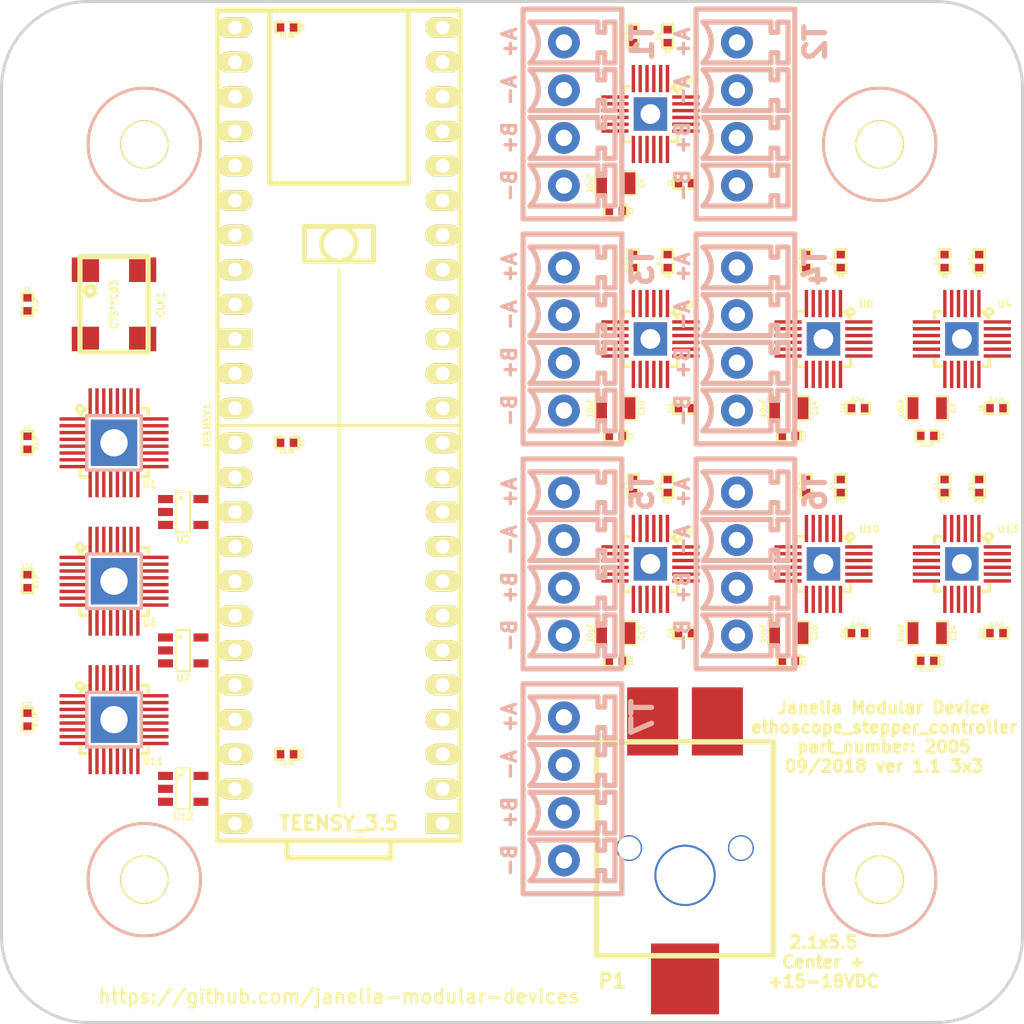
<source format=kicad_pcb>
(kicad_pcb (version 20171130) (host pcbnew 6.0.0-rc1-unknown-d4e4359~66~ubuntu18.04.1)

  (general
    (thickness 1.6)
    (drawings 11)
    (tracks 0)
    (zones 0)
    (modules 69)
    (nets 78)
  )

  (page A4)
  (title_block
    (title ethoscope_stepper_controller_3x3)
    (rev 1.1)
  )

  (layers
    (0 F.Cu signal)
    (31 B.Cu signal)
    (32 B.Adhes user)
    (33 F.Adhes user)
    (34 B.Paste user)
    (35 F.Paste user hide)
    (36 B.SilkS user)
    (37 F.SilkS user)
    (38 B.Mask user)
    (39 F.Mask user)
    (40 Dwgs.User user hide)
    (41 Cmts.User user)
    (42 Eco1.User user)
    (43 Eco2.User user)
    (44 Edge.Cuts user)
    (45 Margin user)
    (46 B.CrtYd user)
    (47 F.CrtYd user)
    (48 B.Fab user hide)
    (49 F.Fab user hide)
  )

  (setup
    (last_trace_width 0.254)
    (trace_clearance 0.1016)
    (zone_clearance 0.2032)
    (zone_45_only no)
    (trace_min 0.2032)
    (via_size 0.508)
    (via_drill 0.254)
    (via_min_size 0.508)
    (via_min_drill 0.254)
    (uvia_size 0.508)
    (uvia_drill 0.127)
    (uvias_allowed no)
    (uvia_min_size 0.508)
    (uvia_min_drill 0.127)
    (edge_width 0.2286)
    (segment_width 0.2286)
    (pcb_text_width 0.3)
    (pcb_text_size 1.5 1.5)
    (mod_edge_width 0.381)
    (mod_text_size 1 1)
    (mod_text_width 0.15)
    (pad_size 1.016 4.4958)
    (pad_drill 0)
    (pad_to_mask_clearance 0)
    (solder_mask_min_width 0.25)
    (aux_axis_origin 0 0)
    (grid_origin 152.4 101.6)
    (visible_elements FFFFF77F)
    (pcbplotparams
      (layerselection 0x000f0_ffffffff)
      (usegerberextensions true)
      (usegerberattributes false)
      (usegerberadvancedattributes false)
      (creategerberjobfile false)
      (excludeedgelayer false)
      (linewidth 0.100000)
      (plotframeref false)
      (viasonmask false)
      (mode 1)
      (useauxorigin false)
      (hpglpennumber 1)
      (hpglpenspeed 20)
      (hpglpendiameter 15.000000)
      (psnegative false)
      (psa4output false)
      (plotreference true)
      (plotvalue true)
      (plotinvisibletext false)
      (padsonsilk false)
      (subtractmaskfromsilk true)
      (outputformat 1)
      (mirror false)
      (drillshape 0)
      (scaleselection 1)
      (outputdirectory "gerbers/"))
  )

  (net 0 "")
  (net 1 +3V3)
  (net 2 GND)
  (net 3 VAA)
  (net 4 /tmc429_0/stepper_driver_0/VINT)
  (net 5 /tmc429_0/stepper_driver_1/VINT)
  (net 6 /tmc429_0/stepper_driver_2/VINT)
  (net 7 /tmc429_1/stepper_driver_0/VINT)
  (net 8 /tmc429_1/stepper_driver_1/VINT)
  (net 9 /tmc429_1/stepper_driver_2/VINT)
  (net 10 /tmc429_2/stepper_driver_0/VINT)
  (net 11 /CLK)
  (net 12 /tmc429_0/stepper_driver_0/AISEN)
  (net 13 /tmc429_0/stepper_driver_0/BISEN)
  (net 14 /tmc429_0/stepper_driver_1/AISEN)
  (net 15 /tmc429_0/stepper_driver_1/BISEN)
  (net 16 /tmc429_0/stepper_driver_2/AISEN)
  (net 17 /tmc429_0/stepper_driver_2/BISEN)
  (net 18 /tmc429_1/stepper_driver_0/AISEN)
  (net 19 /tmc429_1/stepper_driver_0/BISEN)
  (net 20 /tmc429_1/stepper_driver_1/AISEN)
  (net 21 /tmc429_1/stepper_driver_1/BISEN)
  (net 22 /tmc429_1/stepper_driver_2/AISEN)
  (net 23 /tmc429_1/stepper_driver_2/BISEN)
  (net 24 /tmc429_2/stepper_driver_0/AISEN)
  (net 25 /tmc429_2/stepper_driver_0/BISEN)
  (net 26 /tmc429_0/stepper_driver_0/A_+)
  (net 27 /tmc429_0/stepper_driver_0/B_-)
  (net 28 /tmc429_0/stepper_driver_0/B_+)
  (net 29 /tmc429_0/stepper_driver_0/A_-)
  (net 30 /tmc429_0/stepper_driver_1/A_-)
  (net 31 /tmc429_0/stepper_driver_1/B_+)
  (net 32 /tmc429_0/stepper_driver_1/B_-)
  (net 33 /tmc429_0/stepper_driver_1/A_+)
  (net 34 /tmc429_0/stepper_driver_2/A_+)
  (net 35 /tmc429_0/stepper_driver_2/B_-)
  (net 36 /tmc429_0/stepper_driver_2/B_+)
  (net 37 /tmc429_0/stepper_driver_2/A_-)
  (net 38 /tmc429_1/stepper_driver_0/A_+)
  (net 39 /tmc429_1/stepper_driver_0/B_-)
  (net 40 /tmc429_1/stepper_driver_0/B_+)
  (net 41 /tmc429_1/stepper_driver_0/A_-)
  (net 42 /tmc429_1/stepper_driver_1/A_-)
  (net 43 /tmc429_1/stepper_driver_1/B_+)
  (net 44 /tmc429_1/stepper_driver_1/B_-)
  (net 45 /tmc429_1/stepper_driver_1/A_+)
  (net 46 /tmc429_1/stepper_driver_2/A_-)
  (net 47 /tmc429_1/stepper_driver_2/B_+)
  (net 48 /tmc429_1/stepper_driver_2/B_-)
  (net 49 /tmc429_1/stepper_driver_2/A_+)
  (net 50 /tmc429_2/stepper_driver_0/A_-)
  (net 51 /tmc429_2/stepper_driver_0/B_+)
  (net 52 /tmc429_2/stepper_driver_0/B_-)
  (net 53 /tmc429_2/stepper_driver_0/A_+)
  (net 54 /CS_429_2)
  (net 55 /CS_429_1)
  (net 56 /MOSI)
  (net 57 /MISO)
  (net 58 /SCK)
  (net 59 /CS_429_0)
  (net 60 /ENABLE_ALL)
  (net 61 /tmc429_0/STEP_2)
  (net 62 /tmc429_0/STEP_1)
  (net 63 /tmc429_0/STEP_0)
  (net 64 /tmc429_1/STEP_0)
  (net 65 /tmc429_1/STEP_1)
  (net 66 /tmc429_1/STEP_2)
  (net 67 /tmc429_2/STEP_0)
  (net 68 /tmc429_0/DIR_2)
  (net 69 /tmc429_0/DIR_0)
  (net 70 /tmc429_0/DIR_1)
  (net 71 /tmc429_1/DIR_1)
  (net 72 /tmc429_1/DIR_0)
  (net 73 /tmc429_1/DIR_2)
  (net 74 /tmc429_2/DIR_0)
  (net 75 /tmc429_0/MISO_UB)
  (net 76 /tmc429_1/MISO_UB)
  (net 77 /tmc429_2/MISO_UB)

  (net_class Default "This is the default net class."
    (clearance 0.1016)
    (trace_width 0.254)
    (via_dia 0.508)
    (via_drill 0.254)
    (uvia_dia 0.508)
    (uvia_drill 0.127)
    (diff_pair_width 0.254)
    (diff_pair_gap 0.254)
  )

  (net_class GND ""
    (clearance 0.1016)
    (trace_width 0.254)
    (via_dia 0.508)
    (via_drill 0.254)
    (uvia_dia 0.508)
    (uvia_drill 0.127)
    (diff_pair_width 0.254)
    (diff_pair_gap 0.254)
    (add_net GND)
  )

  (net_class LEDPOWER ""
    (clearance 0.1016)
    (trace_width 0.254)
    (via_dia 0.508)
    (via_drill 0.254)
    (uvia_dia 0.508)
    (uvia_drill 0.127)
    (diff_pair_width 0.254)
    (diff_pair_gap 0.254)
  )

  (net_class POWER ""
    (clearance 0.1016)
    (trace_width 0.254)
    (via_dia 0.508)
    (via_drill 0.254)
    (uvia_dia 0.508)
    (uvia_drill 0.127)
    (diff_pair_width 0.254)
    (diff_pair_gap 0.254)
    (add_net +3V3)
  )

  (net_class SIGNAL ""
    (clearance 0.1016)
    (trace_width 0.254)
    (via_dia 0.508)
    (via_drill 0.254)
    (uvia_dia 0.508)
    (uvia_drill 0.127)
    (diff_pair_width 0.254)
    (diff_pair_gap 0.254)
    (add_net /CLK)
    (add_net /CS_429_0)
    (add_net /CS_429_1)
    (add_net /CS_429_2)
    (add_net /ENABLE_ALL)
    (add_net /MISO)
    (add_net /MOSI)
    (add_net /SCK)
    (add_net /tmc429_0/DIR_0)
    (add_net /tmc429_0/DIR_1)
    (add_net /tmc429_0/DIR_2)
    (add_net /tmc429_0/MISO_UB)
    (add_net /tmc429_0/STEP_0)
    (add_net /tmc429_0/STEP_1)
    (add_net /tmc429_0/STEP_2)
    (add_net /tmc429_0/stepper_driver_0/AISEN)
    (add_net /tmc429_0/stepper_driver_0/VINT)
    (add_net /tmc429_0/stepper_driver_1/VINT)
    (add_net /tmc429_0/stepper_driver_2/VINT)
    (add_net /tmc429_1/DIR_0)
    (add_net /tmc429_1/DIR_1)
    (add_net /tmc429_1/DIR_2)
    (add_net /tmc429_1/MISO_UB)
    (add_net /tmc429_1/STEP_0)
    (add_net /tmc429_1/STEP_1)
    (add_net /tmc429_1/STEP_2)
    (add_net /tmc429_1/stepper_driver_0/VINT)
    (add_net /tmc429_1/stepper_driver_1/VINT)
    (add_net /tmc429_1/stepper_driver_2/VINT)
    (add_net /tmc429_2/DIR_0)
    (add_net /tmc429_2/MISO_UB)
    (add_net /tmc429_2/STEP_0)
    (add_net /tmc429_2/stepper_driver_0/VINT)
  )

  (net_class SUPERPOWER ""
    (clearance 0.1016)
    (trace_width 0.254)
    (via_dia 0.508)
    (via_drill 0.254)
    (uvia_dia 0.508)
    (uvia_drill 0.127)
    (diff_pair_width 0.254)
    (diff_pair_gap 0.254)
    (add_net /tmc429_0/stepper_driver_0/A_+)
    (add_net /tmc429_0/stepper_driver_0/A_-)
    (add_net /tmc429_0/stepper_driver_0/BISEN)
    (add_net /tmc429_0/stepper_driver_0/B_+)
    (add_net /tmc429_0/stepper_driver_0/B_-)
    (add_net /tmc429_0/stepper_driver_1/AISEN)
    (add_net /tmc429_0/stepper_driver_1/A_+)
    (add_net /tmc429_0/stepper_driver_1/A_-)
    (add_net /tmc429_0/stepper_driver_1/BISEN)
    (add_net /tmc429_0/stepper_driver_1/B_+)
    (add_net /tmc429_0/stepper_driver_1/B_-)
    (add_net /tmc429_0/stepper_driver_2/AISEN)
    (add_net /tmc429_0/stepper_driver_2/A_+)
    (add_net /tmc429_0/stepper_driver_2/A_-)
    (add_net /tmc429_0/stepper_driver_2/BISEN)
    (add_net /tmc429_0/stepper_driver_2/B_+)
    (add_net /tmc429_0/stepper_driver_2/B_-)
    (add_net /tmc429_1/stepper_driver_0/AISEN)
    (add_net /tmc429_1/stepper_driver_0/A_+)
    (add_net /tmc429_1/stepper_driver_0/A_-)
    (add_net /tmc429_1/stepper_driver_0/BISEN)
    (add_net /tmc429_1/stepper_driver_0/B_+)
    (add_net /tmc429_1/stepper_driver_0/B_-)
    (add_net /tmc429_1/stepper_driver_1/AISEN)
    (add_net /tmc429_1/stepper_driver_1/A_+)
    (add_net /tmc429_1/stepper_driver_1/A_-)
    (add_net /tmc429_1/stepper_driver_1/BISEN)
    (add_net /tmc429_1/stepper_driver_1/B_+)
    (add_net /tmc429_1/stepper_driver_1/B_-)
    (add_net /tmc429_1/stepper_driver_2/AISEN)
    (add_net /tmc429_1/stepper_driver_2/A_+)
    (add_net /tmc429_1/stepper_driver_2/A_-)
    (add_net /tmc429_1/stepper_driver_2/BISEN)
    (add_net /tmc429_1/stepper_driver_2/B_+)
    (add_net /tmc429_1/stepper_driver_2/B_-)
    (add_net /tmc429_2/stepper_driver_0/AISEN)
    (add_net /tmc429_2/stepper_driver_0/A_+)
    (add_net /tmc429_2/stepper_driver_0/A_-)
    (add_net /tmc429_2/stepper_driver_0/BISEN)
    (add_net /tmc429_2/stepper_driver_0/B_+)
    (add_net /tmc429_2/stepper_driver_0/B_-)
    (add_net VAA)
  )

  (module ethoscope_stepper_controller_3x3:DCJACK_3PIN_SMD_VERT (layer F.Cu) (tedit 5B7D801D) (tstamp 5B74998A)
    (at 165.1 128.27 180)
    (path /5B749BE7)
    (fp_text reference P1 (at 6.5 -7.75) (layer F.SilkS)
      (effects (font (size 1.016 1.016) (thickness 0.254)) (justify left))
    )
    (fp_text value PWR_JACK_2.1x5.5_SMD_VERT (at 7.62 0 270) (layer F.Fab)
      (effects (font (size 1.016 1.016) (thickness 0.254)))
    )
    (fp_line (start 6.5 -5.9) (end 6.5 9.8) (layer F.SilkS) (width 0.4))
    (fp_line (start -6.5 -5.9) (end -6.5 9.8) (layer F.SilkS) (width 0.4))
    (fp_line (start -6.5 -5.9) (end 6.5 -5.9) (layer F.SilkS) (width 0.4))
    (fp_line (start -6.5 9.8) (end 6.5 9.8) (layer F.SilkS) (width 0.4))
    (pad 3 smd rect (at 2.375 11.3 180) (size 3.75 5) (layers F.Cu F.Paste F.Mask)
      (solder_mask_margin 0.25) (clearance 0.5))
    (pad 2 smd rect (at -2.375 11.3 180) (size 3.75 5) (layers F.Cu F.Paste F.Mask)
      (net 2 GND) (solder_mask_margin 0.25) (clearance 0.5))
    (pad 1 smd rect (at 0 -7.6 180) (size 5 5.2) (layers F.Cu F.Paste F.Mask)
      (net 3 VAA) (solder_mask_margin 0.25) (clearance 0.5))
    (pad "" thru_hole circle (at 4.1 2 180) (size 1.9 1.9) (drill 1.7) (layers *.Cu *.Mask))
    (pad "" thru_hole circle (at -4.1 2 180) (size 1.9 1.9) (drill 1.7) (layers *.Cu *.Mask))
    (pad "" thru_hole circle (at 0 0 180) (size 4.5 4.5) (drill 4.2) (layers *.Cu *.Mask))
  )

  (module ethoscope_stepper_controller_3x3:TERM_BLK_HDR_4POS_VERT_0.138IN (layer B.Cu) (tedit 5B7C7F7F) (tstamp 5B73F837)
    (at 156.21 72.39 270)
    (path /58DAAD90/5B75BAFB/58DBDAC6)
    (fp_text reference T1 (at -5.25 -5.75 90) (layer B.SilkS)
      (effects (font (size 1.524 1.524) (thickness 0.381)) (justify mirror))
    )
    (fp_text value TERM_BLK (at 8.75 0 180) (layer B.Fab)
      (effects (font (size 1.016 1.016) (thickness 0.254)) (justify mirror))
    )
    (fp_text user A+ (at -5.25 4 270) (layer B.SilkS)
      (effects (font (size 1.016 1.016) (thickness 0.254)) (justify mirror))
    )
    (fp_text user A- (at -1.75 4 270) (layer B.SilkS)
      (effects (font (size 1.016 1.016) (thickness 0.254)) (justify mirror))
    )
    (fp_text user B+ (at 1.75 4 270) (layer B.SilkS)
      (effects (font (size 1.016 1.016) (thickness 0.254)) (justify mirror))
    )
    (fp_text user B- (at 5.25 4 270) (layer B.SilkS)
      (effects (font (size 1.016 1.016) (thickness 0.254)) (justify mirror))
    )
    (fp_line (start -5.25 -1.5) (end -5.25 -3.25) (layer B.Fab) (width 0.381))
    (fp_line (start -1.75 -1.5) (end -1.75 -3.25) (layer B.Fab) (width 0.381))
    (fp_line (start 1.75 -1.5) (end 1.75 -3.25) (layer B.Fab) (width 0.381))
    (fp_line (start 5.25 -1.5) (end 5.25 -3.25) (layer B.Fab) (width 0.381))
    (fp_line (start -7.4 3) (end -7.4 5.2) (layer B.Fab) (width 0.381))
    (fp_line (start -7.4 5.2) (end 7.4 5.2) (layer B.Fab) (width 0.381))
    (fp_line (start 7.4 5.2) (end 7.4 3) (layer B.Fab) (width 0.381))
    (fp_line (start -7.4 -4.25) (end -7.4 -5.2) (layer B.Fab) (width 0.381))
    (fp_line (start -7.4 -5.2) (end 7.4 -5.2) (layer B.Fab) (width 0.381))
    (fp_line (start 7.4 -5.2) (end 7.4 -4.25) (layer B.Fab) (width 0.381))
    (fp_line (start -6.25 6.75) (end -6.25 4) (layer B.Fab) (width 0.381))
    (fp_line (start -6.25 4) (end -4.25 4) (layer B.Fab) (width 0.381))
    (fp_line (start -4.25 4) (end -4.25 6.75) (layer B.Fab) (width 0.381))
    (fp_line (start -2.75 6.75) (end -2.75 4) (layer B.Fab) (width 0.381))
    (fp_line (start -2.75 4) (end -0.75 4) (layer B.Fab) (width 0.381))
    (fp_line (start -0.75 4) (end -0.75 6.75) (layer B.Fab) (width 0.381))
    (fp_line (start 0.75 6.75) (end 0.75 4) (layer B.Fab) (width 0.381))
    (fp_line (start 0.75 4) (end 2.75 4) (layer B.Fab) (width 0.381))
    (fp_line (start 2.75 4) (end 2.75 6.75) (layer B.Fab) (width 0.381))
    (fp_line (start 4.25 6.75) (end 4.25 4) (layer B.Fab) (width 0.381))
    (fp_line (start 4.25 4) (end 6.25 4) (layer B.Fab) (width 0.381))
    (fp_line (start 6.25 4) (end 6.25 6.75) (layer B.Fab) (width 0.381))
    (fp_line (start -7 6.85) (end 7 6.85) (layer B.Fab) (width 0.381))
    (fp_line (start -7 3) (end -7 6.85) (layer B.Fab) (width 0.381))
    (fp_line (start 7 6.85) (end 7 3) (layer B.Fab) (width 0.381))
    (fp_line (start 6.75 -2.5) (end 6 -2.5) (layer B.SilkS) (width 0.381))
    (fp_line (start 6 -2.5) (end 6 -3) (layer B.SilkS) (width 0.381))
    (fp_line (start 6 -3) (end 6.75 -3) (layer B.SilkS) (width 0.381))
    (fp_line (start 6.75 -3) (end 6.75 -3.75) (layer B.SilkS) (width 0.381))
    (fp_line (start 3.75 -2.5) (end 4.5 -2.5) (layer B.SilkS) (width 0.381))
    (fp_line (start 4.5 -2.5) (end 4.5 -3) (layer B.SilkS) (width 0.381))
    (fp_line (start 4.5 -3) (end 3.75 -3) (layer B.SilkS) (width 0.381))
    (fp_line (start 3.75 -3) (end 3.75 -3.75) (layer B.SilkS) (width 0.381))
    (fp_line (start 3.25 -2.5) (end 2.5 -2.5) (layer B.SilkS) (width 0.381))
    (fp_line (start 2.5 -2.5) (end 2.5 -3) (layer B.SilkS) (width 0.381))
    (fp_line (start 2.5 -3) (end 3.25 -3) (layer B.SilkS) (width 0.381))
    (fp_line (start 3.25 -3) (end 3.25 -3.75) (layer B.SilkS) (width 0.381))
    (fp_line (start 0.25 -2.5) (end 1 -2.5) (layer B.SilkS) (width 0.381))
    (fp_line (start 1 -2.5) (end 1 -3) (layer B.SilkS) (width 0.381))
    (fp_line (start 1 -3) (end 0.25 -3) (layer B.SilkS) (width 0.381))
    (fp_line (start 0.25 -3) (end 0.25 -3.75) (layer B.SilkS) (width 0.381))
    (fp_line (start -0.25 -2.5) (end -1 -2.5) (layer B.SilkS) (width 0.381))
    (fp_line (start -1 -2.5) (end -1 -3) (layer B.SilkS) (width 0.381))
    (fp_line (start -1 -3) (end -0.25 -3) (layer B.SilkS) (width 0.381))
    (fp_line (start -0.25 -3) (end -0.25 -3.75) (layer B.SilkS) (width 0.381))
    (fp_line (start -3.25 -2.5) (end -2.5 -2.5) (layer B.SilkS) (width 0.381))
    (fp_line (start -2.5 -2.5) (end -2.5 -3) (layer B.SilkS) (width 0.381))
    (fp_line (start -2.5 -3) (end -3.25 -3) (layer B.SilkS) (width 0.381))
    (fp_line (start -3.25 -3) (end -3.25 -3.75) (layer B.SilkS) (width 0.381))
    (fp_line (start -4.5 -2.5) (end -4.5 -3) (layer B.SilkS) (width 0.381))
    (fp_line (start -4.5 -3) (end -3.75 -3) (layer B.SilkS) (width 0.381))
    (fp_line (start -3.75 -3) (end -3.75 -3.75) (layer B.SilkS) (width 0.381))
    (fp_line (start -6 -2.5) (end -6 -3) (layer B.SilkS) (width 0.381))
    (fp_line (start -6 -3) (end -6.75 -3) (layer B.SilkS) (width 0.381))
    (fp_line (start -6.75 -3) (end -6.75 -3.75) (layer B.SilkS) (width 0.381))
    (fp_line (start -3.75 -2.5) (end -4.5 -2.5) (layer B.SilkS) (width 0.381))
    (fp_line (start -6.75 -2.5) (end -6 -2.5) (layer B.SilkS) (width 0.381))
    (fp_line (start 3.75 -3.75) (end 6.75 -3.75) (layer B.SilkS) (width 0.381))
    (fp_line (start 0.25 -3.75) (end 3.25 -3.75) (layer B.SilkS) (width 0.381))
    (fp_line (start -3.25 -3.75) (end -0.25 -3.75) (layer B.SilkS) (width 0.381))
    (fp_line (start -6.75 -3.75) (end -3.75 -3.75) (layer B.SilkS) (width 0.381))
    (fp_arc (start -5.25 4) (end -3.75 2.5) (angle -90) (layer B.SilkS) (width 0.381))
    (fp_arc (start -1.75 4) (end -0.25 2.5) (angle -90) (layer B.SilkS) (width 0.381))
    (fp_arc (start 1.75 4) (end 3.25 2.5) (angle -90) (layer B.SilkS) (width 0.381))
    (fp_arc (start 5.25 4) (end 6.75 2.5) (angle -90) (layer B.SilkS) (width 0.381))
    (fp_line (start -6.75 2.5) (end -6.75 -2.5) (layer B.SilkS) (width 0.381))
    (fp_line (start 6.75 2.5) (end 6.75 -2.5) (layer B.SilkS) (width 0.381))
    (fp_line (start -3.75 2.5) (end -3.75 -2.5) (layer B.SilkS) (width 0.381))
    (fp_line (start -3.25 2.5) (end -3.25 -2.5) (layer B.SilkS) (width 0.381))
    (fp_line (start 3.25 2.5) (end 3.25 -2.5) (layer B.SilkS) (width 0.381))
    (fp_line (start 3.75 2.5) (end 3.75 -2.5) (layer B.SilkS) (width 0.381))
    (fp_line (start -0.25 2.5) (end -0.25 -2.5) (layer B.SilkS) (width 0.381))
    (fp_line (start 0.25 2.5) (end 0.25 -2.5) (layer B.SilkS) (width 0.381))
    (fp_line (start -7.7 3) (end -7.7 -4.25) (layer B.SilkS) (width 0.381))
    (fp_line (start 7.7 -4.25) (end -7.7 -4.25) (layer B.SilkS) (width 0.381))
    (fp_line (start 7.7 3) (end 7.7 -4.25) (layer B.SilkS) (width 0.381))
    (fp_line (start 7.7 3) (end -7.7 3) (layer B.SilkS) (width 0.381))
    (pad 4 thru_hole circle (at -5.25 0 270) (size 2.34 2.34) (drill 1.2) (layers *.Cu *.Mask)
      (net 26 /tmc429_0/stepper_driver_0/A_+))
    (pad 1 thru_hole circle (at 5.25 0 270) (size 2.34 2.34) (drill 1.2) (layers *.Cu *.Mask)
      (net 27 /tmc429_0/stepper_driver_0/B_-))
    (pad 2 thru_hole circle (at 1.75 0 270) (size 2.34 2.34) (drill 1.2) (layers *.Cu *.Mask)
      (net 28 /tmc429_0/stepper_driver_0/B_+))
    (pad 3 thru_hole circle (at -1.75 0 270) (size 2.34 2.34) (drill 1.2) (layers *.Cu *.Mask)
      (net 29 /tmc429_0/stepper_driver_0/A_-))
  )

  (module ethoscope_stepper_controller_3x3:TERM_BLK_HDR_4POS_VERT_0.138IN (layer B.Cu) (tedit 5B7C7F7F) (tstamp 5B744FBE)
    (at 168.91 72.39 270)
    (path /58DAAD90/58DBE3E6/58DBDAC6)
    (fp_text reference T2 (at -5.25 -5.75 90) (layer B.SilkS)
      (effects (font (size 1.524 1.524) (thickness 0.381)) (justify mirror))
    )
    (fp_text value TERM_BLK (at 8.75 0 180) (layer B.Fab)
      (effects (font (size 1.016 1.016) (thickness 0.254)) (justify mirror))
    )
    (fp_text user A+ (at -5.25 4 270) (layer B.SilkS)
      (effects (font (size 1.016 1.016) (thickness 0.254)) (justify mirror))
    )
    (fp_text user A- (at -1.75 4 270) (layer B.SilkS)
      (effects (font (size 1.016 1.016) (thickness 0.254)) (justify mirror))
    )
    (fp_text user B+ (at 1.75 4 270) (layer B.SilkS)
      (effects (font (size 1.016 1.016) (thickness 0.254)) (justify mirror))
    )
    (fp_text user B- (at 5.25 4 270) (layer B.SilkS)
      (effects (font (size 1.016 1.016) (thickness 0.254)) (justify mirror))
    )
    (fp_line (start -5.25 -1.5) (end -5.25 -3.25) (layer B.Fab) (width 0.381))
    (fp_line (start -1.75 -1.5) (end -1.75 -3.25) (layer B.Fab) (width 0.381))
    (fp_line (start 1.75 -1.5) (end 1.75 -3.25) (layer B.Fab) (width 0.381))
    (fp_line (start 5.25 -1.5) (end 5.25 -3.25) (layer B.Fab) (width 0.381))
    (fp_line (start -7.4 3) (end -7.4 5.2) (layer B.Fab) (width 0.381))
    (fp_line (start -7.4 5.2) (end 7.4 5.2) (layer B.Fab) (width 0.381))
    (fp_line (start 7.4 5.2) (end 7.4 3) (layer B.Fab) (width 0.381))
    (fp_line (start -7.4 -4.25) (end -7.4 -5.2) (layer B.Fab) (width 0.381))
    (fp_line (start -7.4 -5.2) (end 7.4 -5.2) (layer B.Fab) (width 0.381))
    (fp_line (start 7.4 -5.2) (end 7.4 -4.25) (layer B.Fab) (width 0.381))
    (fp_line (start -6.25 6.75) (end -6.25 4) (layer B.Fab) (width 0.381))
    (fp_line (start -6.25 4) (end -4.25 4) (layer B.Fab) (width 0.381))
    (fp_line (start -4.25 4) (end -4.25 6.75) (layer B.Fab) (width 0.381))
    (fp_line (start -2.75 6.75) (end -2.75 4) (layer B.Fab) (width 0.381))
    (fp_line (start -2.75 4) (end -0.75 4) (layer B.Fab) (width 0.381))
    (fp_line (start -0.75 4) (end -0.75 6.75) (layer B.Fab) (width 0.381))
    (fp_line (start 0.75 6.75) (end 0.75 4) (layer B.Fab) (width 0.381))
    (fp_line (start 0.75 4) (end 2.75 4) (layer B.Fab) (width 0.381))
    (fp_line (start 2.75 4) (end 2.75 6.75) (layer B.Fab) (width 0.381))
    (fp_line (start 4.25 6.75) (end 4.25 4) (layer B.Fab) (width 0.381))
    (fp_line (start 4.25 4) (end 6.25 4) (layer B.Fab) (width 0.381))
    (fp_line (start 6.25 4) (end 6.25 6.75) (layer B.Fab) (width 0.381))
    (fp_line (start -7 6.85) (end 7 6.85) (layer B.Fab) (width 0.381))
    (fp_line (start -7 3) (end -7 6.85) (layer B.Fab) (width 0.381))
    (fp_line (start 7 6.85) (end 7 3) (layer B.Fab) (width 0.381))
    (fp_line (start 6.75 -2.5) (end 6 -2.5) (layer B.SilkS) (width 0.381))
    (fp_line (start 6 -2.5) (end 6 -3) (layer B.SilkS) (width 0.381))
    (fp_line (start 6 -3) (end 6.75 -3) (layer B.SilkS) (width 0.381))
    (fp_line (start 6.75 -3) (end 6.75 -3.75) (layer B.SilkS) (width 0.381))
    (fp_line (start 3.75 -2.5) (end 4.5 -2.5) (layer B.SilkS) (width 0.381))
    (fp_line (start 4.5 -2.5) (end 4.5 -3) (layer B.SilkS) (width 0.381))
    (fp_line (start 4.5 -3) (end 3.75 -3) (layer B.SilkS) (width 0.381))
    (fp_line (start 3.75 -3) (end 3.75 -3.75) (layer B.SilkS) (width 0.381))
    (fp_line (start 3.25 -2.5) (end 2.5 -2.5) (layer B.SilkS) (width 0.381))
    (fp_line (start 2.5 -2.5) (end 2.5 -3) (layer B.SilkS) (width 0.381))
    (fp_line (start 2.5 -3) (end 3.25 -3) (layer B.SilkS) (width 0.381))
    (fp_line (start 3.25 -3) (end 3.25 -3.75) (layer B.SilkS) (width 0.381))
    (fp_line (start 0.25 -2.5) (end 1 -2.5) (layer B.SilkS) (width 0.381))
    (fp_line (start 1 -2.5) (end 1 -3) (layer B.SilkS) (width 0.381))
    (fp_line (start 1 -3) (end 0.25 -3) (layer B.SilkS) (width 0.381))
    (fp_line (start 0.25 -3) (end 0.25 -3.75) (layer B.SilkS) (width 0.381))
    (fp_line (start -0.25 -2.5) (end -1 -2.5) (layer B.SilkS) (width 0.381))
    (fp_line (start -1 -2.5) (end -1 -3) (layer B.SilkS) (width 0.381))
    (fp_line (start -1 -3) (end -0.25 -3) (layer B.SilkS) (width 0.381))
    (fp_line (start -0.25 -3) (end -0.25 -3.75) (layer B.SilkS) (width 0.381))
    (fp_line (start -3.25 -2.5) (end -2.5 -2.5) (layer B.SilkS) (width 0.381))
    (fp_line (start -2.5 -2.5) (end -2.5 -3) (layer B.SilkS) (width 0.381))
    (fp_line (start -2.5 -3) (end -3.25 -3) (layer B.SilkS) (width 0.381))
    (fp_line (start -3.25 -3) (end -3.25 -3.75) (layer B.SilkS) (width 0.381))
    (fp_line (start -4.5 -2.5) (end -4.5 -3) (layer B.SilkS) (width 0.381))
    (fp_line (start -4.5 -3) (end -3.75 -3) (layer B.SilkS) (width 0.381))
    (fp_line (start -3.75 -3) (end -3.75 -3.75) (layer B.SilkS) (width 0.381))
    (fp_line (start -6 -2.5) (end -6 -3) (layer B.SilkS) (width 0.381))
    (fp_line (start -6 -3) (end -6.75 -3) (layer B.SilkS) (width 0.381))
    (fp_line (start -6.75 -3) (end -6.75 -3.75) (layer B.SilkS) (width 0.381))
    (fp_line (start -3.75 -2.5) (end -4.5 -2.5) (layer B.SilkS) (width 0.381))
    (fp_line (start -6.75 -2.5) (end -6 -2.5) (layer B.SilkS) (width 0.381))
    (fp_line (start 3.75 -3.75) (end 6.75 -3.75) (layer B.SilkS) (width 0.381))
    (fp_line (start 0.25 -3.75) (end 3.25 -3.75) (layer B.SilkS) (width 0.381))
    (fp_line (start -3.25 -3.75) (end -0.25 -3.75) (layer B.SilkS) (width 0.381))
    (fp_line (start -6.75 -3.75) (end -3.75 -3.75) (layer B.SilkS) (width 0.381))
    (fp_arc (start -5.25 4) (end -3.75 2.5) (angle -90) (layer B.SilkS) (width 0.381))
    (fp_arc (start -1.75 4) (end -0.25 2.5) (angle -90) (layer B.SilkS) (width 0.381))
    (fp_arc (start 1.75 4) (end 3.25 2.5) (angle -90) (layer B.SilkS) (width 0.381))
    (fp_arc (start 5.25 4) (end 6.75 2.5) (angle -90) (layer B.SilkS) (width 0.381))
    (fp_line (start -6.75 2.5) (end -6.75 -2.5) (layer B.SilkS) (width 0.381))
    (fp_line (start 6.75 2.5) (end 6.75 -2.5) (layer B.SilkS) (width 0.381))
    (fp_line (start -3.75 2.5) (end -3.75 -2.5) (layer B.SilkS) (width 0.381))
    (fp_line (start -3.25 2.5) (end -3.25 -2.5) (layer B.SilkS) (width 0.381))
    (fp_line (start 3.25 2.5) (end 3.25 -2.5) (layer B.SilkS) (width 0.381))
    (fp_line (start 3.75 2.5) (end 3.75 -2.5) (layer B.SilkS) (width 0.381))
    (fp_line (start -0.25 2.5) (end -0.25 -2.5) (layer B.SilkS) (width 0.381))
    (fp_line (start 0.25 2.5) (end 0.25 -2.5) (layer B.SilkS) (width 0.381))
    (fp_line (start -7.7 3) (end -7.7 -4.25) (layer B.SilkS) (width 0.381))
    (fp_line (start 7.7 -4.25) (end -7.7 -4.25) (layer B.SilkS) (width 0.381))
    (fp_line (start 7.7 3) (end 7.7 -4.25) (layer B.SilkS) (width 0.381))
    (fp_line (start 7.7 3) (end -7.7 3) (layer B.SilkS) (width 0.381))
    (pad 4 thru_hole circle (at -5.25 0 270) (size 2.34 2.34) (drill 1.2) (layers *.Cu *.Mask)
      (net 33 /tmc429_0/stepper_driver_1/A_+))
    (pad 1 thru_hole circle (at 5.25 0 270) (size 2.34 2.34) (drill 1.2) (layers *.Cu *.Mask)
      (net 32 /tmc429_0/stepper_driver_1/B_-))
    (pad 2 thru_hole circle (at 1.75 0 270) (size 2.34 2.34) (drill 1.2) (layers *.Cu *.Mask)
      (net 31 /tmc429_0/stepper_driver_1/B_+))
    (pad 3 thru_hole circle (at -1.75 0 270) (size 2.34 2.34) (drill 1.2) (layers *.Cu *.Mask)
      (net 30 /tmc429_0/stepper_driver_1/A_-))
  )

  (module ethoscope_stepper_controller_3x3:TERM_BLK_HDR_4POS_VERT_0.138IN (layer B.Cu) (tedit 5B7C7F7F) (tstamp 5B73F8E1)
    (at 156.21 88.9 270)
    (path /58DAAD90/58DBF0EC/58DBDAC6)
    (fp_text reference T3 (at -5.25 -5.75 90) (layer B.SilkS)
      (effects (font (size 1.524 1.524) (thickness 0.381)) (justify mirror))
    )
    (fp_text value TERM_BLK (at 8.75 0 180) (layer B.Fab)
      (effects (font (size 1.016 1.016) (thickness 0.254)) (justify mirror))
    )
    (fp_text user A+ (at -5.25 4 270) (layer B.SilkS)
      (effects (font (size 1.016 1.016) (thickness 0.254)) (justify mirror))
    )
    (fp_text user A- (at -1.75 4 270) (layer B.SilkS)
      (effects (font (size 1.016 1.016) (thickness 0.254)) (justify mirror))
    )
    (fp_text user B+ (at 1.75 4 270) (layer B.SilkS)
      (effects (font (size 1.016 1.016) (thickness 0.254)) (justify mirror))
    )
    (fp_text user B- (at 5.25 4 270) (layer B.SilkS)
      (effects (font (size 1.016 1.016) (thickness 0.254)) (justify mirror))
    )
    (fp_line (start -5.25 -1.5) (end -5.25 -3.25) (layer B.Fab) (width 0.381))
    (fp_line (start -1.75 -1.5) (end -1.75 -3.25) (layer B.Fab) (width 0.381))
    (fp_line (start 1.75 -1.5) (end 1.75 -3.25) (layer B.Fab) (width 0.381))
    (fp_line (start 5.25 -1.5) (end 5.25 -3.25) (layer B.Fab) (width 0.381))
    (fp_line (start -7.4 3) (end -7.4 5.2) (layer B.Fab) (width 0.381))
    (fp_line (start -7.4 5.2) (end 7.4 5.2) (layer B.Fab) (width 0.381))
    (fp_line (start 7.4 5.2) (end 7.4 3) (layer B.Fab) (width 0.381))
    (fp_line (start -7.4 -4.25) (end -7.4 -5.2) (layer B.Fab) (width 0.381))
    (fp_line (start -7.4 -5.2) (end 7.4 -5.2) (layer B.Fab) (width 0.381))
    (fp_line (start 7.4 -5.2) (end 7.4 -4.25) (layer B.Fab) (width 0.381))
    (fp_line (start -6.25 6.75) (end -6.25 4) (layer B.Fab) (width 0.381))
    (fp_line (start -6.25 4) (end -4.25 4) (layer B.Fab) (width 0.381))
    (fp_line (start -4.25 4) (end -4.25 6.75) (layer B.Fab) (width 0.381))
    (fp_line (start -2.75 6.75) (end -2.75 4) (layer B.Fab) (width 0.381))
    (fp_line (start -2.75 4) (end -0.75 4) (layer B.Fab) (width 0.381))
    (fp_line (start -0.75 4) (end -0.75 6.75) (layer B.Fab) (width 0.381))
    (fp_line (start 0.75 6.75) (end 0.75 4) (layer B.Fab) (width 0.381))
    (fp_line (start 0.75 4) (end 2.75 4) (layer B.Fab) (width 0.381))
    (fp_line (start 2.75 4) (end 2.75 6.75) (layer B.Fab) (width 0.381))
    (fp_line (start 4.25 6.75) (end 4.25 4) (layer B.Fab) (width 0.381))
    (fp_line (start 4.25 4) (end 6.25 4) (layer B.Fab) (width 0.381))
    (fp_line (start 6.25 4) (end 6.25 6.75) (layer B.Fab) (width 0.381))
    (fp_line (start -7 6.85) (end 7 6.85) (layer B.Fab) (width 0.381))
    (fp_line (start -7 3) (end -7 6.85) (layer B.Fab) (width 0.381))
    (fp_line (start 7 6.85) (end 7 3) (layer B.Fab) (width 0.381))
    (fp_line (start 6.75 -2.5) (end 6 -2.5) (layer B.SilkS) (width 0.381))
    (fp_line (start 6 -2.5) (end 6 -3) (layer B.SilkS) (width 0.381))
    (fp_line (start 6 -3) (end 6.75 -3) (layer B.SilkS) (width 0.381))
    (fp_line (start 6.75 -3) (end 6.75 -3.75) (layer B.SilkS) (width 0.381))
    (fp_line (start 3.75 -2.5) (end 4.5 -2.5) (layer B.SilkS) (width 0.381))
    (fp_line (start 4.5 -2.5) (end 4.5 -3) (layer B.SilkS) (width 0.381))
    (fp_line (start 4.5 -3) (end 3.75 -3) (layer B.SilkS) (width 0.381))
    (fp_line (start 3.75 -3) (end 3.75 -3.75) (layer B.SilkS) (width 0.381))
    (fp_line (start 3.25 -2.5) (end 2.5 -2.5) (layer B.SilkS) (width 0.381))
    (fp_line (start 2.5 -2.5) (end 2.5 -3) (layer B.SilkS) (width 0.381))
    (fp_line (start 2.5 -3) (end 3.25 -3) (layer B.SilkS) (width 0.381))
    (fp_line (start 3.25 -3) (end 3.25 -3.75) (layer B.SilkS) (width 0.381))
    (fp_line (start 0.25 -2.5) (end 1 -2.5) (layer B.SilkS) (width 0.381))
    (fp_line (start 1 -2.5) (end 1 -3) (layer B.SilkS) (width 0.381))
    (fp_line (start 1 -3) (end 0.25 -3) (layer B.SilkS) (width 0.381))
    (fp_line (start 0.25 -3) (end 0.25 -3.75) (layer B.SilkS) (width 0.381))
    (fp_line (start -0.25 -2.5) (end -1 -2.5) (layer B.SilkS) (width 0.381))
    (fp_line (start -1 -2.5) (end -1 -3) (layer B.SilkS) (width 0.381))
    (fp_line (start -1 -3) (end -0.25 -3) (layer B.SilkS) (width 0.381))
    (fp_line (start -0.25 -3) (end -0.25 -3.75) (layer B.SilkS) (width 0.381))
    (fp_line (start -3.25 -2.5) (end -2.5 -2.5) (layer B.SilkS) (width 0.381))
    (fp_line (start -2.5 -2.5) (end -2.5 -3) (layer B.SilkS) (width 0.381))
    (fp_line (start -2.5 -3) (end -3.25 -3) (layer B.SilkS) (width 0.381))
    (fp_line (start -3.25 -3) (end -3.25 -3.75) (layer B.SilkS) (width 0.381))
    (fp_line (start -4.5 -2.5) (end -4.5 -3) (layer B.SilkS) (width 0.381))
    (fp_line (start -4.5 -3) (end -3.75 -3) (layer B.SilkS) (width 0.381))
    (fp_line (start -3.75 -3) (end -3.75 -3.75) (layer B.SilkS) (width 0.381))
    (fp_line (start -6 -2.5) (end -6 -3) (layer B.SilkS) (width 0.381))
    (fp_line (start -6 -3) (end -6.75 -3) (layer B.SilkS) (width 0.381))
    (fp_line (start -6.75 -3) (end -6.75 -3.75) (layer B.SilkS) (width 0.381))
    (fp_line (start -3.75 -2.5) (end -4.5 -2.5) (layer B.SilkS) (width 0.381))
    (fp_line (start -6.75 -2.5) (end -6 -2.5) (layer B.SilkS) (width 0.381))
    (fp_line (start 3.75 -3.75) (end 6.75 -3.75) (layer B.SilkS) (width 0.381))
    (fp_line (start 0.25 -3.75) (end 3.25 -3.75) (layer B.SilkS) (width 0.381))
    (fp_line (start -3.25 -3.75) (end -0.25 -3.75) (layer B.SilkS) (width 0.381))
    (fp_line (start -6.75 -3.75) (end -3.75 -3.75) (layer B.SilkS) (width 0.381))
    (fp_arc (start -5.25 4) (end -3.75 2.5) (angle -90) (layer B.SilkS) (width 0.381))
    (fp_arc (start -1.75 4) (end -0.25 2.5) (angle -90) (layer B.SilkS) (width 0.381))
    (fp_arc (start 1.75 4) (end 3.25 2.5) (angle -90) (layer B.SilkS) (width 0.381))
    (fp_arc (start 5.25 4) (end 6.75 2.5) (angle -90) (layer B.SilkS) (width 0.381))
    (fp_line (start -6.75 2.5) (end -6.75 -2.5) (layer B.SilkS) (width 0.381))
    (fp_line (start 6.75 2.5) (end 6.75 -2.5) (layer B.SilkS) (width 0.381))
    (fp_line (start -3.75 2.5) (end -3.75 -2.5) (layer B.SilkS) (width 0.381))
    (fp_line (start -3.25 2.5) (end -3.25 -2.5) (layer B.SilkS) (width 0.381))
    (fp_line (start 3.25 2.5) (end 3.25 -2.5) (layer B.SilkS) (width 0.381))
    (fp_line (start 3.75 2.5) (end 3.75 -2.5) (layer B.SilkS) (width 0.381))
    (fp_line (start -0.25 2.5) (end -0.25 -2.5) (layer B.SilkS) (width 0.381))
    (fp_line (start 0.25 2.5) (end 0.25 -2.5) (layer B.SilkS) (width 0.381))
    (fp_line (start -7.7 3) (end -7.7 -4.25) (layer B.SilkS) (width 0.381))
    (fp_line (start 7.7 -4.25) (end -7.7 -4.25) (layer B.SilkS) (width 0.381))
    (fp_line (start 7.7 3) (end 7.7 -4.25) (layer B.SilkS) (width 0.381))
    (fp_line (start 7.7 3) (end -7.7 3) (layer B.SilkS) (width 0.381))
    (pad 4 thru_hole circle (at -5.25 0 270) (size 2.34 2.34) (drill 1.2) (layers *.Cu *.Mask)
      (net 34 /tmc429_0/stepper_driver_2/A_+))
    (pad 1 thru_hole circle (at 5.25 0 270) (size 2.34 2.34) (drill 1.2) (layers *.Cu *.Mask)
      (net 35 /tmc429_0/stepper_driver_2/B_-))
    (pad 2 thru_hole circle (at 1.75 0 270) (size 2.34 2.34) (drill 1.2) (layers *.Cu *.Mask)
      (net 36 /tmc429_0/stepper_driver_2/B_+))
    (pad 3 thru_hole circle (at -1.75 0 270) (size 2.34 2.34) (drill 1.2) (layers *.Cu *.Mask)
      (net 37 /tmc429_0/stepper_driver_2/A_-))
  )

  (module ethoscope_stepper_controller_3x3:TERM_BLK_HDR_4POS_VERT_0.138IN (layer B.Cu) (tedit 5B7C7F7F) (tstamp 5B745135)
    (at 168.91 88.9 270)
    (path /5B70939E/5B75BAFB/58DBDAC6)
    (fp_text reference T4 (at -5.25 -5.75 90) (layer B.SilkS)
      (effects (font (size 1.524 1.524) (thickness 0.381)) (justify mirror))
    )
    (fp_text value TERM_BLK (at 8.75 0 180) (layer B.Fab)
      (effects (font (size 1.016 1.016) (thickness 0.254)) (justify mirror))
    )
    (fp_text user A+ (at -5.25 4 270) (layer B.SilkS)
      (effects (font (size 1.016 1.016) (thickness 0.254)) (justify mirror))
    )
    (fp_text user A- (at -1.75 4 270) (layer B.SilkS)
      (effects (font (size 1.016 1.016) (thickness 0.254)) (justify mirror))
    )
    (fp_text user B+ (at 1.75 4 270) (layer B.SilkS)
      (effects (font (size 1.016 1.016) (thickness 0.254)) (justify mirror))
    )
    (fp_text user B- (at 5.25 4 270) (layer B.SilkS)
      (effects (font (size 1.016 1.016) (thickness 0.254)) (justify mirror))
    )
    (fp_line (start -5.25 -1.5) (end -5.25 -3.25) (layer B.Fab) (width 0.381))
    (fp_line (start -1.75 -1.5) (end -1.75 -3.25) (layer B.Fab) (width 0.381))
    (fp_line (start 1.75 -1.5) (end 1.75 -3.25) (layer B.Fab) (width 0.381))
    (fp_line (start 5.25 -1.5) (end 5.25 -3.25) (layer B.Fab) (width 0.381))
    (fp_line (start -7.4 3) (end -7.4 5.2) (layer B.Fab) (width 0.381))
    (fp_line (start -7.4 5.2) (end 7.4 5.2) (layer B.Fab) (width 0.381))
    (fp_line (start 7.4 5.2) (end 7.4 3) (layer B.Fab) (width 0.381))
    (fp_line (start -7.4 -4.25) (end -7.4 -5.2) (layer B.Fab) (width 0.381))
    (fp_line (start -7.4 -5.2) (end 7.4 -5.2) (layer B.Fab) (width 0.381))
    (fp_line (start 7.4 -5.2) (end 7.4 -4.25) (layer B.Fab) (width 0.381))
    (fp_line (start -6.25 6.75) (end -6.25 4) (layer B.Fab) (width 0.381))
    (fp_line (start -6.25 4) (end -4.25 4) (layer B.Fab) (width 0.381))
    (fp_line (start -4.25 4) (end -4.25 6.75) (layer B.Fab) (width 0.381))
    (fp_line (start -2.75 6.75) (end -2.75 4) (layer B.Fab) (width 0.381))
    (fp_line (start -2.75 4) (end -0.75 4) (layer B.Fab) (width 0.381))
    (fp_line (start -0.75 4) (end -0.75 6.75) (layer B.Fab) (width 0.381))
    (fp_line (start 0.75 6.75) (end 0.75 4) (layer B.Fab) (width 0.381))
    (fp_line (start 0.75 4) (end 2.75 4) (layer B.Fab) (width 0.381))
    (fp_line (start 2.75 4) (end 2.75 6.75) (layer B.Fab) (width 0.381))
    (fp_line (start 4.25 6.75) (end 4.25 4) (layer B.Fab) (width 0.381))
    (fp_line (start 4.25 4) (end 6.25 4) (layer B.Fab) (width 0.381))
    (fp_line (start 6.25 4) (end 6.25 6.75) (layer B.Fab) (width 0.381))
    (fp_line (start -7 6.85) (end 7 6.85) (layer B.Fab) (width 0.381))
    (fp_line (start -7 3) (end -7 6.85) (layer B.Fab) (width 0.381))
    (fp_line (start 7 6.85) (end 7 3) (layer B.Fab) (width 0.381))
    (fp_line (start 6.75 -2.5) (end 6 -2.5) (layer B.SilkS) (width 0.381))
    (fp_line (start 6 -2.5) (end 6 -3) (layer B.SilkS) (width 0.381))
    (fp_line (start 6 -3) (end 6.75 -3) (layer B.SilkS) (width 0.381))
    (fp_line (start 6.75 -3) (end 6.75 -3.75) (layer B.SilkS) (width 0.381))
    (fp_line (start 3.75 -2.5) (end 4.5 -2.5) (layer B.SilkS) (width 0.381))
    (fp_line (start 4.5 -2.5) (end 4.5 -3) (layer B.SilkS) (width 0.381))
    (fp_line (start 4.5 -3) (end 3.75 -3) (layer B.SilkS) (width 0.381))
    (fp_line (start 3.75 -3) (end 3.75 -3.75) (layer B.SilkS) (width 0.381))
    (fp_line (start 3.25 -2.5) (end 2.5 -2.5) (layer B.SilkS) (width 0.381))
    (fp_line (start 2.5 -2.5) (end 2.5 -3) (layer B.SilkS) (width 0.381))
    (fp_line (start 2.5 -3) (end 3.25 -3) (layer B.SilkS) (width 0.381))
    (fp_line (start 3.25 -3) (end 3.25 -3.75) (layer B.SilkS) (width 0.381))
    (fp_line (start 0.25 -2.5) (end 1 -2.5) (layer B.SilkS) (width 0.381))
    (fp_line (start 1 -2.5) (end 1 -3) (layer B.SilkS) (width 0.381))
    (fp_line (start 1 -3) (end 0.25 -3) (layer B.SilkS) (width 0.381))
    (fp_line (start 0.25 -3) (end 0.25 -3.75) (layer B.SilkS) (width 0.381))
    (fp_line (start -0.25 -2.5) (end -1 -2.5) (layer B.SilkS) (width 0.381))
    (fp_line (start -1 -2.5) (end -1 -3) (layer B.SilkS) (width 0.381))
    (fp_line (start -1 -3) (end -0.25 -3) (layer B.SilkS) (width 0.381))
    (fp_line (start -0.25 -3) (end -0.25 -3.75) (layer B.SilkS) (width 0.381))
    (fp_line (start -3.25 -2.5) (end -2.5 -2.5) (layer B.SilkS) (width 0.381))
    (fp_line (start -2.5 -2.5) (end -2.5 -3) (layer B.SilkS) (width 0.381))
    (fp_line (start -2.5 -3) (end -3.25 -3) (layer B.SilkS) (width 0.381))
    (fp_line (start -3.25 -3) (end -3.25 -3.75) (layer B.SilkS) (width 0.381))
    (fp_line (start -4.5 -2.5) (end -4.5 -3) (layer B.SilkS) (width 0.381))
    (fp_line (start -4.5 -3) (end -3.75 -3) (layer B.SilkS) (width 0.381))
    (fp_line (start -3.75 -3) (end -3.75 -3.75) (layer B.SilkS) (width 0.381))
    (fp_line (start -6 -2.5) (end -6 -3) (layer B.SilkS) (width 0.381))
    (fp_line (start -6 -3) (end -6.75 -3) (layer B.SilkS) (width 0.381))
    (fp_line (start -6.75 -3) (end -6.75 -3.75) (layer B.SilkS) (width 0.381))
    (fp_line (start -3.75 -2.5) (end -4.5 -2.5) (layer B.SilkS) (width 0.381))
    (fp_line (start -6.75 -2.5) (end -6 -2.5) (layer B.SilkS) (width 0.381))
    (fp_line (start 3.75 -3.75) (end 6.75 -3.75) (layer B.SilkS) (width 0.381))
    (fp_line (start 0.25 -3.75) (end 3.25 -3.75) (layer B.SilkS) (width 0.381))
    (fp_line (start -3.25 -3.75) (end -0.25 -3.75) (layer B.SilkS) (width 0.381))
    (fp_line (start -6.75 -3.75) (end -3.75 -3.75) (layer B.SilkS) (width 0.381))
    (fp_arc (start -5.25 4) (end -3.75 2.5) (angle -90) (layer B.SilkS) (width 0.381))
    (fp_arc (start -1.75 4) (end -0.25 2.5) (angle -90) (layer B.SilkS) (width 0.381))
    (fp_arc (start 1.75 4) (end 3.25 2.5) (angle -90) (layer B.SilkS) (width 0.381))
    (fp_arc (start 5.25 4) (end 6.75 2.5) (angle -90) (layer B.SilkS) (width 0.381))
    (fp_line (start -6.75 2.5) (end -6.75 -2.5) (layer B.SilkS) (width 0.381))
    (fp_line (start 6.75 2.5) (end 6.75 -2.5) (layer B.SilkS) (width 0.381))
    (fp_line (start -3.75 2.5) (end -3.75 -2.5) (layer B.SilkS) (width 0.381))
    (fp_line (start -3.25 2.5) (end -3.25 -2.5) (layer B.SilkS) (width 0.381))
    (fp_line (start 3.25 2.5) (end 3.25 -2.5) (layer B.SilkS) (width 0.381))
    (fp_line (start 3.75 2.5) (end 3.75 -2.5) (layer B.SilkS) (width 0.381))
    (fp_line (start -0.25 2.5) (end -0.25 -2.5) (layer B.SilkS) (width 0.381))
    (fp_line (start 0.25 2.5) (end 0.25 -2.5) (layer B.SilkS) (width 0.381))
    (fp_line (start -7.7 3) (end -7.7 -4.25) (layer B.SilkS) (width 0.381))
    (fp_line (start 7.7 -4.25) (end -7.7 -4.25) (layer B.SilkS) (width 0.381))
    (fp_line (start 7.7 3) (end 7.7 -4.25) (layer B.SilkS) (width 0.381))
    (fp_line (start 7.7 3) (end -7.7 3) (layer B.SilkS) (width 0.381))
    (pad 4 thru_hole circle (at -5.25 0 270) (size 2.34 2.34) (drill 1.2) (layers *.Cu *.Mask)
      (net 38 /tmc429_1/stepper_driver_0/A_+))
    (pad 1 thru_hole circle (at 5.25 0 270) (size 2.34 2.34) (drill 1.2) (layers *.Cu *.Mask)
      (net 39 /tmc429_1/stepper_driver_0/B_-))
    (pad 2 thru_hole circle (at 1.75 0 270) (size 2.34 2.34) (drill 1.2) (layers *.Cu *.Mask)
      (net 40 /tmc429_1/stepper_driver_0/B_+))
    (pad 3 thru_hole circle (at -1.75 0 270) (size 2.34 2.34) (drill 1.2) (layers *.Cu *.Mask)
      (net 41 /tmc429_1/stepper_driver_0/A_-))
  )

  (module ethoscope_stepper_controller_3x3:TERM_BLK_HDR_4POS_VERT_0.138IN (layer B.Cu) (tedit 5B7C7F7F) (tstamp 5B73F98B)
    (at 156.21 105.41 270)
    (path /5B70939E/58DBE3E6/58DBDAC6)
    (fp_text reference T5 (at -5.25 -5.75 90) (layer B.SilkS)
      (effects (font (size 1.524 1.524) (thickness 0.381)) (justify mirror))
    )
    (fp_text value TERM_BLK (at 8.75 0 180) (layer B.Fab)
      (effects (font (size 1.016 1.016) (thickness 0.254)) (justify mirror))
    )
    (fp_text user A+ (at -5.25 4 270) (layer B.SilkS)
      (effects (font (size 1.016 1.016) (thickness 0.254)) (justify mirror))
    )
    (fp_text user A- (at -1.75 4 270) (layer B.SilkS)
      (effects (font (size 1.016 1.016) (thickness 0.254)) (justify mirror))
    )
    (fp_text user B+ (at 1.75 4 270) (layer B.SilkS)
      (effects (font (size 1.016 1.016) (thickness 0.254)) (justify mirror))
    )
    (fp_text user B- (at 5.25 4 270) (layer B.SilkS)
      (effects (font (size 1.016 1.016) (thickness 0.254)) (justify mirror))
    )
    (fp_line (start -5.25 -1.5) (end -5.25 -3.25) (layer B.Fab) (width 0.381))
    (fp_line (start -1.75 -1.5) (end -1.75 -3.25) (layer B.Fab) (width 0.381))
    (fp_line (start 1.75 -1.5) (end 1.75 -3.25) (layer B.Fab) (width 0.381))
    (fp_line (start 5.25 -1.5) (end 5.25 -3.25) (layer B.Fab) (width 0.381))
    (fp_line (start -7.4 3) (end -7.4 5.2) (layer B.Fab) (width 0.381))
    (fp_line (start -7.4 5.2) (end 7.4 5.2) (layer B.Fab) (width 0.381))
    (fp_line (start 7.4 5.2) (end 7.4 3) (layer B.Fab) (width 0.381))
    (fp_line (start -7.4 -4.25) (end -7.4 -5.2) (layer B.Fab) (width 0.381))
    (fp_line (start -7.4 -5.2) (end 7.4 -5.2) (layer B.Fab) (width 0.381))
    (fp_line (start 7.4 -5.2) (end 7.4 -4.25) (layer B.Fab) (width 0.381))
    (fp_line (start -6.25 6.75) (end -6.25 4) (layer B.Fab) (width 0.381))
    (fp_line (start -6.25 4) (end -4.25 4) (layer B.Fab) (width 0.381))
    (fp_line (start -4.25 4) (end -4.25 6.75) (layer B.Fab) (width 0.381))
    (fp_line (start -2.75 6.75) (end -2.75 4) (layer B.Fab) (width 0.381))
    (fp_line (start -2.75 4) (end -0.75 4) (layer B.Fab) (width 0.381))
    (fp_line (start -0.75 4) (end -0.75 6.75) (layer B.Fab) (width 0.381))
    (fp_line (start 0.75 6.75) (end 0.75 4) (layer B.Fab) (width 0.381))
    (fp_line (start 0.75 4) (end 2.75 4) (layer B.Fab) (width 0.381))
    (fp_line (start 2.75 4) (end 2.75 6.75) (layer B.Fab) (width 0.381))
    (fp_line (start 4.25 6.75) (end 4.25 4) (layer B.Fab) (width 0.381))
    (fp_line (start 4.25 4) (end 6.25 4) (layer B.Fab) (width 0.381))
    (fp_line (start 6.25 4) (end 6.25 6.75) (layer B.Fab) (width 0.381))
    (fp_line (start -7 6.85) (end 7 6.85) (layer B.Fab) (width 0.381))
    (fp_line (start -7 3) (end -7 6.85) (layer B.Fab) (width 0.381))
    (fp_line (start 7 6.85) (end 7 3) (layer B.Fab) (width 0.381))
    (fp_line (start 6.75 -2.5) (end 6 -2.5) (layer B.SilkS) (width 0.381))
    (fp_line (start 6 -2.5) (end 6 -3) (layer B.SilkS) (width 0.381))
    (fp_line (start 6 -3) (end 6.75 -3) (layer B.SilkS) (width 0.381))
    (fp_line (start 6.75 -3) (end 6.75 -3.75) (layer B.SilkS) (width 0.381))
    (fp_line (start 3.75 -2.5) (end 4.5 -2.5) (layer B.SilkS) (width 0.381))
    (fp_line (start 4.5 -2.5) (end 4.5 -3) (layer B.SilkS) (width 0.381))
    (fp_line (start 4.5 -3) (end 3.75 -3) (layer B.SilkS) (width 0.381))
    (fp_line (start 3.75 -3) (end 3.75 -3.75) (layer B.SilkS) (width 0.381))
    (fp_line (start 3.25 -2.5) (end 2.5 -2.5) (layer B.SilkS) (width 0.381))
    (fp_line (start 2.5 -2.5) (end 2.5 -3) (layer B.SilkS) (width 0.381))
    (fp_line (start 2.5 -3) (end 3.25 -3) (layer B.SilkS) (width 0.381))
    (fp_line (start 3.25 -3) (end 3.25 -3.75) (layer B.SilkS) (width 0.381))
    (fp_line (start 0.25 -2.5) (end 1 -2.5) (layer B.SilkS) (width 0.381))
    (fp_line (start 1 -2.5) (end 1 -3) (layer B.SilkS) (width 0.381))
    (fp_line (start 1 -3) (end 0.25 -3) (layer B.SilkS) (width 0.381))
    (fp_line (start 0.25 -3) (end 0.25 -3.75) (layer B.SilkS) (width 0.381))
    (fp_line (start -0.25 -2.5) (end -1 -2.5) (layer B.SilkS) (width 0.381))
    (fp_line (start -1 -2.5) (end -1 -3) (layer B.SilkS) (width 0.381))
    (fp_line (start -1 -3) (end -0.25 -3) (layer B.SilkS) (width 0.381))
    (fp_line (start -0.25 -3) (end -0.25 -3.75) (layer B.SilkS) (width 0.381))
    (fp_line (start -3.25 -2.5) (end -2.5 -2.5) (layer B.SilkS) (width 0.381))
    (fp_line (start -2.5 -2.5) (end -2.5 -3) (layer B.SilkS) (width 0.381))
    (fp_line (start -2.5 -3) (end -3.25 -3) (layer B.SilkS) (width 0.381))
    (fp_line (start -3.25 -3) (end -3.25 -3.75) (layer B.SilkS) (width 0.381))
    (fp_line (start -4.5 -2.5) (end -4.5 -3) (layer B.SilkS) (width 0.381))
    (fp_line (start -4.5 -3) (end -3.75 -3) (layer B.SilkS) (width 0.381))
    (fp_line (start -3.75 -3) (end -3.75 -3.75) (layer B.SilkS) (width 0.381))
    (fp_line (start -6 -2.5) (end -6 -3) (layer B.SilkS) (width 0.381))
    (fp_line (start -6 -3) (end -6.75 -3) (layer B.SilkS) (width 0.381))
    (fp_line (start -6.75 -3) (end -6.75 -3.75) (layer B.SilkS) (width 0.381))
    (fp_line (start -3.75 -2.5) (end -4.5 -2.5) (layer B.SilkS) (width 0.381))
    (fp_line (start -6.75 -2.5) (end -6 -2.5) (layer B.SilkS) (width 0.381))
    (fp_line (start 3.75 -3.75) (end 6.75 -3.75) (layer B.SilkS) (width 0.381))
    (fp_line (start 0.25 -3.75) (end 3.25 -3.75) (layer B.SilkS) (width 0.381))
    (fp_line (start -3.25 -3.75) (end -0.25 -3.75) (layer B.SilkS) (width 0.381))
    (fp_line (start -6.75 -3.75) (end -3.75 -3.75) (layer B.SilkS) (width 0.381))
    (fp_arc (start -5.25 4) (end -3.75 2.5) (angle -90) (layer B.SilkS) (width 0.381))
    (fp_arc (start -1.75 4) (end -0.25 2.5) (angle -90) (layer B.SilkS) (width 0.381))
    (fp_arc (start 1.75 4) (end 3.25 2.5) (angle -90) (layer B.SilkS) (width 0.381))
    (fp_arc (start 5.25 4) (end 6.75 2.5) (angle -90) (layer B.SilkS) (width 0.381))
    (fp_line (start -6.75 2.5) (end -6.75 -2.5) (layer B.SilkS) (width 0.381))
    (fp_line (start 6.75 2.5) (end 6.75 -2.5) (layer B.SilkS) (width 0.381))
    (fp_line (start -3.75 2.5) (end -3.75 -2.5) (layer B.SilkS) (width 0.381))
    (fp_line (start -3.25 2.5) (end -3.25 -2.5) (layer B.SilkS) (width 0.381))
    (fp_line (start 3.25 2.5) (end 3.25 -2.5) (layer B.SilkS) (width 0.381))
    (fp_line (start 3.75 2.5) (end 3.75 -2.5) (layer B.SilkS) (width 0.381))
    (fp_line (start -0.25 2.5) (end -0.25 -2.5) (layer B.SilkS) (width 0.381))
    (fp_line (start 0.25 2.5) (end 0.25 -2.5) (layer B.SilkS) (width 0.381))
    (fp_line (start -7.7 3) (end -7.7 -4.25) (layer B.SilkS) (width 0.381))
    (fp_line (start 7.7 -4.25) (end -7.7 -4.25) (layer B.SilkS) (width 0.381))
    (fp_line (start 7.7 3) (end 7.7 -4.25) (layer B.SilkS) (width 0.381))
    (fp_line (start 7.7 3) (end -7.7 3) (layer B.SilkS) (width 0.381))
    (pad 4 thru_hole circle (at -5.25 0 270) (size 2.34 2.34) (drill 1.2) (layers *.Cu *.Mask)
      (net 45 /tmc429_1/stepper_driver_1/A_+))
    (pad 1 thru_hole circle (at 5.25 0 270) (size 2.34 2.34) (drill 1.2) (layers *.Cu *.Mask)
      (net 44 /tmc429_1/stepper_driver_1/B_-))
    (pad 2 thru_hole circle (at 1.75 0 270) (size 2.34 2.34) (drill 1.2) (layers *.Cu *.Mask)
      (net 43 /tmc429_1/stepper_driver_1/B_+))
    (pad 3 thru_hole circle (at -1.75 0 270) (size 2.34 2.34) (drill 1.2) (layers *.Cu *.Mask)
      (net 42 /tmc429_1/stepper_driver_1/A_-))
  )

  (module ethoscope_stepper_controller_3x3:TERM_BLK_HDR_4POS_VERT_0.138IN (layer B.Cu) (tedit 5B7C7F7F) (tstamp 5B73F9E0)
    (at 168.91 105.41 270)
    (path /5B70939E/58DBF0EC/58DBDAC6)
    (fp_text reference T6 (at -5.25 -5.75 90) (layer B.SilkS)
      (effects (font (size 1.524 1.524) (thickness 0.381)) (justify mirror))
    )
    (fp_text value TERM_BLK (at 8.75 0 180) (layer B.Fab)
      (effects (font (size 1.016 1.016) (thickness 0.254)) (justify mirror))
    )
    (fp_text user A+ (at -5.25 4 270) (layer B.SilkS)
      (effects (font (size 1.016 1.016) (thickness 0.254)) (justify mirror))
    )
    (fp_text user A- (at -1.75 4 270) (layer B.SilkS)
      (effects (font (size 1.016 1.016) (thickness 0.254)) (justify mirror))
    )
    (fp_text user B+ (at 1.75 4 270) (layer B.SilkS)
      (effects (font (size 1.016 1.016) (thickness 0.254)) (justify mirror))
    )
    (fp_text user B- (at 5.25 4 270) (layer B.SilkS)
      (effects (font (size 1.016 1.016) (thickness 0.254)) (justify mirror))
    )
    (fp_line (start -5.25 -1.5) (end -5.25 -3.25) (layer B.Fab) (width 0.381))
    (fp_line (start -1.75 -1.5) (end -1.75 -3.25) (layer B.Fab) (width 0.381))
    (fp_line (start 1.75 -1.5) (end 1.75 -3.25) (layer B.Fab) (width 0.381))
    (fp_line (start 5.25 -1.5) (end 5.25 -3.25) (layer B.Fab) (width 0.381))
    (fp_line (start -7.4 3) (end -7.4 5.2) (layer B.Fab) (width 0.381))
    (fp_line (start -7.4 5.2) (end 7.4 5.2) (layer B.Fab) (width 0.381))
    (fp_line (start 7.4 5.2) (end 7.4 3) (layer B.Fab) (width 0.381))
    (fp_line (start -7.4 -4.25) (end -7.4 -5.2) (layer B.Fab) (width 0.381))
    (fp_line (start -7.4 -5.2) (end 7.4 -5.2) (layer B.Fab) (width 0.381))
    (fp_line (start 7.4 -5.2) (end 7.4 -4.25) (layer B.Fab) (width 0.381))
    (fp_line (start -6.25 6.75) (end -6.25 4) (layer B.Fab) (width 0.381))
    (fp_line (start -6.25 4) (end -4.25 4) (layer B.Fab) (width 0.381))
    (fp_line (start -4.25 4) (end -4.25 6.75) (layer B.Fab) (width 0.381))
    (fp_line (start -2.75 6.75) (end -2.75 4) (layer B.Fab) (width 0.381))
    (fp_line (start -2.75 4) (end -0.75 4) (layer B.Fab) (width 0.381))
    (fp_line (start -0.75 4) (end -0.75 6.75) (layer B.Fab) (width 0.381))
    (fp_line (start 0.75 6.75) (end 0.75 4) (layer B.Fab) (width 0.381))
    (fp_line (start 0.75 4) (end 2.75 4) (layer B.Fab) (width 0.381))
    (fp_line (start 2.75 4) (end 2.75 6.75) (layer B.Fab) (width 0.381))
    (fp_line (start 4.25 6.75) (end 4.25 4) (layer B.Fab) (width 0.381))
    (fp_line (start 4.25 4) (end 6.25 4) (layer B.Fab) (width 0.381))
    (fp_line (start 6.25 4) (end 6.25 6.75) (layer B.Fab) (width 0.381))
    (fp_line (start -7 6.85) (end 7 6.85) (layer B.Fab) (width 0.381))
    (fp_line (start -7 3) (end -7 6.85) (layer B.Fab) (width 0.381))
    (fp_line (start 7 6.85) (end 7 3) (layer B.Fab) (width 0.381))
    (fp_line (start 6.75 -2.5) (end 6 -2.5) (layer B.SilkS) (width 0.381))
    (fp_line (start 6 -2.5) (end 6 -3) (layer B.SilkS) (width 0.381))
    (fp_line (start 6 -3) (end 6.75 -3) (layer B.SilkS) (width 0.381))
    (fp_line (start 6.75 -3) (end 6.75 -3.75) (layer B.SilkS) (width 0.381))
    (fp_line (start 3.75 -2.5) (end 4.5 -2.5) (layer B.SilkS) (width 0.381))
    (fp_line (start 4.5 -2.5) (end 4.5 -3) (layer B.SilkS) (width 0.381))
    (fp_line (start 4.5 -3) (end 3.75 -3) (layer B.SilkS) (width 0.381))
    (fp_line (start 3.75 -3) (end 3.75 -3.75) (layer B.SilkS) (width 0.381))
    (fp_line (start 3.25 -2.5) (end 2.5 -2.5) (layer B.SilkS) (width 0.381))
    (fp_line (start 2.5 -2.5) (end 2.5 -3) (layer B.SilkS) (width 0.381))
    (fp_line (start 2.5 -3) (end 3.25 -3) (layer B.SilkS) (width 0.381))
    (fp_line (start 3.25 -3) (end 3.25 -3.75) (layer B.SilkS) (width 0.381))
    (fp_line (start 0.25 -2.5) (end 1 -2.5) (layer B.SilkS) (width 0.381))
    (fp_line (start 1 -2.5) (end 1 -3) (layer B.SilkS) (width 0.381))
    (fp_line (start 1 -3) (end 0.25 -3) (layer B.SilkS) (width 0.381))
    (fp_line (start 0.25 -3) (end 0.25 -3.75) (layer B.SilkS) (width 0.381))
    (fp_line (start -0.25 -2.5) (end -1 -2.5) (layer B.SilkS) (width 0.381))
    (fp_line (start -1 -2.5) (end -1 -3) (layer B.SilkS) (width 0.381))
    (fp_line (start -1 -3) (end -0.25 -3) (layer B.SilkS) (width 0.381))
    (fp_line (start -0.25 -3) (end -0.25 -3.75) (layer B.SilkS) (width 0.381))
    (fp_line (start -3.25 -2.5) (end -2.5 -2.5) (layer B.SilkS) (width 0.381))
    (fp_line (start -2.5 -2.5) (end -2.5 -3) (layer B.SilkS) (width 0.381))
    (fp_line (start -2.5 -3) (end -3.25 -3) (layer B.SilkS) (width 0.381))
    (fp_line (start -3.25 -3) (end -3.25 -3.75) (layer B.SilkS) (width 0.381))
    (fp_line (start -4.5 -2.5) (end -4.5 -3) (layer B.SilkS) (width 0.381))
    (fp_line (start -4.5 -3) (end -3.75 -3) (layer B.SilkS) (width 0.381))
    (fp_line (start -3.75 -3) (end -3.75 -3.75) (layer B.SilkS) (width 0.381))
    (fp_line (start -6 -2.5) (end -6 -3) (layer B.SilkS) (width 0.381))
    (fp_line (start -6 -3) (end -6.75 -3) (layer B.SilkS) (width 0.381))
    (fp_line (start -6.75 -3) (end -6.75 -3.75) (layer B.SilkS) (width 0.381))
    (fp_line (start -3.75 -2.5) (end -4.5 -2.5) (layer B.SilkS) (width 0.381))
    (fp_line (start -6.75 -2.5) (end -6 -2.5) (layer B.SilkS) (width 0.381))
    (fp_line (start 3.75 -3.75) (end 6.75 -3.75) (layer B.SilkS) (width 0.381))
    (fp_line (start 0.25 -3.75) (end 3.25 -3.75) (layer B.SilkS) (width 0.381))
    (fp_line (start -3.25 -3.75) (end -0.25 -3.75) (layer B.SilkS) (width 0.381))
    (fp_line (start -6.75 -3.75) (end -3.75 -3.75) (layer B.SilkS) (width 0.381))
    (fp_arc (start -5.25 4) (end -3.75 2.5) (angle -90) (layer B.SilkS) (width 0.381))
    (fp_arc (start -1.75 4) (end -0.25 2.5) (angle -90) (layer B.SilkS) (width 0.381))
    (fp_arc (start 1.75 4) (end 3.25 2.5) (angle -90) (layer B.SilkS) (width 0.381))
    (fp_arc (start 5.25 4) (end 6.75 2.5) (angle -90) (layer B.SilkS) (width 0.381))
    (fp_line (start -6.75 2.5) (end -6.75 -2.5) (layer B.SilkS) (width 0.381))
    (fp_line (start 6.75 2.5) (end 6.75 -2.5) (layer B.SilkS) (width 0.381))
    (fp_line (start -3.75 2.5) (end -3.75 -2.5) (layer B.SilkS) (width 0.381))
    (fp_line (start -3.25 2.5) (end -3.25 -2.5) (layer B.SilkS) (width 0.381))
    (fp_line (start 3.25 2.5) (end 3.25 -2.5) (layer B.SilkS) (width 0.381))
    (fp_line (start 3.75 2.5) (end 3.75 -2.5) (layer B.SilkS) (width 0.381))
    (fp_line (start -0.25 2.5) (end -0.25 -2.5) (layer B.SilkS) (width 0.381))
    (fp_line (start 0.25 2.5) (end 0.25 -2.5) (layer B.SilkS) (width 0.381))
    (fp_line (start -7.7 3) (end -7.7 -4.25) (layer B.SilkS) (width 0.381))
    (fp_line (start 7.7 -4.25) (end -7.7 -4.25) (layer B.SilkS) (width 0.381))
    (fp_line (start 7.7 3) (end 7.7 -4.25) (layer B.SilkS) (width 0.381))
    (fp_line (start 7.7 3) (end -7.7 3) (layer B.SilkS) (width 0.381))
    (pad 4 thru_hole circle (at -5.25 0 270) (size 2.34 2.34) (drill 1.2) (layers *.Cu *.Mask)
      (net 49 /tmc429_1/stepper_driver_2/A_+))
    (pad 1 thru_hole circle (at 5.25 0 270) (size 2.34 2.34) (drill 1.2) (layers *.Cu *.Mask)
      (net 48 /tmc429_1/stepper_driver_2/B_-))
    (pad 2 thru_hole circle (at 1.75 0 270) (size 2.34 2.34) (drill 1.2) (layers *.Cu *.Mask)
      (net 47 /tmc429_1/stepper_driver_2/B_+))
    (pad 3 thru_hole circle (at -1.75 0 270) (size 2.34 2.34) (drill 1.2) (layers *.Cu *.Mask)
      (net 46 /tmc429_1/stepper_driver_2/A_-))
  )

  (module ethoscope_stepper_controller_3x3:TERM_BLK_HDR_4POS_VERT_0.138IN (layer B.Cu) (tedit 5B7C7F7F) (tstamp 5B73FA35)
    (at 156.21 121.92 270)
    (path /5B709419/58DB6271/58DBDAC6)
    (fp_text reference T7 (at -5.25 -5.75 90) (layer B.SilkS)
      (effects (font (size 1.524 1.524) (thickness 0.381)) (justify mirror))
    )
    (fp_text value TERM_BLK (at 8.75 0 180) (layer B.Fab)
      (effects (font (size 1.016 1.016) (thickness 0.254)) (justify mirror))
    )
    (fp_text user A+ (at -5.25 4 270) (layer B.SilkS)
      (effects (font (size 1.016 1.016) (thickness 0.254)) (justify mirror))
    )
    (fp_text user A- (at -1.75 4 270) (layer B.SilkS)
      (effects (font (size 1.016 1.016) (thickness 0.254)) (justify mirror))
    )
    (fp_text user B+ (at 1.75 4 270) (layer B.SilkS)
      (effects (font (size 1.016 1.016) (thickness 0.254)) (justify mirror))
    )
    (fp_text user B- (at 5.25 4 270) (layer B.SilkS)
      (effects (font (size 1.016 1.016) (thickness 0.254)) (justify mirror))
    )
    (fp_line (start -5.25 -1.5) (end -5.25 -3.25) (layer B.Fab) (width 0.381))
    (fp_line (start -1.75 -1.5) (end -1.75 -3.25) (layer B.Fab) (width 0.381))
    (fp_line (start 1.75 -1.5) (end 1.75 -3.25) (layer B.Fab) (width 0.381))
    (fp_line (start 5.25 -1.5) (end 5.25 -3.25) (layer B.Fab) (width 0.381))
    (fp_line (start -7.4 3) (end -7.4 5.2) (layer B.Fab) (width 0.381))
    (fp_line (start -7.4 5.2) (end 7.4 5.2) (layer B.Fab) (width 0.381))
    (fp_line (start 7.4 5.2) (end 7.4 3) (layer B.Fab) (width 0.381))
    (fp_line (start -7.4 -4.25) (end -7.4 -5.2) (layer B.Fab) (width 0.381))
    (fp_line (start -7.4 -5.2) (end 7.4 -5.2) (layer B.Fab) (width 0.381))
    (fp_line (start 7.4 -5.2) (end 7.4 -4.25) (layer B.Fab) (width 0.381))
    (fp_line (start -6.25 6.75) (end -6.25 4) (layer B.Fab) (width 0.381))
    (fp_line (start -6.25 4) (end -4.25 4) (layer B.Fab) (width 0.381))
    (fp_line (start -4.25 4) (end -4.25 6.75) (layer B.Fab) (width 0.381))
    (fp_line (start -2.75 6.75) (end -2.75 4) (layer B.Fab) (width 0.381))
    (fp_line (start -2.75 4) (end -0.75 4) (layer B.Fab) (width 0.381))
    (fp_line (start -0.75 4) (end -0.75 6.75) (layer B.Fab) (width 0.381))
    (fp_line (start 0.75 6.75) (end 0.75 4) (layer B.Fab) (width 0.381))
    (fp_line (start 0.75 4) (end 2.75 4) (layer B.Fab) (width 0.381))
    (fp_line (start 2.75 4) (end 2.75 6.75) (layer B.Fab) (width 0.381))
    (fp_line (start 4.25 6.75) (end 4.25 4) (layer B.Fab) (width 0.381))
    (fp_line (start 4.25 4) (end 6.25 4) (layer B.Fab) (width 0.381))
    (fp_line (start 6.25 4) (end 6.25 6.75) (layer B.Fab) (width 0.381))
    (fp_line (start -7 6.85) (end 7 6.85) (layer B.Fab) (width 0.381))
    (fp_line (start -7 3) (end -7 6.85) (layer B.Fab) (width 0.381))
    (fp_line (start 7 6.85) (end 7 3) (layer B.Fab) (width 0.381))
    (fp_line (start 6.75 -2.5) (end 6 -2.5) (layer B.SilkS) (width 0.381))
    (fp_line (start 6 -2.5) (end 6 -3) (layer B.SilkS) (width 0.381))
    (fp_line (start 6 -3) (end 6.75 -3) (layer B.SilkS) (width 0.381))
    (fp_line (start 6.75 -3) (end 6.75 -3.75) (layer B.SilkS) (width 0.381))
    (fp_line (start 3.75 -2.5) (end 4.5 -2.5) (layer B.SilkS) (width 0.381))
    (fp_line (start 4.5 -2.5) (end 4.5 -3) (layer B.SilkS) (width 0.381))
    (fp_line (start 4.5 -3) (end 3.75 -3) (layer B.SilkS) (width 0.381))
    (fp_line (start 3.75 -3) (end 3.75 -3.75) (layer B.SilkS) (width 0.381))
    (fp_line (start 3.25 -2.5) (end 2.5 -2.5) (layer B.SilkS) (width 0.381))
    (fp_line (start 2.5 -2.5) (end 2.5 -3) (layer B.SilkS) (width 0.381))
    (fp_line (start 2.5 -3) (end 3.25 -3) (layer B.SilkS) (width 0.381))
    (fp_line (start 3.25 -3) (end 3.25 -3.75) (layer B.SilkS) (width 0.381))
    (fp_line (start 0.25 -2.5) (end 1 -2.5) (layer B.SilkS) (width 0.381))
    (fp_line (start 1 -2.5) (end 1 -3) (layer B.SilkS) (width 0.381))
    (fp_line (start 1 -3) (end 0.25 -3) (layer B.SilkS) (width 0.381))
    (fp_line (start 0.25 -3) (end 0.25 -3.75) (layer B.SilkS) (width 0.381))
    (fp_line (start -0.25 -2.5) (end -1 -2.5) (layer B.SilkS) (width 0.381))
    (fp_line (start -1 -2.5) (end -1 -3) (layer B.SilkS) (width 0.381))
    (fp_line (start -1 -3) (end -0.25 -3) (layer B.SilkS) (width 0.381))
    (fp_line (start -0.25 -3) (end -0.25 -3.75) (layer B.SilkS) (width 0.381))
    (fp_line (start -3.25 -2.5) (end -2.5 -2.5) (layer B.SilkS) (width 0.381))
    (fp_line (start -2.5 -2.5) (end -2.5 -3) (layer B.SilkS) (width 0.381))
    (fp_line (start -2.5 -3) (end -3.25 -3) (layer B.SilkS) (width 0.381))
    (fp_line (start -3.25 -3) (end -3.25 -3.75) (layer B.SilkS) (width 0.381))
    (fp_line (start -4.5 -2.5) (end -4.5 -3) (layer B.SilkS) (width 0.381))
    (fp_line (start -4.5 -3) (end -3.75 -3) (layer B.SilkS) (width 0.381))
    (fp_line (start -3.75 -3) (end -3.75 -3.75) (layer B.SilkS) (width 0.381))
    (fp_line (start -6 -2.5) (end -6 -3) (layer B.SilkS) (width 0.381))
    (fp_line (start -6 -3) (end -6.75 -3) (layer B.SilkS) (width 0.381))
    (fp_line (start -6.75 -3) (end -6.75 -3.75) (layer B.SilkS) (width 0.381))
    (fp_line (start -3.75 -2.5) (end -4.5 -2.5) (layer B.SilkS) (width 0.381))
    (fp_line (start -6.75 -2.5) (end -6 -2.5) (layer B.SilkS) (width 0.381))
    (fp_line (start 3.75 -3.75) (end 6.75 -3.75) (layer B.SilkS) (width 0.381))
    (fp_line (start 0.25 -3.75) (end 3.25 -3.75) (layer B.SilkS) (width 0.381))
    (fp_line (start -3.25 -3.75) (end -0.25 -3.75) (layer B.SilkS) (width 0.381))
    (fp_line (start -6.75 -3.75) (end -3.75 -3.75) (layer B.SilkS) (width 0.381))
    (fp_arc (start -5.25 4) (end -3.75 2.5) (angle -90) (layer B.SilkS) (width 0.381))
    (fp_arc (start -1.75 4) (end -0.25 2.5) (angle -90) (layer B.SilkS) (width 0.381))
    (fp_arc (start 1.75 4) (end 3.25 2.5) (angle -90) (layer B.SilkS) (width 0.381))
    (fp_arc (start 5.25 4) (end 6.75 2.5) (angle -90) (layer B.SilkS) (width 0.381))
    (fp_line (start -6.75 2.5) (end -6.75 -2.5) (layer B.SilkS) (width 0.381))
    (fp_line (start 6.75 2.5) (end 6.75 -2.5) (layer B.SilkS) (width 0.381))
    (fp_line (start -3.75 2.5) (end -3.75 -2.5) (layer B.SilkS) (width 0.381))
    (fp_line (start -3.25 2.5) (end -3.25 -2.5) (layer B.SilkS) (width 0.381))
    (fp_line (start 3.25 2.5) (end 3.25 -2.5) (layer B.SilkS) (width 0.381))
    (fp_line (start 3.75 2.5) (end 3.75 -2.5) (layer B.SilkS) (width 0.381))
    (fp_line (start -0.25 2.5) (end -0.25 -2.5) (layer B.SilkS) (width 0.381))
    (fp_line (start 0.25 2.5) (end 0.25 -2.5) (layer B.SilkS) (width 0.381))
    (fp_line (start -7.7 3) (end -7.7 -4.25) (layer B.SilkS) (width 0.381))
    (fp_line (start 7.7 -4.25) (end -7.7 -4.25) (layer B.SilkS) (width 0.381))
    (fp_line (start 7.7 3) (end 7.7 -4.25) (layer B.SilkS) (width 0.381))
    (fp_line (start 7.7 3) (end -7.7 3) (layer B.SilkS) (width 0.381))
    (pad 4 thru_hole circle (at -5.25 0 270) (size 2.34 2.34) (drill 1.2) (layers *.Cu *.Mask)
      (net 53 /tmc429_2/stepper_driver_0/A_+))
    (pad 1 thru_hole circle (at 5.25 0 270) (size 2.34 2.34) (drill 1.2) (layers *.Cu *.Mask)
      (net 52 /tmc429_2/stepper_driver_0/B_-))
    (pad 2 thru_hole circle (at 1.75 0 270) (size 2.34 2.34) (drill 1.2) (layers *.Cu *.Mask)
      (net 51 /tmc429_2/stepper_driver_0/B_+))
    (pad 3 thru_hole circle (at -1.75 0 270) (size 2.34 2.34) (drill 1.2) (layers *.Cu *.Mask)
      (net 50 /tmc429_2/stepper_driver_0/A_-))
  )

  (module ethoscope_stepper_controller_3x3:TEENSY_3.5_MIN (layer F.Cu) (tedit 5B7C7EBD) (tstamp 5B7495E8)
    (at 139.7 107.95 180)
    (path /5B72A898)
    (fp_text reference TEENSY1 (at 9.652 12.7 270) (layer F.SilkS)
      (effects (font (size 0.508 0.508) (thickness 0.127)))
    )
    (fp_text value TEENSY_3.5 (at 0 -16.5 180) (layer F.SilkS)
      (effects (font (size 1.016 1.016) (thickness 0.254)))
    )
    (fp_line (start 0 24.13) (end 0 -15.24) (layer F.SilkS) (width 0.2286))
    (fp_line (start -8.89 12.7) (end 8.89 12.7) (layer F.SilkS) (width 0.2286))
    (fp_line (start -5.08 43.18) (end -5.08 30.48) (layer F.SilkS) (width 0.381))
    (fp_line (start -5.08 30.48) (end 5.08 30.48) (layer F.SilkS) (width 0.381))
    (fp_line (start 5.08 30.48) (end 5.08 43.18) (layer F.SilkS) (width 0.381))
    (fp_line (start 8.89 -17.78) (end 8.89 43.18) (layer F.SilkS) (width 0.381))
    (fp_line (start -8.89 -17.78) (end -8.89 43.18) (layer F.SilkS) (width 0.381))
    (fp_line (start 8.89 -17.78) (end -8.89 -17.78) (layer F.SilkS) (width 0.381))
    (fp_line (start -8.89 43.18) (end 8.89 43.18) (layer F.SilkS) (width 0.381))
    (fp_line (start 3.81 -19.05) (end 3.81 -17.78) (layer F.SilkS) (width 0.381))
    (fp_line (start -3.81 -19.05) (end 3.81 -19.05) (layer F.SilkS) (width 0.381))
    (fp_line (start -3.81 -17.78) (end -3.81 -19.05) (layer F.SilkS) (width 0.381))
    (fp_line (start -2.54 24.765) (end -2.54 27.305) (layer F.SilkS) (width 0.381))
    (fp_line (start 2.54 24.765) (end -2.54 24.765) (layer F.SilkS) (width 0.381))
    (fp_line (start 2.54 27.305) (end 2.54 24.765) (layer F.SilkS) (width 0.381))
    (fp_line (start -2.54 27.305) (end 2.54 27.305) (layer F.SilkS) (width 0.381))
    (fp_circle (center 0 26.035) (end 0 24.765) (layer F.SilkS) (width 0.381))
    (pad 24 thru_hole oval (at -7.62 21.59 180) (size 2.54 1.524) (drill 1.016) (layers *.Cu *.Mask F.SilkS))
    (pad "" thru_hole oval (at -7.62 19.05 180) (size 2.54 1.524) (drill 1.016) (layers *.Cu *.Mask F.SilkS))
    (pad "" thru_hole rect (at 7.62 19.05 180) (size 2.54 1.524) (drill 1.016) (layers *.Cu *.Mask F.SilkS))
    (pad V_IN thru_hole oval (at 7.62 -16.51 180) (size 2.54 1.524) (drill 1.016) (layers *.Cu *.Mask F.SilkS))
    (pad AGND thru_hole oval (at 7.62 -13.97 180) (size 2.54 1.524) (drill 1.016) (layers *.Cu *.Mask F.SilkS))
    (pad 3V3 thru_hole oval (at 7.62 -11.43 180) (size 2.54 1.524) (drill 1.016) (layers *.Cu *.Mask F.SilkS)
      (net 1 +3V3))
    (pad 23 thru_hole oval (at 7.62 -8.89 180) (size 2.54 1.524) (drill 1.016) (layers *.Cu *.Mask F.SilkS))
    (pad 22 thru_hole oval (at 7.62 -6.35 180) (size 2.54 1.524) (drill 1.016) (layers *.Cu *.Mask F.SilkS)
      (net 60 /ENABLE_ALL))
    (pad 21 thru_hole oval (at 7.62 -3.81 180) (size 2.54 1.524) (drill 1.016) (layers *.Cu *.Mask F.SilkS))
    (pad 20 thru_hole oval (at 7.62 -1.27 180) (size 2.54 1.524) (drill 1.016) (layers *.Cu *.Mask F.SilkS))
    (pad 19 thru_hole oval (at 7.62 1.27 180) (size 2.54 1.524) (drill 1.016) (layers *.Cu *.Mask F.SilkS))
    (pad 18 thru_hole oval (at 7.62 3.81 180) (size 2.54 1.524) (drill 1.016) (layers *.Cu *.Mask F.SilkS))
    (pad 17 thru_hole oval (at 7.62 6.35 180) (size 2.54 1.524) (drill 1.016) (layers *.Cu *.Mask F.SilkS))
    (pad 16 thru_hole oval (at 7.62 8.89 180) (size 2.54 1.524) (drill 1.016) (layers *.Cu *.Mask F.SilkS))
    (pad 15 thru_hole oval (at 7.62 11.43 180) (size 2.54 1.524) (drill 1.016) (layers *.Cu *.Mask F.SilkS)
      (net 59 /CS_429_0))
    (pad 14 thru_hole oval (at 7.62 13.97 180) (size 2.54 1.524) (drill 1.016) (layers *.Cu *.Mask F.SilkS))
    (pad 13 thru_hole oval (at 7.62 16.51 180) (size 2.54 1.524) (drill 1.016) (layers *.Cu *.Mask F.SilkS)
      (net 58 /SCK))
    (pad 12 thru_hole oval (at -7.62 16.51 180) (size 2.54 1.524) (drill 1.016) (layers *.Cu *.Mask F.SilkS)
      (net 57 /MISO))
    (pad 11 thru_hole oval (at -7.62 13.97 180) (size 2.54 1.524) (drill 1.016) (layers *.Cu *.Mask F.SilkS)
      (net 56 /MOSI))
    (pad 10 thru_hole oval (at -7.62 11.43 180) (size 2.54 1.524) (drill 1.016) (layers *.Cu *.Mask F.SilkS))
    (pad 9 thru_hole oval (at -7.62 8.89 180) (size 2.54 1.524) (drill 1.016) (layers *.Cu *.Mask F.SilkS))
    (pad 8 thru_hole oval (at -7.62 6.35 180) (size 2.54 1.524) (drill 1.016) (layers *.Cu *.Mask F.SilkS))
    (pad 7 thru_hole oval (at -7.62 3.81 180) (size 2.54 1.524) (drill 1.016) (layers *.Cu *.Mask F.SilkS))
    (pad 6 thru_hole oval (at -7.62 1.27 180) (size 2.54 1.524) (drill 1.016) (layers *.Cu *.Mask F.SilkS))
    (pad 5 thru_hole oval (at -7.62 -1.27 180) (size 2.54 1.524) (drill 1.016) (layers *.Cu *.Mask F.SilkS))
    (pad 4 thru_hole oval (at -7.62 -3.81 180) (size 2.54 1.524) (drill 1.016) (layers *.Cu *.Mask F.SilkS))
    (pad 3 thru_hole oval (at -7.62 -6.35 180) (size 2.54 1.524) (drill 1.016) (layers *.Cu *.Mask F.SilkS))
    (pad 2 thru_hole oval (at -7.62 -8.89 180) (size 2.54 1.524) (drill 1.016) (layers *.Cu *.Mask F.SilkS))
    (pad 1 thru_hole oval (at -7.62 -11.43 180) (size 2.54 1.524) (drill 1.016) (layers *.Cu *.Mask F.SilkS))
    (pad 0 thru_hole oval (at -7.62 -13.97 180) (size 2.54 1.524) (drill 1.016) (layers *.Cu *.Mask F.SilkS))
    (pad GND thru_hole rect (at -7.62 -16.51 180) (size 2.54 1.524) (drill 1.016) (layers *.Cu *.Mask F.SilkS)
      (net 2 GND))
    (pad 25 thru_hole oval (at -7.62 24.13 180) (size 2.54 1.524) (drill 1.016) (layers *.Cu *.Mask F.SilkS))
    (pad 26 thru_hole oval (at -7.62 26.67 180) (size 2.54 1.524) (drill 1.016) (layers *.Cu *.Mask F.SilkS))
    (pad 27 thru_hole oval (at -7.62 29.21 180) (size 2.54 1.524) (drill 1.016) (layers *.Cu *.Mask F.SilkS))
    (pad 28 thru_hole oval (at -7.62 31.75 180) (size 2.54 1.524) (drill 1.016) (layers *.Cu *.Mask F.SilkS))
    (pad 29 thru_hole oval (at -7.62 34.29 180) (size 2.54 1.524) (drill 1.016) (layers *.Cu *.Mask F.SilkS))
    (pad 30 thru_hole oval (at -7.62 36.83 180) (size 2.54 1.524) (drill 1.016) (layers *.Cu *.Mask F.SilkS))
    (pad 31 thru_hole oval (at -7.62 39.37 180) (size 2.54 1.524) (drill 1.016) (layers *.Cu *.Mask F.SilkS))
    (pad 32 thru_hole oval (at -7.62 41.91 180) (size 2.54 1.524) (drill 1.016) (layers *.Cu *.Mask F.SilkS))
    (pad 33 thru_hole oval (at 7.62 41.91 180) (size 2.54 1.524) (drill 1.016) (layers *.Cu *.Mask F.SilkS)
      (net 55 /CS_429_1))
    (pad 34 thru_hole oval (at 7.62 39.37 180) (size 2.54 1.524) (drill 1.016) (layers *.Cu *.Mask F.SilkS))
    (pad 35 thru_hole oval (at 7.62 36.83 180) (size 2.54 1.524) (drill 1.016) (layers *.Cu *.Mask F.SilkS))
    (pad 36 thru_hole oval (at 7.62 34.29 180) (size 2.54 1.524) (drill 1.016) (layers *.Cu *.Mask F.SilkS)
      (net 54 /CS_429_2))
    (pad 37 thru_hole oval (at 7.62 31.75 180) (size 2.54 1.524) (drill 1.016) (layers *.Cu *.Mask F.SilkS))
    (pad 38 thru_hole oval (at 7.62 29.21 180) (size 2.54 1.524) (drill 1.016) (layers *.Cu *.Mask F.SilkS))
    (pad 39 thru_hole oval (at 7.62 26.67 180) (size 2.54 1.524) (drill 1.016) (layers *.Cu *.Mask F.SilkS))
    (pad A21 thru_hole oval (at 7.62 24.13 180) (size 2.54 1.524) (drill 1.016) (layers *.Cu *.Mask F.SilkS))
    (pad A22 thru_hole oval (at 7.62 21.59 180) (size 2.54 1.524) (drill 1.016) (layers *.Cu *.Mask F.SilkS))
  )

  (module ethoscope_stepper_controller_3x3:VQFN-4x4-24 (layer F.Cu) (tedit 5B7C7EA6) (tstamp 5B7C691F)
    (at 162.56 72.39 270)
    (path /58DAAD90/5B75BAFB/5B77E47D)
    (fp_text reference U3 (at -2.54 -2.54) (layer F.SilkS)
      (effects (font (size 0.508 0.508) (thickness 0.127)) (justify left))
    )
    (fp_text value DRV8846 (at 1.524 -2.54 270) (layer F.Fab)
      (effects (font (size 0.508 0.508) (thickness 0.127)) (justify left))
    )
    (fp_circle (center -2 -2) (end -2 -2.25) (layer F.SilkS) (width 0.25))
    (fp_line (start 2 -2) (end 2 -1.5) (layer F.SilkS) (width 0.25))
    (fp_line (start 1.5 -2) (end 2 -2) (layer F.SilkS) (width 0.25))
    (fp_line (start 2 2) (end 1.5 2) (layer F.SilkS) (width 0.25))
    (fp_line (start 2 1.5) (end 2 2) (layer F.SilkS) (width 0.25))
    (fp_line (start -2 2) (end -1.5 2) (layer F.SilkS) (width 0.25))
    (fp_line (start -2 1.5) (end -2 2) (layer F.SilkS) (width 0.25))
    (fp_line (start -1.5 -2) (end -2 -1.5) (layer F.SilkS) (width 0.25))
    (pad PAD thru_hole rect (at 0 0 270) (size 2.45 2.45) (drill 1.45) (layers *.Cu *.Mask)
      (net 2 GND) (solder_mask_margin 0.0375) (clearance 0.07))
    (pad 19 smd rect (at 1.25 -2.6 270) (size 0.25 2) (layers F.Cu F.Paste F.Mask)
      (net 4 /tmc429_0/stepper_driver_0/VINT) (solder_mask_margin 0.0375) (clearance 0.07))
    (pad 20 smd rect (at 0.75 -2.6 270) (size 0.25 2) (layers F.Cu F.Paste F.Mask)
      (net 2 GND) (solder_mask_margin 0.0375) (clearance 0.07))
    (pad 21 smd rect (at 0.25 -2.6 270) (size 0.25 2) (layers F.Cu F.Paste F.Mask)
      (net 2 GND) (solder_mask_margin 0.0375) (clearance 0.07))
    (pad 22 smd rect (at -0.25 -2.6 270) (size 0.25 2) (layers F.Cu F.Paste F.Mask)
      (net 4 /tmc429_0/stepper_driver_0/VINT) (solder_mask_margin 0.0375) (clearance 0.07))
    (pad 23 smd rect (at -0.75 -2.6 270) (size 0.25 2) (layers F.Cu F.Paste F.Mask)
      (net 4 /tmc429_0/stepper_driver_0/VINT) (solder_mask_margin 0.0375) (clearance 0.07))
    (pad 24 smd rect (at -1.25 -2.6 270) (size 0.25 2) (layers F.Cu F.Paste F.Mask)
      (net 4 /tmc429_0/stepper_driver_0/VINT) (solder_mask_margin 0.0375) (clearance 0.07))
    (pad 7 smd rect (at -1.25 2.6 270) (size 0.25 2) (layers F.Cu F.Paste F.Mask)
      (solder_mask_margin 0.0375) (clearance 0.07))
    (pad 8 smd rect (at -0.75 2.6 270) (size 0.25 2) (layers F.Cu F.Paste F.Mask)
      (solder_mask_margin 0.0375) (clearance 0.07))
    (pad 9 smd rect (at -0.25 2.6 270) (size 0.25 2) (layers F.Cu F.Paste F.Mask)
      (net 4 /tmc429_0/stepper_driver_0/VINT) (solder_mask_margin 0.0375) (clearance 0.07))
    (pad 10 smd rect (at 0.25 2.6 270) (size 0.25 2) (layers F.Cu F.Paste F.Mask)
      (solder_mask_margin 0.0375) (clearance 0.07))
    (pad 11 smd rect (at 0.75 2.6 270) (size 0.25 2) (layers F.Cu F.Paste F.Mask)
      (net 60 /ENABLE_ALL) (solder_mask_margin 0.0375) (clearance 0.07))
    (pad 12 smd rect (at 1.25 2.6 270) (size 0.25 2) (layers F.Cu F.Paste F.Mask)
      (net 63 /tmc429_0/STEP_0) (solder_mask_margin 0.0375) (clearance 0.07))
    (pad 1 smd rect (at -2.6 -1.25 270) (size 2 0.25) (layers F.Cu F.Paste F.Mask)
      (net 26 /tmc429_0/stepper_driver_0/A_+) (solder_mask_margin 0.0375) (clearance 0.07))
    (pad 2 smd rect (at -2.6 -0.75 270) (size 2 0.25) (layers F.Cu F.Paste F.Mask)
      (net 12 /tmc429_0/stepper_driver_0/AISEN) (solder_mask_margin 0.0375) (clearance 0.07))
    (pad 3 smd rect (at -2.6 -0.25 270) (size 2 0.25) (layers F.Cu F.Paste F.Mask)
      (net 29 /tmc429_0/stepper_driver_0/A_-) (solder_mask_margin 0.0375) (clearance 0.07))
    (pad 4 smd rect (at -2.6 0.25 270) (size 2 0.25) (layers F.Cu F.Paste F.Mask)
      (net 27 /tmc429_0/stepper_driver_0/B_-) (solder_mask_margin 0.0375) (clearance 0.07))
    (pad 5 smd rect (at -2.6 0.75 270) (size 2 0.25) (layers F.Cu F.Paste F.Mask)
      (net 13 /tmc429_0/stepper_driver_0/BISEN) (solder_mask_margin 0.0375) (clearance 0.07))
    (pad 6 smd rect (at -2.6 1.25 270) (size 2 0.25) (layers F.Cu F.Paste F.Mask)
      (net 28 /tmc429_0/stepper_driver_0/B_+) (solder_mask_margin 0.0375) (clearance 0.07))
    (pad 13 smd rect (at 2.6 1.25 270) (size 2 0.25) (layers F.Cu F.Paste F.Mask)
      (net 69 /tmc429_0/DIR_0) (solder_mask_margin 0.0375) (clearance 0.07))
    (pad 14 smd rect (at 2.6 0.75 270) (size 2 0.25) (layers F.Cu F.Paste F.Mask)
      (net 4 /tmc429_0/stepper_driver_0/VINT) (solder_mask_margin 0.0375) (clearance 0.07))
    (pad 15 smd rect (at 2.6 0.25 270) (size 2 0.25) (layers F.Cu F.Paste F.Mask)
      (net 3 VAA) (solder_mask_margin 0.0375) (clearance 0.07))
    (pad 16 smd rect (at 2.6 -0.25 270) (size 2 0.25) (layers F.Cu F.Paste F.Mask)
      (solder_mask_margin 0.0375) (clearance 0.07))
    (pad 17 smd rect (at 2.6 -0.75 270) (size 2 0.25) (layers F.Cu F.Paste F.Mask)
      (net 4 /tmc429_0/stepper_driver_0/VINT) (solder_mask_margin 0.0375) (clearance 0.07))
    (pad 18 smd rect (at 2.6 -1.25 270) (size 2 0.25) (layers F.Cu F.Paste F.Mask)
      (net 2 GND) (solder_mask_margin 0.0375) (clearance 0.07))
  )

  (module ethoscope_stepper_controller_3x3:VQFN-4x4-24 (layer F.Cu) (tedit 5B7C7EA6) (tstamp 5B73FB24)
    (at 185.42 88.9 270)
    (path /58DAAD90/58DBE3E6/5B77E47D)
    (fp_text reference U4 (at -2.54 -2.54) (layer F.SilkS)
      (effects (font (size 0.508 0.508) (thickness 0.127)) (justify left))
    )
    (fp_text value DRV8846 (at 1.524 -2.54 270) (layer F.Fab)
      (effects (font (size 0.508 0.508) (thickness 0.127)) (justify left))
    )
    (fp_circle (center -2 -2) (end -2 -2.25) (layer F.SilkS) (width 0.25))
    (fp_line (start 2 -2) (end 2 -1.5) (layer F.SilkS) (width 0.25))
    (fp_line (start 1.5 -2) (end 2 -2) (layer F.SilkS) (width 0.25))
    (fp_line (start 2 2) (end 1.5 2) (layer F.SilkS) (width 0.25))
    (fp_line (start 2 1.5) (end 2 2) (layer F.SilkS) (width 0.25))
    (fp_line (start -2 2) (end -1.5 2) (layer F.SilkS) (width 0.25))
    (fp_line (start -2 1.5) (end -2 2) (layer F.SilkS) (width 0.25))
    (fp_line (start -1.5 -2) (end -2 -1.5) (layer F.SilkS) (width 0.25))
    (pad PAD thru_hole rect (at 0 0 270) (size 2.45 2.45) (drill 1.45) (layers *.Cu *.Mask)
      (net 2 GND) (solder_mask_margin 0.0375) (clearance 0.07))
    (pad 19 smd rect (at 1.25 -2.6 270) (size 0.25 2) (layers F.Cu F.Paste F.Mask)
      (net 5 /tmc429_0/stepper_driver_1/VINT) (solder_mask_margin 0.0375) (clearance 0.07))
    (pad 20 smd rect (at 0.75 -2.6 270) (size 0.25 2) (layers F.Cu F.Paste F.Mask)
      (net 2 GND) (solder_mask_margin 0.0375) (clearance 0.07))
    (pad 21 smd rect (at 0.25 -2.6 270) (size 0.25 2) (layers F.Cu F.Paste F.Mask)
      (net 2 GND) (solder_mask_margin 0.0375) (clearance 0.07))
    (pad 22 smd rect (at -0.25 -2.6 270) (size 0.25 2) (layers F.Cu F.Paste F.Mask)
      (net 5 /tmc429_0/stepper_driver_1/VINT) (solder_mask_margin 0.0375) (clearance 0.07))
    (pad 23 smd rect (at -0.75 -2.6 270) (size 0.25 2) (layers F.Cu F.Paste F.Mask)
      (net 5 /tmc429_0/stepper_driver_1/VINT) (solder_mask_margin 0.0375) (clearance 0.07))
    (pad 24 smd rect (at -1.25 -2.6 270) (size 0.25 2) (layers F.Cu F.Paste F.Mask)
      (net 5 /tmc429_0/stepper_driver_1/VINT) (solder_mask_margin 0.0375) (clearance 0.07))
    (pad 7 smd rect (at -1.25 2.6 270) (size 0.25 2) (layers F.Cu F.Paste F.Mask)
      (solder_mask_margin 0.0375) (clearance 0.07))
    (pad 8 smd rect (at -0.75 2.6 270) (size 0.25 2) (layers F.Cu F.Paste F.Mask)
      (solder_mask_margin 0.0375) (clearance 0.07))
    (pad 9 smd rect (at -0.25 2.6 270) (size 0.25 2) (layers F.Cu F.Paste F.Mask)
      (net 5 /tmc429_0/stepper_driver_1/VINT) (solder_mask_margin 0.0375) (clearance 0.07))
    (pad 10 smd rect (at 0.25 2.6 270) (size 0.25 2) (layers F.Cu F.Paste F.Mask)
      (solder_mask_margin 0.0375) (clearance 0.07))
    (pad 11 smd rect (at 0.75 2.6 270) (size 0.25 2) (layers F.Cu F.Paste F.Mask)
      (net 60 /ENABLE_ALL) (solder_mask_margin 0.0375) (clearance 0.07))
    (pad 12 smd rect (at 1.25 2.6 270) (size 0.25 2) (layers F.Cu F.Paste F.Mask)
      (net 62 /tmc429_0/STEP_1) (solder_mask_margin 0.0375) (clearance 0.07))
    (pad 1 smd rect (at -2.6 -1.25 270) (size 2 0.25) (layers F.Cu F.Paste F.Mask)
      (net 33 /tmc429_0/stepper_driver_1/A_+) (solder_mask_margin 0.0375) (clearance 0.07))
    (pad 2 smd rect (at -2.6 -0.75 270) (size 2 0.25) (layers F.Cu F.Paste F.Mask)
      (net 14 /tmc429_0/stepper_driver_1/AISEN) (solder_mask_margin 0.0375) (clearance 0.07))
    (pad 3 smd rect (at -2.6 -0.25 270) (size 2 0.25) (layers F.Cu F.Paste F.Mask)
      (net 30 /tmc429_0/stepper_driver_1/A_-) (solder_mask_margin 0.0375) (clearance 0.07))
    (pad 4 smd rect (at -2.6 0.25 270) (size 2 0.25) (layers F.Cu F.Paste F.Mask)
      (net 32 /tmc429_0/stepper_driver_1/B_-) (solder_mask_margin 0.0375) (clearance 0.07))
    (pad 5 smd rect (at -2.6 0.75 270) (size 2 0.25) (layers F.Cu F.Paste F.Mask)
      (net 15 /tmc429_0/stepper_driver_1/BISEN) (solder_mask_margin 0.0375) (clearance 0.07))
    (pad 6 smd rect (at -2.6 1.25 270) (size 2 0.25) (layers F.Cu F.Paste F.Mask)
      (net 31 /tmc429_0/stepper_driver_1/B_+) (solder_mask_margin 0.0375) (clearance 0.07))
    (pad 13 smd rect (at 2.6 1.25 270) (size 2 0.25) (layers F.Cu F.Paste F.Mask)
      (net 70 /tmc429_0/DIR_1) (solder_mask_margin 0.0375) (clearance 0.07))
    (pad 14 smd rect (at 2.6 0.75 270) (size 2 0.25) (layers F.Cu F.Paste F.Mask)
      (net 5 /tmc429_0/stepper_driver_1/VINT) (solder_mask_margin 0.0375) (clearance 0.07))
    (pad 15 smd rect (at 2.6 0.25 270) (size 2 0.25) (layers F.Cu F.Paste F.Mask)
      (net 3 VAA) (solder_mask_margin 0.0375) (clearance 0.07))
    (pad 16 smd rect (at 2.6 -0.25 270) (size 2 0.25) (layers F.Cu F.Paste F.Mask)
      (solder_mask_margin 0.0375) (clearance 0.07))
    (pad 17 smd rect (at 2.6 -0.75 270) (size 2 0.25) (layers F.Cu F.Paste F.Mask)
      (net 5 /tmc429_0/stepper_driver_1/VINT) (solder_mask_margin 0.0375) (clearance 0.07))
    (pad 18 smd rect (at 2.6 -1.25 270) (size 2 0.25) (layers F.Cu F.Paste F.Mask)
      (net 2 GND) (solder_mask_margin 0.0375) (clearance 0.07))
  )

  (module ethoscope_stepper_controller_3x3:VQFN-4x4-24 (layer F.Cu) (tedit 5B7C7EA6) (tstamp 5B73FBD0)
    (at 175.26 88.9 270)
    (path /5B70939E/5B75BAFB/5B77E47D)
    (fp_text reference U8 (at -2.54 -2.54) (layer F.SilkS)
      (effects (font (size 0.508 0.508) (thickness 0.127)) (justify left))
    )
    (fp_text value DRV8846 (at 1.524 -2.54 270) (layer F.Fab)
      (effects (font (size 0.508 0.508) (thickness 0.127)) (justify left))
    )
    (fp_circle (center -2 -2) (end -2 -2.25) (layer F.SilkS) (width 0.25))
    (fp_line (start 2 -2) (end 2 -1.5) (layer F.SilkS) (width 0.25))
    (fp_line (start 1.5 -2) (end 2 -2) (layer F.SilkS) (width 0.25))
    (fp_line (start 2 2) (end 1.5 2) (layer F.SilkS) (width 0.25))
    (fp_line (start 2 1.5) (end 2 2) (layer F.SilkS) (width 0.25))
    (fp_line (start -2 2) (end -1.5 2) (layer F.SilkS) (width 0.25))
    (fp_line (start -2 1.5) (end -2 2) (layer F.SilkS) (width 0.25))
    (fp_line (start -1.5 -2) (end -2 -1.5) (layer F.SilkS) (width 0.25))
    (pad PAD thru_hole rect (at 0 0 270) (size 2.45 2.45) (drill 1.45) (layers *.Cu *.Mask)
      (net 2 GND) (solder_mask_margin 0.0375) (clearance 0.07))
    (pad 19 smd rect (at 1.25 -2.6 270) (size 0.25 2) (layers F.Cu F.Paste F.Mask)
      (net 7 /tmc429_1/stepper_driver_0/VINT) (solder_mask_margin 0.0375) (clearance 0.07))
    (pad 20 smd rect (at 0.75 -2.6 270) (size 0.25 2) (layers F.Cu F.Paste F.Mask)
      (net 2 GND) (solder_mask_margin 0.0375) (clearance 0.07))
    (pad 21 smd rect (at 0.25 -2.6 270) (size 0.25 2) (layers F.Cu F.Paste F.Mask)
      (net 2 GND) (solder_mask_margin 0.0375) (clearance 0.07))
    (pad 22 smd rect (at -0.25 -2.6 270) (size 0.25 2) (layers F.Cu F.Paste F.Mask)
      (net 7 /tmc429_1/stepper_driver_0/VINT) (solder_mask_margin 0.0375) (clearance 0.07))
    (pad 23 smd rect (at -0.75 -2.6 270) (size 0.25 2) (layers F.Cu F.Paste F.Mask)
      (net 7 /tmc429_1/stepper_driver_0/VINT) (solder_mask_margin 0.0375) (clearance 0.07))
    (pad 24 smd rect (at -1.25 -2.6 270) (size 0.25 2) (layers F.Cu F.Paste F.Mask)
      (net 7 /tmc429_1/stepper_driver_0/VINT) (solder_mask_margin 0.0375) (clearance 0.07))
    (pad 7 smd rect (at -1.25 2.6 270) (size 0.25 2) (layers F.Cu F.Paste F.Mask)
      (solder_mask_margin 0.0375) (clearance 0.07))
    (pad 8 smd rect (at -0.75 2.6 270) (size 0.25 2) (layers F.Cu F.Paste F.Mask)
      (solder_mask_margin 0.0375) (clearance 0.07))
    (pad 9 smd rect (at -0.25 2.6 270) (size 0.25 2) (layers F.Cu F.Paste F.Mask)
      (net 7 /tmc429_1/stepper_driver_0/VINT) (solder_mask_margin 0.0375) (clearance 0.07))
    (pad 10 smd rect (at 0.25 2.6 270) (size 0.25 2) (layers F.Cu F.Paste F.Mask)
      (solder_mask_margin 0.0375) (clearance 0.07))
    (pad 11 smd rect (at 0.75 2.6 270) (size 0.25 2) (layers F.Cu F.Paste F.Mask)
      (net 60 /ENABLE_ALL) (solder_mask_margin 0.0375) (clearance 0.07))
    (pad 12 smd rect (at 1.25 2.6 270) (size 0.25 2) (layers F.Cu F.Paste F.Mask)
      (net 64 /tmc429_1/STEP_0) (solder_mask_margin 0.0375) (clearance 0.07))
    (pad 1 smd rect (at -2.6 -1.25 270) (size 2 0.25) (layers F.Cu F.Paste F.Mask)
      (net 38 /tmc429_1/stepper_driver_0/A_+) (solder_mask_margin 0.0375) (clearance 0.07))
    (pad 2 smd rect (at -2.6 -0.75 270) (size 2 0.25) (layers F.Cu F.Paste F.Mask)
      (net 18 /tmc429_1/stepper_driver_0/AISEN) (solder_mask_margin 0.0375) (clearance 0.07))
    (pad 3 smd rect (at -2.6 -0.25 270) (size 2 0.25) (layers F.Cu F.Paste F.Mask)
      (net 41 /tmc429_1/stepper_driver_0/A_-) (solder_mask_margin 0.0375) (clearance 0.07))
    (pad 4 smd rect (at -2.6 0.25 270) (size 2 0.25) (layers F.Cu F.Paste F.Mask)
      (net 39 /tmc429_1/stepper_driver_0/B_-) (solder_mask_margin 0.0375) (clearance 0.07))
    (pad 5 smd rect (at -2.6 0.75 270) (size 2 0.25) (layers F.Cu F.Paste F.Mask)
      (net 19 /tmc429_1/stepper_driver_0/BISEN) (solder_mask_margin 0.0375) (clearance 0.07))
    (pad 6 smd rect (at -2.6 1.25 270) (size 2 0.25) (layers F.Cu F.Paste F.Mask)
      (net 40 /tmc429_1/stepper_driver_0/B_+) (solder_mask_margin 0.0375) (clearance 0.07))
    (pad 13 smd rect (at 2.6 1.25 270) (size 2 0.25) (layers F.Cu F.Paste F.Mask)
      (net 72 /tmc429_1/DIR_0) (solder_mask_margin 0.0375) (clearance 0.07))
    (pad 14 smd rect (at 2.6 0.75 270) (size 2 0.25) (layers F.Cu F.Paste F.Mask)
      (net 7 /tmc429_1/stepper_driver_0/VINT) (solder_mask_margin 0.0375) (clearance 0.07))
    (pad 15 smd rect (at 2.6 0.25 270) (size 2 0.25) (layers F.Cu F.Paste F.Mask)
      (net 3 VAA) (solder_mask_margin 0.0375) (clearance 0.07))
    (pad 16 smd rect (at 2.6 -0.25 270) (size 2 0.25) (layers F.Cu F.Paste F.Mask)
      (solder_mask_margin 0.0375) (clearance 0.07))
    (pad 17 smd rect (at 2.6 -0.75 270) (size 2 0.25) (layers F.Cu F.Paste F.Mask)
      (net 7 /tmc429_1/stepper_driver_0/VINT) (solder_mask_margin 0.0375) (clearance 0.07))
    (pad 18 smd rect (at 2.6 -1.25 270) (size 2 0.25) (layers F.Cu F.Paste F.Mask)
      (net 2 GND) (solder_mask_margin 0.0375) (clearance 0.07))
  )

  (module ethoscope_stepper_controller_3x3:VQFN-4x4-24 (layer F.Cu) (tedit 5B7C7EA6) (tstamp 5B73FC2A)
    (at 175.26 105.41 270)
    (path /5B70939E/58DBF0EC/5B77E47D)
    (fp_text reference U10 (at -2.54 -2.54) (layer F.SilkS)
      (effects (font (size 0.508 0.508) (thickness 0.127)) (justify left))
    )
    (fp_text value DRV8846 (at 1.524 -2.54 270) (layer F.Fab)
      (effects (font (size 0.508 0.508) (thickness 0.127)) (justify left))
    )
    (fp_circle (center -2 -2) (end -2 -2.25) (layer F.SilkS) (width 0.25))
    (fp_line (start 2 -2) (end 2 -1.5) (layer F.SilkS) (width 0.25))
    (fp_line (start 1.5 -2) (end 2 -2) (layer F.SilkS) (width 0.25))
    (fp_line (start 2 2) (end 1.5 2) (layer F.SilkS) (width 0.25))
    (fp_line (start 2 1.5) (end 2 2) (layer F.SilkS) (width 0.25))
    (fp_line (start -2 2) (end -1.5 2) (layer F.SilkS) (width 0.25))
    (fp_line (start -2 1.5) (end -2 2) (layer F.SilkS) (width 0.25))
    (fp_line (start -1.5 -2) (end -2 -1.5) (layer F.SilkS) (width 0.25))
    (pad PAD thru_hole rect (at 0 0 270) (size 2.45 2.45) (drill 1.45) (layers *.Cu *.Mask)
      (net 2 GND) (solder_mask_margin 0.0375) (clearance 0.07))
    (pad 19 smd rect (at 1.25 -2.6 270) (size 0.25 2) (layers F.Cu F.Paste F.Mask)
      (net 9 /tmc429_1/stepper_driver_2/VINT) (solder_mask_margin 0.0375) (clearance 0.07))
    (pad 20 smd rect (at 0.75 -2.6 270) (size 0.25 2) (layers F.Cu F.Paste F.Mask)
      (net 2 GND) (solder_mask_margin 0.0375) (clearance 0.07))
    (pad 21 smd rect (at 0.25 -2.6 270) (size 0.25 2) (layers F.Cu F.Paste F.Mask)
      (net 2 GND) (solder_mask_margin 0.0375) (clearance 0.07))
    (pad 22 smd rect (at -0.25 -2.6 270) (size 0.25 2) (layers F.Cu F.Paste F.Mask)
      (net 9 /tmc429_1/stepper_driver_2/VINT) (solder_mask_margin 0.0375) (clearance 0.07))
    (pad 23 smd rect (at -0.75 -2.6 270) (size 0.25 2) (layers F.Cu F.Paste F.Mask)
      (net 9 /tmc429_1/stepper_driver_2/VINT) (solder_mask_margin 0.0375) (clearance 0.07))
    (pad 24 smd rect (at -1.25 -2.6 270) (size 0.25 2) (layers F.Cu F.Paste F.Mask)
      (net 9 /tmc429_1/stepper_driver_2/VINT) (solder_mask_margin 0.0375) (clearance 0.07))
    (pad 7 smd rect (at -1.25 2.6 270) (size 0.25 2) (layers F.Cu F.Paste F.Mask)
      (solder_mask_margin 0.0375) (clearance 0.07))
    (pad 8 smd rect (at -0.75 2.6 270) (size 0.25 2) (layers F.Cu F.Paste F.Mask)
      (solder_mask_margin 0.0375) (clearance 0.07))
    (pad 9 smd rect (at -0.25 2.6 270) (size 0.25 2) (layers F.Cu F.Paste F.Mask)
      (net 9 /tmc429_1/stepper_driver_2/VINT) (solder_mask_margin 0.0375) (clearance 0.07))
    (pad 10 smd rect (at 0.25 2.6 270) (size 0.25 2) (layers F.Cu F.Paste F.Mask)
      (solder_mask_margin 0.0375) (clearance 0.07))
    (pad 11 smd rect (at 0.75 2.6 270) (size 0.25 2) (layers F.Cu F.Paste F.Mask)
      (net 60 /ENABLE_ALL) (solder_mask_margin 0.0375) (clearance 0.07))
    (pad 12 smd rect (at 1.25 2.6 270) (size 0.25 2) (layers F.Cu F.Paste F.Mask)
      (net 66 /tmc429_1/STEP_2) (solder_mask_margin 0.0375) (clearance 0.07))
    (pad 1 smd rect (at -2.6 -1.25 270) (size 2 0.25) (layers F.Cu F.Paste F.Mask)
      (net 49 /tmc429_1/stepper_driver_2/A_+) (solder_mask_margin 0.0375) (clearance 0.07))
    (pad 2 smd rect (at -2.6 -0.75 270) (size 2 0.25) (layers F.Cu F.Paste F.Mask)
      (net 22 /tmc429_1/stepper_driver_2/AISEN) (solder_mask_margin 0.0375) (clearance 0.07))
    (pad 3 smd rect (at -2.6 -0.25 270) (size 2 0.25) (layers F.Cu F.Paste F.Mask)
      (net 46 /tmc429_1/stepper_driver_2/A_-) (solder_mask_margin 0.0375) (clearance 0.07))
    (pad 4 smd rect (at -2.6 0.25 270) (size 2 0.25) (layers F.Cu F.Paste F.Mask)
      (net 48 /tmc429_1/stepper_driver_2/B_-) (solder_mask_margin 0.0375) (clearance 0.07))
    (pad 5 smd rect (at -2.6 0.75 270) (size 2 0.25) (layers F.Cu F.Paste F.Mask)
      (net 23 /tmc429_1/stepper_driver_2/BISEN) (solder_mask_margin 0.0375) (clearance 0.07))
    (pad 6 smd rect (at -2.6 1.25 270) (size 2 0.25) (layers F.Cu F.Paste F.Mask)
      (net 47 /tmc429_1/stepper_driver_2/B_+) (solder_mask_margin 0.0375) (clearance 0.07))
    (pad 13 smd rect (at 2.6 1.25 270) (size 2 0.25) (layers F.Cu F.Paste F.Mask)
      (net 73 /tmc429_1/DIR_2) (solder_mask_margin 0.0375) (clearance 0.07))
    (pad 14 smd rect (at 2.6 0.75 270) (size 2 0.25) (layers F.Cu F.Paste F.Mask)
      (net 9 /tmc429_1/stepper_driver_2/VINT) (solder_mask_margin 0.0375) (clearance 0.07))
    (pad 15 smd rect (at 2.6 0.25 270) (size 2 0.25) (layers F.Cu F.Paste F.Mask)
      (net 3 VAA) (solder_mask_margin 0.0375) (clearance 0.07))
    (pad 16 smd rect (at 2.6 -0.25 270) (size 2 0.25) (layers F.Cu F.Paste F.Mask)
      (solder_mask_margin 0.0375) (clearance 0.07))
    (pad 17 smd rect (at 2.6 -0.75 270) (size 2 0.25) (layers F.Cu F.Paste F.Mask)
      (net 9 /tmc429_1/stepper_driver_2/VINT) (solder_mask_margin 0.0375) (clearance 0.07))
    (pad 18 smd rect (at 2.6 -1.25 270) (size 2 0.25) (layers F.Cu F.Paste F.Mask)
      (net 2 GND) (solder_mask_margin 0.0375) (clearance 0.07))
  )

  (module ethoscope_stepper_controller_3x3:VQFN-4x4-24 (layer F.Cu) (tedit 5B7C7EA6) (tstamp 5B748A9D)
    (at 162.56 88.9 270)
    (path /58DAAD90/58DBF0EC/5B77E47D)
    (fp_text reference U5 (at -2.54 -2.54) (layer F.SilkS)
      (effects (font (size 0.508 0.508) (thickness 0.127)) (justify left))
    )
    (fp_text value DRV8846 (at 1.524 -2.54 270) (layer F.Fab)
      (effects (font (size 0.508 0.508) (thickness 0.127)) (justify left))
    )
    (fp_circle (center -2 -2) (end -2 -2.25) (layer F.SilkS) (width 0.25))
    (fp_line (start 2 -2) (end 2 -1.5) (layer F.SilkS) (width 0.25))
    (fp_line (start 1.5 -2) (end 2 -2) (layer F.SilkS) (width 0.25))
    (fp_line (start 2 2) (end 1.5 2) (layer F.SilkS) (width 0.25))
    (fp_line (start 2 1.5) (end 2 2) (layer F.SilkS) (width 0.25))
    (fp_line (start -2 2) (end -1.5 2) (layer F.SilkS) (width 0.25))
    (fp_line (start -2 1.5) (end -2 2) (layer F.SilkS) (width 0.25))
    (fp_line (start -1.5 -2) (end -2 -1.5) (layer F.SilkS) (width 0.25))
    (pad PAD thru_hole rect (at 0 0 270) (size 2.45 2.45) (drill 1.45) (layers *.Cu *.Mask)
      (net 2 GND) (solder_mask_margin 0.0375) (clearance 0.07))
    (pad 19 smd rect (at 1.25 -2.6 270) (size 0.25 2) (layers F.Cu F.Paste F.Mask)
      (net 6 /tmc429_0/stepper_driver_2/VINT) (solder_mask_margin 0.0375) (clearance 0.07))
    (pad 20 smd rect (at 0.75 -2.6 270) (size 0.25 2) (layers F.Cu F.Paste F.Mask)
      (net 2 GND) (solder_mask_margin 0.0375) (clearance 0.07))
    (pad 21 smd rect (at 0.25 -2.6 270) (size 0.25 2) (layers F.Cu F.Paste F.Mask)
      (net 2 GND) (solder_mask_margin 0.0375) (clearance 0.07))
    (pad 22 smd rect (at -0.25 -2.6 270) (size 0.25 2) (layers F.Cu F.Paste F.Mask)
      (net 6 /tmc429_0/stepper_driver_2/VINT) (solder_mask_margin 0.0375) (clearance 0.07))
    (pad 23 smd rect (at -0.75 -2.6 270) (size 0.25 2) (layers F.Cu F.Paste F.Mask)
      (net 6 /tmc429_0/stepper_driver_2/VINT) (solder_mask_margin 0.0375) (clearance 0.07))
    (pad 24 smd rect (at -1.25 -2.6 270) (size 0.25 2) (layers F.Cu F.Paste F.Mask)
      (net 6 /tmc429_0/stepper_driver_2/VINT) (solder_mask_margin 0.0375) (clearance 0.07))
    (pad 7 smd rect (at -1.25 2.6 270) (size 0.25 2) (layers F.Cu F.Paste F.Mask)
      (solder_mask_margin 0.0375) (clearance 0.07))
    (pad 8 smd rect (at -0.75 2.6 270) (size 0.25 2) (layers F.Cu F.Paste F.Mask)
      (solder_mask_margin 0.0375) (clearance 0.07))
    (pad 9 smd rect (at -0.25 2.6 270) (size 0.25 2) (layers F.Cu F.Paste F.Mask)
      (net 6 /tmc429_0/stepper_driver_2/VINT) (solder_mask_margin 0.0375) (clearance 0.07))
    (pad 10 smd rect (at 0.25 2.6 270) (size 0.25 2) (layers F.Cu F.Paste F.Mask)
      (solder_mask_margin 0.0375) (clearance 0.07))
    (pad 11 smd rect (at 0.75 2.6 270) (size 0.25 2) (layers F.Cu F.Paste F.Mask)
      (net 60 /ENABLE_ALL) (solder_mask_margin 0.0375) (clearance 0.07))
    (pad 12 smd rect (at 1.25 2.6 270) (size 0.25 2) (layers F.Cu F.Paste F.Mask)
      (net 61 /tmc429_0/STEP_2) (solder_mask_margin 0.0375) (clearance 0.07))
    (pad 1 smd rect (at -2.6 -1.25 270) (size 2 0.25) (layers F.Cu F.Paste F.Mask)
      (net 34 /tmc429_0/stepper_driver_2/A_+) (solder_mask_margin 0.0375) (clearance 0.07))
    (pad 2 smd rect (at -2.6 -0.75 270) (size 2 0.25) (layers F.Cu F.Paste F.Mask)
      (net 16 /tmc429_0/stepper_driver_2/AISEN) (solder_mask_margin 0.0375) (clearance 0.07))
    (pad 3 smd rect (at -2.6 -0.25 270) (size 2 0.25) (layers F.Cu F.Paste F.Mask)
      (net 37 /tmc429_0/stepper_driver_2/A_-) (solder_mask_margin 0.0375) (clearance 0.07))
    (pad 4 smd rect (at -2.6 0.25 270) (size 2 0.25) (layers F.Cu F.Paste F.Mask)
      (net 35 /tmc429_0/stepper_driver_2/B_-) (solder_mask_margin 0.0375) (clearance 0.07))
    (pad 5 smd rect (at -2.6 0.75 270) (size 2 0.25) (layers F.Cu F.Paste F.Mask)
      (net 17 /tmc429_0/stepper_driver_2/BISEN) (solder_mask_margin 0.0375) (clearance 0.07))
    (pad 6 smd rect (at -2.6 1.25 270) (size 2 0.25) (layers F.Cu F.Paste F.Mask)
      (net 36 /tmc429_0/stepper_driver_2/B_+) (solder_mask_margin 0.0375) (clearance 0.07))
    (pad 13 smd rect (at 2.6 1.25 270) (size 2 0.25) (layers F.Cu F.Paste F.Mask)
      (net 68 /tmc429_0/DIR_2) (solder_mask_margin 0.0375) (clearance 0.07))
    (pad 14 smd rect (at 2.6 0.75 270) (size 2 0.25) (layers F.Cu F.Paste F.Mask)
      (net 6 /tmc429_0/stepper_driver_2/VINT) (solder_mask_margin 0.0375) (clearance 0.07))
    (pad 15 smd rect (at 2.6 0.25 270) (size 2 0.25) (layers F.Cu F.Paste F.Mask)
      (net 3 VAA) (solder_mask_margin 0.0375) (clearance 0.07))
    (pad 16 smd rect (at 2.6 -0.25 270) (size 2 0.25) (layers F.Cu F.Paste F.Mask)
      (solder_mask_margin 0.0375) (clearance 0.07))
    (pad 17 smd rect (at 2.6 -0.75 270) (size 2 0.25) (layers F.Cu F.Paste F.Mask)
      (net 6 /tmc429_0/stepper_driver_2/VINT) (solder_mask_margin 0.0375) (clearance 0.07))
    (pad 18 smd rect (at 2.6 -1.25 270) (size 2 0.25) (layers F.Cu F.Paste F.Mask)
      (net 2 GND) (solder_mask_margin 0.0375) (clearance 0.07))
  )

  (module ethoscope_stepper_controller_3x3:VQFN-4x4-24 (layer F.Cu) (tedit 5B7C7EA6) (tstamp 5B748B02)
    (at 162.56 105.41 270)
    (path /5B70939E/58DBE3E6/5B77E47D)
    (fp_text reference U9 (at -2.54 -2.54) (layer F.SilkS)
      (effects (font (size 0.508 0.508) (thickness 0.127)) (justify left))
    )
    (fp_text value DRV8846 (at 1.524 -2.54 270) (layer F.Fab)
      (effects (font (size 0.508 0.508) (thickness 0.127)) (justify left))
    )
    (fp_circle (center -2 -2) (end -2 -2.25) (layer F.SilkS) (width 0.25))
    (fp_line (start 2 -2) (end 2 -1.5) (layer F.SilkS) (width 0.25))
    (fp_line (start 1.5 -2) (end 2 -2) (layer F.SilkS) (width 0.25))
    (fp_line (start 2 2) (end 1.5 2) (layer F.SilkS) (width 0.25))
    (fp_line (start 2 1.5) (end 2 2) (layer F.SilkS) (width 0.25))
    (fp_line (start -2 2) (end -1.5 2) (layer F.SilkS) (width 0.25))
    (fp_line (start -2 1.5) (end -2 2) (layer F.SilkS) (width 0.25))
    (fp_line (start -1.5 -2) (end -2 -1.5) (layer F.SilkS) (width 0.25))
    (pad PAD thru_hole rect (at 0 0 270) (size 2.45 2.45) (drill 1.45) (layers *.Cu *.Mask)
      (net 2 GND) (solder_mask_margin 0.0375) (clearance 0.07))
    (pad 19 smd rect (at 1.25 -2.6 270) (size 0.25 2) (layers F.Cu F.Paste F.Mask)
      (net 8 /tmc429_1/stepper_driver_1/VINT) (solder_mask_margin 0.0375) (clearance 0.07))
    (pad 20 smd rect (at 0.75 -2.6 270) (size 0.25 2) (layers F.Cu F.Paste F.Mask)
      (net 2 GND) (solder_mask_margin 0.0375) (clearance 0.07))
    (pad 21 smd rect (at 0.25 -2.6 270) (size 0.25 2) (layers F.Cu F.Paste F.Mask)
      (net 2 GND) (solder_mask_margin 0.0375) (clearance 0.07))
    (pad 22 smd rect (at -0.25 -2.6 270) (size 0.25 2) (layers F.Cu F.Paste F.Mask)
      (net 8 /tmc429_1/stepper_driver_1/VINT) (solder_mask_margin 0.0375) (clearance 0.07))
    (pad 23 smd rect (at -0.75 -2.6 270) (size 0.25 2) (layers F.Cu F.Paste F.Mask)
      (net 8 /tmc429_1/stepper_driver_1/VINT) (solder_mask_margin 0.0375) (clearance 0.07))
    (pad 24 smd rect (at -1.25 -2.6 270) (size 0.25 2) (layers F.Cu F.Paste F.Mask)
      (net 8 /tmc429_1/stepper_driver_1/VINT) (solder_mask_margin 0.0375) (clearance 0.07))
    (pad 7 smd rect (at -1.25 2.6 270) (size 0.25 2) (layers F.Cu F.Paste F.Mask)
      (solder_mask_margin 0.0375) (clearance 0.07))
    (pad 8 smd rect (at -0.75 2.6 270) (size 0.25 2) (layers F.Cu F.Paste F.Mask)
      (solder_mask_margin 0.0375) (clearance 0.07))
    (pad 9 smd rect (at -0.25 2.6 270) (size 0.25 2) (layers F.Cu F.Paste F.Mask)
      (net 8 /tmc429_1/stepper_driver_1/VINT) (solder_mask_margin 0.0375) (clearance 0.07))
    (pad 10 smd rect (at 0.25 2.6 270) (size 0.25 2) (layers F.Cu F.Paste F.Mask)
      (solder_mask_margin 0.0375) (clearance 0.07))
    (pad 11 smd rect (at 0.75 2.6 270) (size 0.25 2) (layers F.Cu F.Paste F.Mask)
      (net 60 /ENABLE_ALL) (solder_mask_margin 0.0375) (clearance 0.07))
    (pad 12 smd rect (at 1.25 2.6 270) (size 0.25 2) (layers F.Cu F.Paste F.Mask)
      (net 65 /tmc429_1/STEP_1) (solder_mask_margin 0.0375) (clearance 0.07))
    (pad 1 smd rect (at -2.6 -1.25 270) (size 2 0.25) (layers F.Cu F.Paste F.Mask)
      (net 45 /tmc429_1/stepper_driver_1/A_+) (solder_mask_margin 0.0375) (clearance 0.07))
    (pad 2 smd rect (at -2.6 -0.75 270) (size 2 0.25) (layers F.Cu F.Paste F.Mask)
      (net 20 /tmc429_1/stepper_driver_1/AISEN) (solder_mask_margin 0.0375) (clearance 0.07))
    (pad 3 smd rect (at -2.6 -0.25 270) (size 2 0.25) (layers F.Cu F.Paste F.Mask)
      (net 42 /tmc429_1/stepper_driver_1/A_-) (solder_mask_margin 0.0375) (clearance 0.07))
    (pad 4 smd rect (at -2.6 0.25 270) (size 2 0.25) (layers F.Cu F.Paste F.Mask)
      (net 44 /tmc429_1/stepper_driver_1/B_-) (solder_mask_margin 0.0375) (clearance 0.07))
    (pad 5 smd rect (at -2.6 0.75 270) (size 2 0.25) (layers F.Cu F.Paste F.Mask)
      (net 21 /tmc429_1/stepper_driver_1/BISEN) (solder_mask_margin 0.0375) (clearance 0.07))
    (pad 6 smd rect (at -2.6 1.25 270) (size 2 0.25) (layers F.Cu F.Paste F.Mask)
      (net 43 /tmc429_1/stepper_driver_1/B_+) (solder_mask_margin 0.0375) (clearance 0.07))
    (pad 13 smd rect (at 2.6 1.25 270) (size 2 0.25) (layers F.Cu F.Paste F.Mask)
      (net 71 /tmc429_1/DIR_1) (solder_mask_margin 0.0375) (clearance 0.07))
    (pad 14 smd rect (at 2.6 0.75 270) (size 2 0.25) (layers F.Cu F.Paste F.Mask)
      (net 8 /tmc429_1/stepper_driver_1/VINT) (solder_mask_margin 0.0375) (clearance 0.07))
    (pad 15 smd rect (at 2.6 0.25 270) (size 2 0.25) (layers F.Cu F.Paste F.Mask)
      (net 3 VAA) (solder_mask_margin 0.0375) (clearance 0.07))
    (pad 16 smd rect (at 2.6 -0.25 270) (size 2 0.25) (layers F.Cu F.Paste F.Mask)
      (solder_mask_margin 0.0375) (clearance 0.07))
    (pad 17 smd rect (at 2.6 -0.75 270) (size 2 0.25) (layers F.Cu F.Paste F.Mask)
      (net 8 /tmc429_1/stepper_driver_1/VINT) (solder_mask_margin 0.0375) (clearance 0.07))
    (pad 18 smd rect (at 2.6 -1.25 270) (size 2 0.25) (layers F.Cu F.Paste F.Mask)
      (net 2 GND) (solder_mask_margin 0.0375) (clearance 0.07))
  )

  (module ethoscope_stepper_controller_3x3:VQFN-4x4-24 (layer F.Cu) (tedit 5B7C7EA6) (tstamp 5B748D56)
    (at 185.42 105.41 270)
    (path /5B709419/58DB6271/5B77E47D)
    (fp_text reference U13 (at -2.54 -2.54) (layer F.SilkS)
      (effects (font (size 0.508 0.508) (thickness 0.127)) (justify left))
    )
    (fp_text value DRV8846 (at 1.524 -2.54 270) (layer F.Fab)
      (effects (font (size 0.508 0.508) (thickness 0.127)) (justify left))
    )
    (fp_circle (center -2 -2) (end -2 -2.25) (layer F.SilkS) (width 0.25))
    (fp_line (start 2 -2) (end 2 -1.5) (layer F.SilkS) (width 0.25))
    (fp_line (start 1.5 -2) (end 2 -2) (layer F.SilkS) (width 0.25))
    (fp_line (start 2 2) (end 1.5 2) (layer F.SilkS) (width 0.25))
    (fp_line (start 2 1.5) (end 2 2) (layer F.SilkS) (width 0.25))
    (fp_line (start -2 2) (end -1.5 2) (layer F.SilkS) (width 0.25))
    (fp_line (start -2 1.5) (end -2 2) (layer F.SilkS) (width 0.25))
    (fp_line (start -1.5 -2) (end -2 -1.5) (layer F.SilkS) (width 0.25))
    (pad PAD thru_hole rect (at 0 0 270) (size 2.45 2.45) (drill 1.45) (layers *.Cu *.Mask)
      (net 2 GND) (solder_mask_margin 0.0375) (clearance 0.07))
    (pad 19 smd rect (at 1.25 -2.6 270) (size 0.25 2) (layers F.Cu F.Paste F.Mask)
      (net 10 /tmc429_2/stepper_driver_0/VINT) (solder_mask_margin 0.0375) (clearance 0.07))
    (pad 20 smd rect (at 0.75 -2.6 270) (size 0.25 2) (layers F.Cu F.Paste F.Mask)
      (net 2 GND) (solder_mask_margin 0.0375) (clearance 0.07))
    (pad 21 smd rect (at 0.25 -2.6 270) (size 0.25 2) (layers F.Cu F.Paste F.Mask)
      (net 2 GND) (solder_mask_margin 0.0375) (clearance 0.07))
    (pad 22 smd rect (at -0.25 -2.6 270) (size 0.25 2) (layers F.Cu F.Paste F.Mask)
      (net 10 /tmc429_2/stepper_driver_0/VINT) (solder_mask_margin 0.0375) (clearance 0.07))
    (pad 23 smd rect (at -0.75 -2.6 270) (size 0.25 2) (layers F.Cu F.Paste F.Mask)
      (net 10 /tmc429_2/stepper_driver_0/VINT) (solder_mask_margin 0.0375) (clearance 0.07))
    (pad 24 smd rect (at -1.25 -2.6 270) (size 0.25 2) (layers F.Cu F.Paste F.Mask)
      (net 10 /tmc429_2/stepper_driver_0/VINT) (solder_mask_margin 0.0375) (clearance 0.07))
    (pad 7 smd rect (at -1.25 2.6 270) (size 0.25 2) (layers F.Cu F.Paste F.Mask)
      (solder_mask_margin 0.0375) (clearance 0.07))
    (pad 8 smd rect (at -0.75 2.6 270) (size 0.25 2) (layers F.Cu F.Paste F.Mask)
      (solder_mask_margin 0.0375) (clearance 0.07))
    (pad 9 smd rect (at -0.25 2.6 270) (size 0.25 2) (layers F.Cu F.Paste F.Mask)
      (net 10 /tmc429_2/stepper_driver_0/VINT) (solder_mask_margin 0.0375) (clearance 0.07))
    (pad 10 smd rect (at 0.25 2.6 270) (size 0.25 2) (layers F.Cu F.Paste F.Mask)
      (solder_mask_margin 0.0375) (clearance 0.07))
    (pad 11 smd rect (at 0.75 2.6 270) (size 0.25 2) (layers F.Cu F.Paste F.Mask)
      (net 60 /ENABLE_ALL) (solder_mask_margin 0.0375) (clearance 0.07))
    (pad 12 smd rect (at 1.25 2.6 270) (size 0.25 2) (layers F.Cu F.Paste F.Mask)
      (net 67 /tmc429_2/STEP_0) (solder_mask_margin 0.0375) (clearance 0.07))
    (pad 1 smd rect (at -2.6 -1.25 270) (size 2 0.25) (layers F.Cu F.Paste F.Mask)
      (net 53 /tmc429_2/stepper_driver_0/A_+) (solder_mask_margin 0.0375) (clearance 0.07))
    (pad 2 smd rect (at -2.6 -0.75 270) (size 2 0.25) (layers F.Cu F.Paste F.Mask)
      (net 24 /tmc429_2/stepper_driver_0/AISEN) (solder_mask_margin 0.0375) (clearance 0.07))
    (pad 3 smd rect (at -2.6 -0.25 270) (size 2 0.25) (layers F.Cu F.Paste F.Mask)
      (net 50 /tmc429_2/stepper_driver_0/A_-) (solder_mask_margin 0.0375) (clearance 0.07))
    (pad 4 smd rect (at -2.6 0.25 270) (size 2 0.25) (layers F.Cu F.Paste F.Mask)
      (net 52 /tmc429_2/stepper_driver_0/B_-) (solder_mask_margin 0.0375) (clearance 0.07))
    (pad 5 smd rect (at -2.6 0.75 270) (size 2 0.25) (layers F.Cu F.Paste F.Mask)
      (net 25 /tmc429_2/stepper_driver_0/BISEN) (solder_mask_margin 0.0375) (clearance 0.07))
    (pad 6 smd rect (at -2.6 1.25 270) (size 2 0.25) (layers F.Cu F.Paste F.Mask)
      (net 51 /tmc429_2/stepper_driver_0/B_+) (solder_mask_margin 0.0375) (clearance 0.07))
    (pad 13 smd rect (at 2.6 1.25 270) (size 2 0.25) (layers F.Cu F.Paste F.Mask)
      (net 74 /tmc429_2/DIR_0) (solder_mask_margin 0.0375) (clearance 0.07))
    (pad 14 smd rect (at 2.6 0.75 270) (size 2 0.25) (layers F.Cu F.Paste F.Mask)
      (net 10 /tmc429_2/stepper_driver_0/VINT) (solder_mask_margin 0.0375) (clearance 0.07))
    (pad 15 smd rect (at 2.6 0.25 270) (size 2 0.25) (layers F.Cu F.Paste F.Mask)
      (net 3 VAA) (solder_mask_margin 0.0375) (clearance 0.07))
    (pad 16 smd rect (at 2.6 -0.25 270) (size 2 0.25) (layers F.Cu F.Paste F.Mask)
      (solder_mask_margin 0.0375) (clearance 0.07))
    (pad 17 smd rect (at 2.6 -0.75 270) (size 2 0.25) (layers F.Cu F.Paste F.Mask)
      (net 10 /tmc429_2/stepper_driver_0/VINT) (solder_mask_margin 0.0375) (clearance 0.07))
    (pad 18 smd rect (at 2.6 -1.25 270) (size 2 0.25) (layers F.Cu F.Paste F.Mask)
      (net 2 GND) (solder_mask_margin 0.0375) (clearance 0.07))
  )

  (module ethoscope_stepper_controller_3x3:CTS_SMD_4_7X5MM (layer F.Cu) (tedit 5B7459F3) (tstamp 5B73F710)
    (at 123.19 86.36 270)
    (path /5B71ACB6)
    (fp_text reference CLK1 (at 0 -3.429 270) (layer F.SilkS)
      (effects (font (size 0.508 0.508) (thickness 0.127)))
    )
    (fp_text value CLK_32MHZ (at 0 0 270) (layer F.Fab)
      (effects (font (size 1.016 1.016) (thickness 0.254)))
    )
    (fp_circle (center -1 1.75) (end -0.75 1.5) (layer F.SilkS) (width 0.381))
    (fp_text user CTS**CB3 (at 0 0 270) (layer F.SilkS)
      (effects (font (size 0.5 0.5) (thickness 0.125)))
    )
    (fp_line (start -3.5 -2.5) (end -3.5 2.5) (layer F.SilkS) (width 0.381))
    (fp_line (start -3.5 2.5) (end 3.5 2.5) (layer F.SilkS) (width 0.381))
    (fp_line (start 3.5 2.5) (end 3.5 -2.5) (layer F.SilkS) (width 0.381))
    (fp_line (start 3.5 -2.5) (end -3.5 -2.5) (layer F.SilkS) (width 0.381))
    (pad 1 smd rect (at -2.54 2.1 270) (size 1.8 2) (layers F.Cu F.Paste F.Mask)
      (net 1 +3V3))
    (pad 2 smd rect (at 2.54 2.1 270) (size 1.8 2) (layers F.Cu F.Paste F.Mask)
      (net 2 GND))
    (pad 3 smd rect (at 2.54 -2.1 270) (size 1.8 2) (layers F.Cu F.Paste F.Mask)
      (net 11 /CLK))
    (pad 4 smd rect (at -2.54 -2.1 270) (size 1.8 2) (layers F.Cu F.Paste F.Mask)
      (net 1 +3V3))
  )

  (module ethoscope_stepper_controller_3x3:MOUNTING_HOLE_4-40 (layer F.Cu) (tedit 5B733C5C) (tstamp 5B73F717)
    (at 179.388 128.588)
    (path /5B738AE2)
    (fp_text reference MH1 (at 0 -3.175) (layer F.SilkS) hide
      (effects (font (size 1.524 1.524) (thickness 0.3048)))
    )
    (fp_text value MOUNT_HOLE (at 0 3.81) (layer F.SilkS) hide
      (effects (font (size 1.524 1.524) (thickness 0.3048)))
    )
    (fp_circle (center 0 0) (end 4.1275 0) (layer F.SilkS) (width 0.2286))
    (fp_circle (center 0 0) (end 4.1275 0) (layer B.SilkS) (width 0.2286))
    (pad 1 thru_hole circle (at 0 0) (size 3.556 3.556) (drill 3.302) (layers *.Cu *.Mask F.SilkS))
  )

  (module ethoscope_stepper_controller_3x3:MOUNTING_HOLE_4-40 (layer F.Cu) (tedit 5B733C5C) (tstamp 5B73F71E)
    (at 125.412 128.588)
    (path /5B738B6D)
    (fp_text reference MH2 (at 0 -3.175) (layer F.SilkS) hide
      (effects (font (size 1.524 1.524) (thickness 0.3048)))
    )
    (fp_text value MOUNT_HOLE (at 0 3.81) (layer F.SilkS) hide
      (effects (font (size 1.524 1.524) (thickness 0.3048)))
    )
    (fp_circle (center 0 0) (end 4.1275 0) (layer F.SilkS) (width 0.2286))
    (fp_circle (center 0 0) (end 4.1275 0) (layer B.SilkS) (width 0.2286))
    (pad 1 thru_hole circle (at 0 0) (size 3.556 3.556) (drill 3.302) (layers *.Cu *.Mask F.SilkS))
  )

  (module ethoscope_stepper_controller_3x3:MOUNTING_HOLE_4-40 (layer F.Cu) (tedit 5B733C5C) (tstamp 5B73F725)
    (at 125.412 74.6125)
    (path /5B739746)
    (fp_text reference MH3 (at 0 -3.175) (layer F.SilkS) hide
      (effects (font (size 1.524 1.524) (thickness 0.3048)))
    )
    (fp_text value MOUNT_HOLE (at 0 3.81) (layer F.SilkS) hide
      (effects (font (size 1.524 1.524) (thickness 0.3048)))
    )
    (fp_circle (center 0 0) (end 4.1275 0) (layer F.SilkS) (width 0.2286))
    (fp_circle (center 0 0) (end 4.1275 0) (layer B.SilkS) (width 0.2286))
    (pad 1 thru_hole circle (at 0 0) (size 3.556 3.556) (drill 3.302) (layers *.Cu *.Mask F.SilkS))
  )

  (module ethoscope_stepper_controller_3x3:MOUNTING_HOLE_4-40 (layer F.Cu) (tedit 5B733C5C) (tstamp 5B73F72C)
    (at 179.388 74.6125)
    (path /5B73974F)
    (fp_text reference MH4 (at 0 -3.175) (layer F.SilkS) hide
      (effects (font (size 1.524 1.524) (thickness 0.3048)))
    )
    (fp_text value MOUNT_HOLE (at 0 3.81) (layer F.SilkS) hide
      (effects (font (size 1.524 1.524) (thickness 0.3048)))
    )
    (fp_circle (center 0 0) (end 4.1275 0) (layer F.SilkS) (width 0.2286))
    (fp_circle (center 0 0) (end 4.1275 0) (layer B.SilkS) (width 0.2286))
    (pad 1 thru_hole circle (at 0 0) (size 3.556 3.556) (drill 3.302) (layers *.Cu *.Mask F.SilkS))
  )

  (module ethoscope_stepper_controller_3x3:QFN-5x5-32 (layer F.Cu) (tedit 5B74583D) (tstamp 5B73FAA9)
    (at 123.19 96.52)
    (path /58DAAD90/5B75BAF5)
    (fp_text reference U1 (at 2.032 3.048) (layer F.SilkS)
      (effects (font (size 0.508 0.508) (thickness 0.127)) (justify left))
    )
    (fp_text value TMC429 (at 2.032 -3.048) (layer F.Fab)
      (effects (font (size 0.508 0.508) (thickness 0.127)) (justify left))
    )
    (fp_circle (center -2.5 -2.5) (end -2.5 -2.75) (layer F.SilkS) (width 0.25))
    (fp_line (start 2.5 -2.5) (end 2.5 -2) (layer F.SilkS) (width 0.25))
    (fp_line (start 2 -2.5) (end 2.5 -2.5) (layer F.SilkS) (width 0.25))
    (fp_line (start 2.5 2.5) (end 2 2.5) (layer F.SilkS) (width 0.25))
    (fp_line (start 2.5 2) (end 2.5 2.5) (layer F.SilkS) (width 0.25))
    (fp_line (start -2.5 2.5) (end -2 2.5) (layer F.SilkS) (width 0.25))
    (fp_line (start -2.5 2) (end -2.5 2.5) (layer F.SilkS) (width 0.25))
    (fp_line (start -2 -2.5) (end -2.5 -2) (layer F.SilkS) (width 0.25))
    (fp_line (start 2 -2) (end -2 -2) (layer B.SilkS) (width 0.25))
    (fp_line (start 2 2) (end 2 -2) (layer B.SilkS) (width 0.25))
    (fp_line (start -2 2) (end 2 2) (layer B.SilkS) (width 0.25))
    (fp_line (start -2 -2) (end -2 2) (layer B.SilkS) (width 0.25))
    (pad PAD thru_hole rect (at 0 0) (size 3.4 3.4) (drill 2) (layers *.Cu *.Mask)
      (net 2 GND) (solder_mask_margin 0.0375) (clearance 0.0375))
    (pad 25 smd rect (at 1.75 -3) (size 0.25 2) (layers F.Cu F.Paste F.Mask)
      (net 2 GND) (solder_mask_margin 0.0375) (clearance 0.0375))
    (pad 26 smd rect (at 1.25 -3) (size 0.25 2) (layers F.Cu F.Paste F.Mask)
      (solder_mask_margin 0.0375) (clearance 0.0375))
    (pad 27 smd rect (at 0.75 -3) (size 0.25 2) (layers F.Cu F.Paste F.Mask)
      (net 70 /tmc429_0/DIR_1) (solder_mask_margin 0.0375) (clearance 0.0375))
    (pad 28 smd rect (at 0.25 -3) (size 0.25 2) (layers F.Cu F.Paste F.Mask)
      (net 2 GND) (solder_mask_margin 0.0375) (clearance 0.0375))
    (pad 29 smd rect (at -0.25 -3) (size 0.25 2) (layers F.Cu F.Paste F.Mask)
      (net 2 GND) (solder_mask_margin 0.0375) (clearance 0.0375))
    (pad 30 smd rect (at -0.75 -3) (size 0.25 2) (layers F.Cu F.Paste F.Mask)
      (solder_mask_margin 0.0375) (clearance 0.0375))
    (pad 31 smd rect (at -1.25 -3) (size 0.25 2) (layers F.Cu F.Paste F.Mask)
      (net 2 GND) (solder_mask_margin 0.0375) (clearance 0.0375))
    (pad 32 smd rect (at -1.75 -3) (size 0.25 2) (layers F.Cu F.Paste F.Mask)
      (solder_mask_margin 0.0375) (clearance 0.0375))
    (pad 9 smd rect (at -1.75 3) (size 0.25 2) (layers F.Cu F.Paste F.Mask)
      (solder_mask_margin 0.0375) (clearance 0.0375))
    (pad 10 smd rect (at -1.25 3) (size 0.25 2) (layers F.Cu F.Paste F.Mask)
      (net 56 /MOSI) (solder_mask_margin 0.0375) (clearance 0.0375))
    (pad 11 smd rect (at -0.75 3) (size 0.25 2) (layers F.Cu F.Paste F.Mask)
      (solder_mask_margin 0.0375) (clearance 0.0375))
    (pad 12 smd rect (at -0.25 3) (size 0.25 2) (layers F.Cu F.Paste F.Mask)
      (net 75 /tmc429_0/MISO_UB) (solder_mask_margin 0.0375) (clearance 0.0375))
    (pad 13 smd rect (at 0.25 3) (size 0.25 2) (layers F.Cu F.Paste F.Mask)
      (net 2 GND) (solder_mask_margin 0.0375) (clearance 0.0375))
    (pad 14 smd rect (at 0.75 3) (size 0.25 2) (layers F.Cu F.Paste F.Mask)
      (solder_mask_margin 0.0375) (clearance 0.0375))
    (pad 15 smd rect (at 1.25 3) (size 0.25 2) (layers F.Cu F.Paste F.Mask)
      (net 63 /tmc429_0/STEP_0) (solder_mask_margin 0.0375) (clearance 0.0375))
    (pad 16 smd rect (at 1.75 3) (size 0.25 2) (layers F.Cu F.Paste F.Mask)
      (solder_mask_margin 0.0375) (clearance 0.0375))
    (pad 1 smd rect (at -3 -1.75) (size 2 0.25) (layers F.Cu F.Paste F.Mask)
      (net 2 GND) (solder_mask_margin 0.0375) (clearance 0.0375))
    (pad 2 smd rect (at -3 -1.25) (size 2 0.25) (layers F.Cu F.Paste F.Mask)
      (net 2 GND) (solder_mask_margin 0.0375) (clearance 0.0375))
    (pad 3 smd rect (at -3 -0.75) (size 2 0.25) (layers F.Cu F.Paste F.Mask)
      (net 1 +3V3) (solder_mask_margin 0.0375) (clearance 0.0375))
    (pad 4 smd rect (at -3 -0.25) (size 2 0.25) (layers F.Cu F.Paste F.Mask)
      (net 2 GND) (solder_mask_margin 0.0375) (clearance 0.0375))
    (pad 5 smd rect (at -3 0.25) (size 2 0.25) (layers F.Cu F.Paste F.Mask)
      (net 11 /CLK) (solder_mask_margin 0.0375) (clearance 0.0375))
    (pad 6 smd rect (at -3 0.75) (size 2 0.25) (layers F.Cu F.Paste F.Mask)
      (net 2 GND) (solder_mask_margin 0.0375) (clearance 0.0375))
    (pad 7 smd rect (at -3 1.25) (size 2 0.25) (layers F.Cu F.Paste F.Mask)
      (net 59 /CS_429_0) (solder_mask_margin 0.0375) (clearance 0.0375))
    (pad 8 smd rect (at -3 1.75) (size 2 0.25) (layers F.Cu F.Paste F.Mask)
      (net 58 /SCK) (solder_mask_margin 0.0375) (clearance 0.0375))
    (pad 17 smd rect (at 3 1.75) (size 2 0.25) (layers F.Cu F.Paste F.Mask)
      (net 69 /tmc429_0/DIR_0) (solder_mask_margin 0.0375) (clearance 0.0375))
    (pad 18 smd rect (at 3 1.25) (size 2 0.25) (layers F.Cu F.Paste F.Mask)
      (net 62 /tmc429_0/STEP_1) (solder_mask_margin 0.0375) (clearance 0.0375))
    (pad 19 smd rect (at 3 0.75) (size 2 0.25) (layers F.Cu F.Paste F.Mask)
      (net 61 /tmc429_0/STEP_2) (solder_mask_margin 0.0375) (clearance 0.0375))
    (pad 20 smd rect (at 3 0.25) (size 2 0.25) (layers F.Cu F.Paste F.Mask)
      (net 68 /tmc429_0/DIR_2) (solder_mask_margin 0.0375) (clearance 0.0375))
    (pad 21 smd rect (at 3 -0.25) (size 2 0.25) (layers F.Cu F.Paste F.Mask)
      (net 1 +3V3) (solder_mask_margin 0.0375) (clearance 0.0375))
    (pad 22 smd rect (at 3 -0.75) (size 2 0.25) (layers F.Cu F.Paste F.Mask)
      (net 1 +3V3) (solder_mask_margin 0.0375) (clearance 0.0375))
    (pad 23 smd rect (at 3 -1.25) (size 2 0.25) (layers F.Cu F.Paste F.Mask)
      (net 2 GND) (solder_mask_margin 0.0375) (clearance 0.0375))
    (pad 24 smd rect (at 3 -1.75) (size 2 0.25) (layers F.Cu F.Paste F.Mask)
      (solder_mask_margin 0.0375) (clearance 0.0375))
  )

  (module ethoscope_stepper_controller_3x3:SM0805 (layer F.Cu) (tedit 5B7449CD) (tstamp 5B7C6215)
    (at 160.02 77.47 180)
    (tags "CMS SM")
    (path /58DAAD90/5B75BAFB/5B7636E5)
    (attr smd)
    (fp_text reference C4 (at -1.905 0 -90) (layer F.SilkS)
      (effects (font (size 0.381 0.381) (thickness 0.09525)))
    )
    (fp_text value 10uF (at 1.905 0 270) (layer F.SilkS)
      (effects (font (size 0.381 0.381) (thickness 0.09525)))
    )
    (fp_line (start 1.524 0.889) (end 0.635 0.889) (layer F.SilkS) (width 0.127))
    (fp_line (start 1.524 -0.889) (end 1.524 0.889) (layer F.SilkS) (width 0.127))
    (fp_line (start 0.635 -0.889) (end 1.524 -0.889) (layer F.SilkS) (width 0.127))
    (fp_line (start -1.524 0.889) (end -0.635 0.889) (layer F.SilkS) (width 0.127))
    (fp_line (start -1.524 -0.889) (end -1.524 0.889) (layer F.SilkS) (width 0.127))
    (fp_line (start -0.635 -0.889) (end -1.524 -0.889) (layer F.SilkS) (width 0.127))
    (pad 2 smd rect (at 1.0414 0 180) (size 0.7874 1.6002) (layers F.Cu F.Paste F.Mask)
      (net 2 GND))
    (pad 1 smd rect (at -1.0414 0 180) (size 0.7874 1.6002) (layers F.Cu F.Paste F.Mask)
      (net 3 VAA))
    (model smd/chip_cms.wrl
      (at (xyz 0 0 0))
      (scale (xyz 0.17 0.2 0.17))
      (rotate (xyz 0 0 0))
    )
  )

  (module ethoscope_stepper_controller_3x3:SM0805 (layer F.Cu) (tedit 5B7449CD) (tstamp 5B747D9F)
    (at 182.88 93.98 180)
    (tags "CMS SM")
    (path /58DAAD90/58DBE3E6/5B7636E5)
    (attr smd)
    (fp_text reference C7 (at -1.905 0 -90) (layer F.SilkS)
      (effects (font (size 0.381 0.381) (thickness 0.09525)))
    )
    (fp_text value 10uF (at 1.905 0 270) (layer F.SilkS)
      (effects (font (size 0.381 0.381) (thickness 0.09525)))
    )
    (fp_line (start 1.524 0.889) (end 0.635 0.889) (layer F.SilkS) (width 0.127))
    (fp_line (start 1.524 -0.889) (end 1.524 0.889) (layer F.SilkS) (width 0.127))
    (fp_line (start 0.635 -0.889) (end 1.524 -0.889) (layer F.SilkS) (width 0.127))
    (fp_line (start -1.524 0.889) (end -0.635 0.889) (layer F.SilkS) (width 0.127))
    (fp_line (start -1.524 -0.889) (end -1.524 0.889) (layer F.SilkS) (width 0.127))
    (fp_line (start -0.635 -0.889) (end -1.524 -0.889) (layer F.SilkS) (width 0.127))
    (pad 2 smd rect (at 1.0414 0 180) (size 0.7874 1.6002) (layers F.Cu F.Paste F.Mask)
      (net 2 GND))
    (pad 1 smd rect (at -1.0414 0 180) (size 0.7874 1.6002) (layers F.Cu F.Paste F.Mask)
      (net 3 VAA))
    (model smd/chip_cms.wrl
      (at (xyz 0 0 0))
      (scale (xyz 0.17 0.2 0.17))
      (rotate (xyz 0 0 0))
    )
  )

  (module ethoscope_stepper_controller_3x3:SM0805 (layer F.Cu) (tedit 5B7449CD) (tstamp 5B747DB5)
    (at 160.02 93.98 180)
    (tags "CMS SM")
    (path /58DAAD90/58DBF0EC/5B7636E5)
    (attr smd)
    (fp_text reference C10 (at -1.905 0 -90) (layer F.SilkS)
      (effects (font (size 0.381 0.381) (thickness 0.09525)))
    )
    (fp_text value 10uF (at 1.905 0 270) (layer F.SilkS)
      (effects (font (size 0.381 0.381) (thickness 0.09525)))
    )
    (fp_line (start 1.524 0.889) (end 0.635 0.889) (layer F.SilkS) (width 0.127))
    (fp_line (start 1.524 -0.889) (end 1.524 0.889) (layer F.SilkS) (width 0.127))
    (fp_line (start 0.635 -0.889) (end 1.524 -0.889) (layer F.SilkS) (width 0.127))
    (fp_line (start -1.524 0.889) (end -0.635 0.889) (layer F.SilkS) (width 0.127))
    (fp_line (start -1.524 -0.889) (end -1.524 0.889) (layer F.SilkS) (width 0.127))
    (fp_line (start -0.635 -0.889) (end -1.524 -0.889) (layer F.SilkS) (width 0.127))
    (pad 2 smd rect (at 1.0414 0 180) (size 0.7874 1.6002) (layers F.Cu F.Paste F.Mask)
      (net 2 GND))
    (pad 1 smd rect (at -1.0414 0 180) (size 0.7874 1.6002) (layers F.Cu F.Paste F.Mask)
      (net 3 VAA))
    (model smd/chip_cms.wrl
      (at (xyz 0 0 0))
      (scale (xyz 0.17 0.2 0.17))
      (rotate (xyz 0 0 0))
    )
  )

  (module ethoscope_stepper_controller_3x3:SM0805 (layer F.Cu) (tedit 5B7449CD) (tstamp 5B747DCB)
    (at 172.72 93.98 180)
    (tags "CMS SM")
    (path /5B70939E/5B75BAFB/5B7636E5)
    (attr smd)
    (fp_text reference C14 (at -1.905 0 -90) (layer F.SilkS)
      (effects (font (size 0.381 0.381) (thickness 0.09525)))
    )
    (fp_text value 10uF (at 1.905 0 270) (layer F.SilkS)
      (effects (font (size 0.381 0.381) (thickness 0.09525)))
    )
    (fp_line (start 1.524 0.889) (end 0.635 0.889) (layer F.SilkS) (width 0.127))
    (fp_line (start 1.524 -0.889) (end 1.524 0.889) (layer F.SilkS) (width 0.127))
    (fp_line (start 0.635 -0.889) (end 1.524 -0.889) (layer F.SilkS) (width 0.127))
    (fp_line (start -1.524 0.889) (end -0.635 0.889) (layer F.SilkS) (width 0.127))
    (fp_line (start -1.524 -0.889) (end -1.524 0.889) (layer F.SilkS) (width 0.127))
    (fp_line (start -0.635 -0.889) (end -1.524 -0.889) (layer F.SilkS) (width 0.127))
    (pad 2 smd rect (at 1.0414 0 180) (size 0.7874 1.6002) (layers F.Cu F.Paste F.Mask)
      (net 2 GND))
    (pad 1 smd rect (at -1.0414 0 180) (size 0.7874 1.6002) (layers F.Cu F.Paste F.Mask)
      (net 3 VAA))
    (model smd/chip_cms.wrl
      (at (xyz 0 0 0))
      (scale (xyz 0.17 0.2 0.17))
      (rotate (xyz 0 0 0))
    )
  )

  (module ethoscope_stepper_controller_3x3:SM0805 (layer F.Cu) (tedit 5B7449CD) (tstamp 5B747DE1)
    (at 160.02 110.49 180)
    (tags "CMS SM")
    (path /5B70939E/58DBE3E6/5B7636E5)
    (attr smd)
    (fp_text reference C17 (at -1.905 0 -90) (layer F.SilkS)
      (effects (font (size 0.381 0.381) (thickness 0.09525)))
    )
    (fp_text value 10uF (at 1.905 0 270) (layer F.SilkS)
      (effects (font (size 0.381 0.381) (thickness 0.09525)))
    )
    (fp_line (start 1.524 0.889) (end 0.635 0.889) (layer F.SilkS) (width 0.127))
    (fp_line (start 1.524 -0.889) (end 1.524 0.889) (layer F.SilkS) (width 0.127))
    (fp_line (start 0.635 -0.889) (end 1.524 -0.889) (layer F.SilkS) (width 0.127))
    (fp_line (start -1.524 0.889) (end -0.635 0.889) (layer F.SilkS) (width 0.127))
    (fp_line (start -1.524 -0.889) (end -1.524 0.889) (layer F.SilkS) (width 0.127))
    (fp_line (start -0.635 -0.889) (end -1.524 -0.889) (layer F.SilkS) (width 0.127))
    (pad 2 smd rect (at 1.0414 0 180) (size 0.7874 1.6002) (layers F.Cu F.Paste F.Mask)
      (net 2 GND))
    (pad 1 smd rect (at -1.0414 0 180) (size 0.7874 1.6002) (layers F.Cu F.Paste F.Mask)
      (net 3 VAA))
    (model smd/chip_cms.wrl
      (at (xyz 0 0 0))
      (scale (xyz 0.17 0.2 0.17))
      (rotate (xyz 0 0 0))
    )
  )

  (module ethoscope_stepper_controller_3x3:SM0805 (layer F.Cu) (tedit 5B7449CD) (tstamp 5B747DF7)
    (at 172.72 110.49 180)
    (tags "CMS SM")
    (path /5B70939E/58DBF0EC/5B7636E5)
    (attr smd)
    (fp_text reference C20 (at -1.905 0 -90) (layer F.SilkS)
      (effects (font (size 0.381 0.381) (thickness 0.09525)))
    )
    (fp_text value 10uF (at 1.905 0 270) (layer F.SilkS)
      (effects (font (size 0.381 0.381) (thickness 0.09525)))
    )
    (fp_line (start 1.524 0.889) (end 0.635 0.889) (layer F.SilkS) (width 0.127))
    (fp_line (start 1.524 -0.889) (end 1.524 0.889) (layer F.SilkS) (width 0.127))
    (fp_line (start 0.635 -0.889) (end 1.524 -0.889) (layer F.SilkS) (width 0.127))
    (fp_line (start -1.524 0.889) (end -0.635 0.889) (layer F.SilkS) (width 0.127))
    (fp_line (start -1.524 -0.889) (end -1.524 0.889) (layer F.SilkS) (width 0.127))
    (fp_line (start -0.635 -0.889) (end -1.524 -0.889) (layer F.SilkS) (width 0.127))
    (pad 2 smd rect (at 1.0414 0 180) (size 0.7874 1.6002) (layers F.Cu F.Paste F.Mask)
      (net 2 GND))
    (pad 1 smd rect (at -1.0414 0 180) (size 0.7874 1.6002) (layers F.Cu F.Paste F.Mask)
      (net 3 VAA))
    (model smd/chip_cms.wrl
      (at (xyz 0 0 0))
      (scale (xyz 0.17 0.2 0.17))
      (rotate (xyz 0 0 0))
    )
  )

  (module ethoscope_stepper_controller_3x3:SM0805 (layer F.Cu) (tedit 5B7449CD) (tstamp 5B747E0D)
    (at 182.88 110.49 180)
    (tags "CMS SM")
    (path /5B709419/58DB6271/5B7636E5)
    (attr smd)
    (fp_text reference C24 (at -1.905 0 -90) (layer F.SilkS)
      (effects (font (size 0.381 0.381) (thickness 0.09525)))
    )
    (fp_text value 10uF (at 1.905 0 270) (layer F.SilkS)
      (effects (font (size 0.381 0.381) (thickness 0.09525)))
    )
    (fp_line (start 1.524 0.889) (end 0.635 0.889) (layer F.SilkS) (width 0.127))
    (fp_line (start 1.524 -0.889) (end 1.524 0.889) (layer F.SilkS) (width 0.127))
    (fp_line (start 0.635 -0.889) (end 1.524 -0.889) (layer F.SilkS) (width 0.127))
    (fp_line (start -1.524 0.889) (end -0.635 0.889) (layer F.SilkS) (width 0.127))
    (fp_line (start -1.524 -0.889) (end -1.524 0.889) (layer F.SilkS) (width 0.127))
    (fp_line (start -0.635 -0.889) (end -1.524 -0.889) (layer F.SilkS) (width 0.127))
    (pad 2 smd rect (at 1.0414 0 180) (size 0.7874 1.6002) (layers F.Cu F.Paste F.Mask)
      (net 2 GND))
    (pad 1 smd rect (at -1.0414 0 180) (size 0.7874 1.6002) (layers F.Cu F.Paste F.Mask)
      (net 3 VAA))
    (model smd/chip_cms.wrl
      (at (xyz 0 0 0))
      (scale (xyz 0.17 0.2 0.17))
      (rotate (xyz 0 0 0))
    )
  )

  (module ethoscope_stepper_controller_3x3:SOT-23-5 (layer F.Cu) (tedit 5B747B05) (tstamp 5B748A90)
    (at 128.27 101.6)
    (path /58DAAD90/5B76D9DD)
    (fp_text reference U2 (at 0 2.032) (layer F.SilkS)
      (effects (font (size 0.508 0.508) (thickness 0.127)))
    )
    (fp_text value BUFFER_TRI_STATE (at 0 -1.905) (layer F.SilkS) hide
      (effects (font (size 0.508 0.508) (thickness 0.127)))
    )
    (fp_circle (center -0.2 -1) (end -0.2 -1.1) (layer F.SilkS) (width 0.15))
    (fp_line (start 0.5 -1.5) (end -0.5 -1.5) (layer F.SilkS) (width 0.15))
    (fp_line (start 0.5 1.5) (end 0.5 -1.5) (layer F.SilkS) (width 0.15))
    (fp_line (start -0.5 1.5) (end 0.5 1.5) (layer F.SilkS) (width 0.15))
    (fp_line (start -0.5 -1.5) (end -0.5 1.5) (layer F.SilkS) (width 0.15))
    (pad 5 smd rect (at 1.3 -0.95) (size 1.1 0.6) (layers F.Cu F.Mask)
      (net 1 +3V3) (solder_mask_margin 0.07) (clearance 0.14))
    (pad 4 smd rect (at 1.3 0.95) (size 1.1 0.6) (layers F.Cu F.Mask)
      (net 57 /MISO) (solder_mask_margin 0.07) (clearance 0.14))
    (pad 3 smd rect (at -1.3 0.95) (size 1.1 0.6) (layers F.Cu F.Mask)
      (net 2 GND) (solder_mask_margin 0.07) (clearance 0.14))
    (pad 2 smd rect (at -1.3 0) (size 1.1 0.6) (layers F.Cu F.Mask)
      (net 75 /tmc429_0/MISO_UB) (solder_mask_margin 0.07) (clearance 0.14))
    (pad 1 smd rect (at -1.3 -0.95) (size 1.1 0.6) (layers F.Cu F.Mask)
      (net 59 /CS_429_0) (solder_mask_margin 0.07) (clearance 0.14))
  )

  (module ethoscope_stepper_controller_3x3:QFN-5x5-32 (layer F.Cu) (tedit 5B74583D) (tstamp 5B748AC5)
    (at 123.19 106.68)
    (path /5B70939E/5B75BAF5)
    (fp_text reference U6 (at 2.032 3.048) (layer F.SilkS)
      (effects (font (size 0.508 0.508) (thickness 0.127)) (justify left))
    )
    (fp_text value TMC429 (at 2.032 -3.048) (layer F.Fab)
      (effects (font (size 0.508 0.508) (thickness 0.127)) (justify left))
    )
    (fp_circle (center -2.5 -2.5) (end -2.5 -2.75) (layer F.SilkS) (width 0.25))
    (fp_line (start 2.5 -2.5) (end 2.5 -2) (layer F.SilkS) (width 0.25))
    (fp_line (start 2 -2.5) (end 2.5 -2.5) (layer F.SilkS) (width 0.25))
    (fp_line (start 2.5 2.5) (end 2 2.5) (layer F.SilkS) (width 0.25))
    (fp_line (start 2.5 2) (end 2.5 2.5) (layer F.SilkS) (width 0.25))
    (fp_line (start -2.5 2.5) (end -2 2.5) (layer F.SilkS) (width 0.25))
    (fp_line (start -2.5 2) (end -2.5 2.5) (layer F.SilkS) (width 0.25))
    (fp_line (start -2 -2.5) (end -2.5 -2) (layer F.SilkS) (width 0.25))
    (fp_line (start 2 -2) (end -2 -2) (layer B.SilkS) (width 0.25))
    (fp_line (start 2 2) (end 2 -2) (layer B.SilkS) (width 0.25))
    (fp_line (start -2 2) (end 2 2) (layer B.SilkS) (width 0.25))
    (fp_line (start -2 -2) (end -2 2) (layer B.SilkS) (width 0.25))
    (pad PAD thru_hole rect (at 0 0) (size 3.4 3.4) (drill 2) (layers *.Cu *.Mask)
      (net 2 GND) (solder_mask_margin 0.0375) (clearance 0.0375))
    (pad 25 smd rect (at 1.75 -3) (size 0.25 2) (layers F.Cu F.Paste F.Mask)
      (net 2 GND) (solder_mask_margin 0.0375) (clearance 0.0375))
    (pad 26 smd rect (at 1.25 -3) (size 0.25 2) (layers F.Cu F.Paste F.Mask)
      (solder_mask_margin 0.0375) (clearance 0.0375))
    (pad 27 smd rect (at 0.75 -3) (size 0.25 2) (layers F.Cu F.Paste F.Mask)
      (net 71 /tmc429_1/DIR_1) (solder_mask_margin 0.0375) (clearance 0.0375))
    (pad 28 smd rect (at 0.25 -3) (size 0.25 2) (layers F.Cu F.Paste F.Mask)
      (net 2 GND) (solder_mask_margin 0.0375) (clearance 0.0375))
    (pad 29 smd rect (at -0.25 -3) (size 0.25 2) (layers F.Cu F.Paste F.Mask)
      (net 2 GND) (solder_mask_margin 0.0375) (clearance 0.0375))
    (pad 30 smd rect (at -0.75 -3) (size 0.25 2) (layers F.Cu F.Paste F.Mask)
      (solder_mask_margin 0.0375) (clearance 0.0375))
    (pad 31 smd rect (at -1.25 -3) (size 0.25 2) (layers F.Cu F.Paste F.Mask)
      (net 2 GND) (solder_mask_margin 0.0375) (clearance 0.0375))
    (pad 32 smd rect (at -1.75 -3) (size 0.25 2) (layers F.Cu F.Paste F.Mask)
      (solder_mask_margin 0.0375) (clearance 0.0375))
    (pad 9 smd rect (at -1.75 3) (size 0.25 2) (layers F.Cu F.Paste F.Mask)
      (solder_mask_margin 0.0375) (clearance 0.0375))
    (pad 10 smd rect (at -1.25 3) (size 0.25 2) (layers F.Cu F.Paste F.Mask)
      (net 56 /MOSI) (solder_mask_margin 0.0375) (clearance 0.0375))
    (pad 11 smd rect (at -0.75 3) (size 0.25 2) (layers F.Cu F.Paste F.Mask)
      (solder_mask_margin 0.0375) (clearance 0.0375))
    (pad 12 smd rect (at -0.25 3) (size 0.25 2) (layers F.Cu F.Paste F.Mask)
      (net 76 /tmc429_1/MISO_UB) (solder_mask_margin 0.0375) (clearance 0.0375))
    (pad 13 smd rect (at 0.25 3) (size 0.25 2) (layers F.Cu F.Paste F.Mask)
      (net 2 GND) (solder_mask_margin 0.0375) (clearance 0.0375))
    (pad 14 smd rect (at 0.75 3) (size 0.25 2) (layers F.Cu F.Paste F.Mask)
      (solder_mask_margin 0.0375) (clearance 0.0375))
    (pad 15 smd rect (at 1.25 3) (size 0.25 2) (layers F.Cu F.Paste F.Mask)
      (net 64 /tmc429_1/STEP_0) (solder_mask_margin 0.0375) (clearance 0.0375))
    (pad 16 smd rect (at 1.75 3) (size 0.25 2) (layers F.Cu F.Paste F.Mask)
      (solder_mask_margin 0.0375) (clearance 0.0375))
    (pad 1 smd rect (at -3 -1.75) (size 2 0.25) (layers F.Cu F.Paste F.Mask)
      (net 2 GND) (solder_mask_margin 0.0375) (clearance 0.0375))
    (pad 2 smd rect (at -3 -1.25) (size 2 0.25) (layers F.Cu F.Paste F.Mask)
      (net 2 GND) (solder_mask_margin 0.0375) (clearance 0.0375))
    (pad 3 smd rect (at -3 -0.75) (size 2 0.25) (layers F.Cu F.Paste F.Mask)
      (net 1 +3V3) (solder_mask_margin 0.0375) (clearance 0.0375))
    (pad 4 smd rect (at -3 -0.25) (size 2 0.25) (layers F.Cu F.Paste F.Mask)
      (net 2 GND) (solder_mask_margin 0.0375) (clearance 0.0375))
    (pad 5 smd rect (at -3 0.25) (size 2 0.25) (layers F.Cu F.Paste F.Mask)
      (net 11 /CLK) (solder_mask_margin 0.0375) (clearance 0.0375))
    (pad 6 smd rect (at -3 0.75) (size 2 0.25) (layers F.Cu F.Paste F.Mask)
      (net 2 GND) (solder_mask_margin 0.0375) (clearance 0.0375))
    (pad 7 smd rect (at -3 1.25) (size 2 0.25) (layers F.Cu F.Paste F.Mask)
      (net 55 /CS_429_1) (solder_mask_margin 0.0375) (clearance 0.0375))
    (pad 8 smd rect (at -3 1.75) (size 2 0.25) (layers F.Cu F.Paste F.Mask)
      (net 58 /SCK) (solder_mask_margin 0.0375) (clearance 0.0375))
    (pad 17 smd rect (at 3 1.75) (size 2 0.25) (layers F.Cu F.Paste F.Mask)
      (net 72 /tmc429_1/DIR_0) (solder_mask_margin 0.0375) (clearance 0.0375))
    (pad 18 smd rect (at 3 1.25) (size 2 0.25) (layers F.Cu F.Paste F.Mask)
      (net 65 /tmc429_1/STEP_1) (solder_mask_margin 0.0375) (clearance 0.0375))
    (pad 19 smd rect (at 3 0.75) (size 2 0.25) (layers F.Cu F.Paste F.Mask)
      (net 66 /tmc429_1/STEP_2) (solder_mask_margin 0.0375) (clearance 0.0375))
    (pad 20 smd rect (at 3 0.25) (size 2 0.25) (layers F.Cu F.Paste F.Mask)
      (net 73 /tmc429_1/DIR_2) (solder_mask_margin 0.0375) (clearance 0.0375))
    (pad 21 smd rect (at 3 -0.25) (size 2 0.25) (layers F.Cu F.Paste F.Mask)
      (net 1 +3V3) (solder_mask_margin 0.0375) (clearance 0.0375))
    (pad 22 smd rect (at 3 -0.75) (size 2 0.25) (layers F.Cu F.Paste F.Mask)
      (net 1 +3V3) (solder_mask_margin 0.0375) (clearance 0.0375))
    (pad 23 smd rect (at 3 -1.25) (size 2 0.25) (layers F.Cu F.Paste F.Mask)
      (net 2 GND) (solder_mask_margin 0.0375) (clearance 0.0375))
    (pad 24 smd rect (at 3 -1.75) (size 2 0.25) (layers F.Cu F.Paste F.Mask)
      (solder_mask_margin 0.0375) (clearance 0.0375))
  )

  (module ethoscope_stepper_controller_3x3:SOT-23-5 (layer F.Cu) (tedit 5B747B05) (tstamp 5B748AF5)
    (at 128.27 111.76)
    (path /5B70939E/5B76D9DD)
    (fp_text reference U7 (at 0 2.032) (layer F.SilkS)
      (effects (font (size 0.508 0.508) (thickness 0.127)))
    )
    (fp_text value BUFFER_TRI_STATE (at 0 -1.905) (layer F.SilkS) hide
      (effects (font (size 0.508 0.508) (thickness 0.127)))
    )
    (fp_circle (center -0.2 -1) (end -0.2 -1.1) (layer F.SilkS) (width 0.15))
    (fp_line (start 0.5 -1.5) (end -0.5 -1.5) (layer F.SilkS) (width 0.15))
    (fp_line (start 0.5 1.5) (end 0.5 -1.5) (layer F.SilkS) (width 0.15))
    (fp_line (start -0.5 1.5) (end 0.5 1.5) (layer F.SilkS) (width 0.15))
    (fp_line (start -0.5 -1.5) (end -0.5 1.5) (layer F.SilkS) (width 0.15))
    (pad 5 smd rect (at 1.3 -0.95) (size 1.1 0.6) (layers F.Cu F.Mask)
      (net 1 +3V3) (solder_mask_margin 0.07) (clearance 0.14))
    (pad 4 smd rect (at 1.3 0.95) (size 1.1 0.6) (layers F.Cu F.Mask)
      (net 57 /MISO) (solder_mask_margin 0.07) (clearance 0.14))
    (pad 3 smd rect (at -1.3 0.95) (size 1.1 0.6) (layers F.Cu F.Mask)
      (net 2 GND) (solder_mask_margin 0.07) (clearance 0.14))
    (pad 2 smd rect (at -1.3 0) (size 1.1 0.6) (layers F.Cu F.Mask)
      (net 76 /tmc429_1/MISO_UB) (solder_mask_margin 0.07) (clearance 0.14))
    (pad 1 smd rect (at -1.3 -0.95) (size 1.1 0.6) (layers F.Cu F.Mask)
      (net 55 /CS_429_1) (solder_mask_margin 0.07) (clearance 0.14))
  )

  (module ethoscope_stepper_controller_3x3:QFN-5x5-32 (layer F.Cu) (tedit 5B74583D) (tstamp 5B748CCE)
    (at 123.19 116.84)
    (path /5B709419/5B754166)
    (fp_text reference U11 (at 2.032 3.048) (layer F.SilkS)
      (effects (font (size 0.508 0.508) (thickness 0.127)) (justify left))
    )
    (fp_text value TMC429 (at 2.032 -3.048) (layer F.Fab)
      (effects (font (size 0.508 0.508) (thickness 0.127)) (justify left))
    )
    (fp_circle (center -2.5 -2.5) (end -2.5 -2.75) (layer F.SilkS) (width 0.25))
    (fp_line (start 2.5 -2.5) (end 2.5 -2) (layer F.SilkS) (width 0.25))
    (fp_line (start 2 -2.5) (end 2.5 -2.5) (layer F.SilkS) (width 0.25))
    (fp_line (start 2.5 2.5) (end 2 2.5) (layer F.SilkS) (width 0.25))
    (fp_line (start 2.5 2) (end 2.5 2.5) (layer F.SilkS) (width 0.25))
    (fp_line (start -2.5 2.5) (end -2 2.5) (layer F.SilkS) (width 0.25))
    (fp_line (start -2.5 2) (end -2.5 2.5) (layer F.SilkS) (width 0.25))
    (fp_line (start -2 -2.5) (end -2.5 -2) (layer F.SilkS) (width 0.25))
    (fp_line (start 2 -2) (end -2 -2) (layer B.SilkS) (width 0.25))
    (fp_line (start 2 2) (end 2 -2) (layer B.SilkS) (width 0.25))
    (fp_line (start -2 2) (end 2 2) (layer B.SilkS) (width 0.25))
    (fp_line (start -2 -2) (end -2 2) (layer B.SilkS) (width 0.25))
    (pad PAD thru_hole rect (at 0 0) (size 3.4 3.4) (drill 2) (layers *.Cu *.Mask)
      (net 2 GND) (solder_mask_margin 0.0375) (clearance 0.0375))
    (pad 25 smd rect (at 1.75 -3) (size 0.25 2) (layers F.Cu F.Paste F.Mask)
      (net 2 GND) (solder_mask_margin 0.0375) (clearance 0.0375))
    (pad 26 smd rect (at 1.25 -3) (size 0.25 2) (layers F.Cu F.Paste F.Mask)
      (solder_mask_margin 0.0375) (clearance 0.0375))
    (pad 27 smd rect (at 0.75 -3) (size 0.25 2) (layers F.Cu F.Paste F.Mask)
      (solder_mask_margin 0.0375) (clearance 0.0375))
    (pad 28 smd rect (at 0.25 -3) (size 0.25 2) (layers F.Cu F.Paste F.Mask)
      (net 2 GND) (solder_mask_margin 0.0375) (clearance 0.0375))
    (pad 29 smd rect (at -0.25 -3) (size 0.25 2) (layers F.Cu F.Paste F.Mask)
      (net 2 GND) (solder_mask_margin 0.0375) (clearance 0.0375))
    (pad 30 smd rect (at -0.75 -3) (size 0.25 2) (layers F.Cu F.Paste F.Mask)
      (solder_mask_margin 0.0375) (clearance 0.0375))
    (pad 31 smd rect (at -1.25 -3) (size 0.25 2) (layers F.Cu F.Paste F.Mask)
      (net 2 GND) (solder_mask_margin 0.0375) (clearance 0.0375))
    (pad 32 smd rect (at -1.75 -3) (size 0.25 2) (layers F.Cu F.Paste F.Mask)
      (solder_mask_margin 0.0375) (clearance 0.0375))
    (pad 9 smd rect (at -1.75 3) (size 0.25 2) (layers F.Cu F.Paste F.Mask)
      (solder_mask_margin 0.0375) (clearance 0.0375))
    (pad 10 smd rect (at -1.25 3) (size 0.25 2) (layers F.Cu F.Paste F.Mask)
      (net 56 /MOSI) (solder_mask_margin 0.0375) (clearance 0.0375))
    (pad 11 smd rect (at -0.75 3) (size 0.25 2) (layers F.Cu F.Paste F.Mask)
      (solder_mask_margin 0.0375) (clearance 0.0375))
    (pad 12 smd rect (at -0.25 3) (size 0.25 2) (layers F.Cu F.Paste F.Mask)
      (net 77 /tmc429_2/MISO_UB) (solder_mask_margin 0.0375) (clearance 0.0375))
    (pad 13 smd rect (at 0.25 3) (size 0.25 2) (layers F.Cu F.Paste F.Mask)
      (net 2 GND) (solder_mask_margin 0.0375) (clearance 0.0375))
    (pad 14 smd rect (at 0.75 3) (size 0.25 2) (layers F.Cu F.Paste F.Mask)
      (solder_mask_margin 0.0375) (clearance 0.0375))
    (pad 15 smd rect (at 1.25 3) (size 0.25 2) (layers F.Cu F.Paste F.Mask)
      (net 67 /tmc429_2/STEP_0) (solder_mask_margin 0.0375) (clearance 0.0375))
    (pad 16 smd rect (at 1.75 3) (size 0.25 2) (layers F.Cu F.Paste F.Mask)
      (solder_mask_margin 0.0375) (clearance 0.0375))
    (pad 1 smd rect (at -3 -1.75) (size 2 0.25) (layers F.Cu F.Paste F.Mask)
      (net 2 GND) (solder_mask_margin 0.0375) (clearance 0.0375))
    (pad 2 smd rect (at -3 -1.25) (size 2 0.25) (layers F.Cu F.Paste F.Mask)
      (net 2 GND) (solder_mask_margin 0.0375) (clearance 0.0375))
    (pad 3 smd rect (at -3 -0.75) (size 2 0.25) (layers F.Cu F.Paste F.Mask)
      (net 1 +3V3) (solder_mask_margin 0.0375) (clearance 0.0375))
    (pad 4 smd rect (at -3 -0.25) (size 2 0.25) (layers F.Cu F.Paste F.Mask)
      (net 2 GND) (solder_mask_margin 0.0375) (clearance 0.0375))
    (pad 5 smd rect (at -3 0.25) (size 2 0.25) (layers F.Cu F.Paste F.Mask)
      (net 11 /CLK) (solder_mask_margin 0.0375) (clearance 0.0375))
    (pad 6 smd rect (at -3 0.75) (size 2 0.25) (layers F.Cu F.Paste F.Mask)
      (net 2 GND) (solder_mask_margin 0.0375) (clearance 0.0375))
    (pad 7 smd rect (at -3 1.25) (size 2 0.25) (layers F.Cu F.Paste F.Mask)
      (net 54 /CS_429_2) (solder_mask_margin 0.0375) (clearance 0.0375))
    (pad 8 smd rect (at -3 1.75) (size 2 0.25) (layers F.Cu F.Paste F.Mask)
      (net 58 /SCK) (solder_mask_margin 0.0375) (clearance 0.0375))
    (pad 17 smd rect (at 3 1.75) (size 2 0.25) (layers F.Cu F.Paste F.Mask)
      (net 74 /tmc429_2/DIR_0) (solder_mask_margin 0.0375) (clearance 0.0375))
    (pad 18 smd rect (at 3 1.25) (size 2 0.25) (layers F.Cu F.Paste F.Mask)
      (solder_mask_margin 0.0375) (clearance 0.0375))
    (pad 19 smd rect (at 3 0.75) (size 2 0.25) (layers F.Cu F.Paste F.Mask)
      (solder_mask_margin 0.0375) (clearance 0.0375))
    (pad 20 smd rect (at 3 0.25) (size 2 0.25) (layers F.Cu F.Paste F.Mask)
      (solder_mask_margin 0.0375) (clearance 0.0375))
    (pad 21 smd rect (at 3 -0.25) (size 2 0.25) (layers F.Cu F.Paste F.Mask)
      (net 1 +3V3) (solder_mask_margin 0.0375) (clearance 0.0375))
    (pad 22 smd rect (at 3 -0.75) (size 2 0.25) (layers F.Cu F.Paste F.Mask)
      (net 1 +3V3) (solder_mask_margin 0.0375) (clearance 0.0375))
    (pad 23 smd rect (at 3 -1.25) (size 2 0.25) (layers F.Cu F.Paste F.Mask)
      (net 2 GND) (solder_mask_margin 0.0375) (clearance 0.0375))
    (pad 24 smd rect (at 3 -1.75) (size 2 0.25) (layers F.Cu F.Paste F.Mask)
      (solder_mask_margin 0.0375) (clearance 0.0375))
  )

  (module ethoscope_stepper_controller_3x3:SOT-23-5 (layer F.Cu) (tedit 5B747B05) (tstamp 5B748DB3)
    (at 128.27 121.92)
    (path /5B709419/5B7541E8)
    (fp_text reference U12 (at 0 2.032) (layer F.SilkS)
      (effects (font (size 0.508 0.508) (thickness 0.127)))
    )
    (fp_text value BUFFER_TRI_STATE (at 0 -1.905) (layer F.SilkS) hide
      (effects (font (size 0.508 0.508) (thickness 0.127)))
    )
    (fp_circle (center -0.2 -1) (end -0.2 -1.1) (layer F.SilkS) (width 0.15))
    (fp_line (start 0.5 -1.5) (end -0.5 -1.5) (layer F.SilkS) (width 0.15))
    (fp_line (start 0.5 1.5) (end 0.5 -1.5) (layer F.SilkS) (width 0.15))
    (fp_line (start -0.5 1.5) (end 0.5 1.5) (layer F.SilkS) (width 0.15))
    (fp_line (start -0.5 -1.5) (end -0.5 1.5) (layer F.SilkS) (width 0.15))
    (pad 5 smd rect (at 1.3 -0.95) (size 1.1 0.6) (layers F.Cu F.Mask)
      (net 1 +3V3) (solder_mask_margin 0.07) (clearance 0.14))
    (pad 4 smd rect (at 1.3 0.95) (size 1.1 0.6) (layers F.Cu F.Mask)
      (net 57 /MISO) (solder_mask_margin 0.07) (clearance 0.14))
    (pad 3 smd rect (at -1.3 0.95) (size 1.1 0.6) (layers F.Cu F.Mask)
      (net 2 GND) (solder_mask_margin 0.07) (clearance 0.14))
    (pad 2 smd rect (at -1.3 0) (size 1.1 0.6) (layers F.Cu F.Mask)
      (net 77 /tmc429_2/MISO_UB) (solder_mask_margin 0.07) (clearance 0.14))
    (pad 1 smd rect (at -1.3 -0.95) (size 1.1 0.6) (layers F.Cu F.Mask)
      (net 54 /CS_429_2) (solder_mask_margin 0.07) (clearance 0.14))
  )

  (module ethoscope_stepper_controller_3x3:SM0402 (layer F.Cu) (tedit 5B7C6AEC) (tstamp 5B7C7A46)
    (at 116.84 86.36 270)
    (tags "CMS SM")
    (path /5B72CF50)
    (attr smd)
    (fp_text reference C1 (at -1.1176 0) (layer F.SilkS)
      (effects (font (size 0.254 0.254) (thickness 0.0635)))
    )
    (fp_text value 0.1uF (at 0 -0.6604 90) (layer F.SilkS)
      (effects (font (size 0.254 0.254) (thickness 0.0635)))
    )
    (fp_line (start -0.2 -0.4) (end -0.85 -0.4) (layer F.SilkS) (width 0.2))
    (fp_line (start -0.85 -0.4) (end -0.85 0.4) (layer F.SilkS) (width 0.2))
    (fp_line (start -0.85 0.4) (end -0.2 0.4) (layer F.SilkS) (width 0.2))
    (fp_line (start 0.2 -0.4) (end 0.85 -0.4) (layer F.SilkS) (width 0.2))
    (fp_line (start 0.85 -0.4) (end 0.85 0.4) (layer F.SilkS) (width 0.2))
    (fp_line (start 0.85 0.4) (end 0.2 0.4) (layer F.SilkS) (width 0.2))
    (pad 1 smd rect (at -0.5 0 270) (size 0.6 0.7) (layers F.Cu F.Paste F.Mask)
      (net 1 +3V3) (solder_mask_margin 0.0508) (clearance 0.0508))
    (pad 2 smd rect (at 0.5 0 270) (size 0.6 0.7) (layers F.Cu F.Paste F.Mask)
      (net 2 GND) (solder_mask_margin 0.0508) (clearance 0.0508))
    (model smd/chip_cms.wrl
      (at (xyz 0 0 0))
      (scale (xyz 0.17 0.2 0.17))
      (rotate (xyz 0 0 0))
    )
  )

  (module ethoscope_stepper_controller_3x3:SM0402 (layer F.Cu) (tedit 5B7C6AEC) (tstamp 5B7C7A51)
    (at 116.84 96.52 270)
    (tags "CMS SM")
    (path /58DAAD90/58DAE7A2)
    (attr smd)
    (fp_text reference C2 (at -1.1176 0) (layer F.SilkS)
      (effects (font (size 0.254 0.254) (thickness 0.0635)))
    )
    (fp_text value 0.1uF (at 0 -0.6604 90) (layer F.SilkS)
      (effects (font (size 0.254 0.254) (thickness 0.0635)))
    )
    (fp_line (start 0.85 0.4) (end 0.2 0.4) (layer F.SilkS) (width 0.2))
    (fp_line (start 0.85 -0.4) (end 0.85 0.4) (layer F.SilkS) (width 0.2))
    (fp_line (start 0.2 -0.4) (end 0.85 -0.4) (layer F.SilkS) (width 0.2))
    (fp_line (start -0.85 0.4) (end -0.2 0.4) (layer F.SilkS) (width 0.2))
    (fp_line (start -0.85 -0.4) (end -0.85 0.4) (layer F.SilkS) (width 0.2))
    (fp_line (start -0.2 -0.4) (end -0.85 -0.4) (layer F.SilkS) (width 0.2))
    (pad 2 smd rect (at 0.5 0 270) (size 0.6 0.7) (layers F.Cu F.Paste F.Mask)
      (net 2 GND) (solder_mask_margin 0.0508) (clearance 0.0508))
    (pad 1 smd rect (at -0.5 0 270) (size 0.6 0.7) (layers F.Cu F.Paste F.Mask)
      (net 1 +3V3) (solder_mask_margin 0.0508) (clearance 0.0508))
    (model smd/chip_cms.wrl
      (at (xyz 0 0 0))
      (scale (xyz 0.17 0.2 0.17))
      (rotate (xyz 0 0 0))
    )
  )

  (module ethoscope_stepper_controller_3x3:SM0402 (layer F.Cu) (tedit 5B7C6AEC) (tstamp 5B7C7A5C)
    (at 160.02 79.502 180)
    (tags "CMS SM")
    (path /58DAAD90/5B75BAFB/58DB75FF)
    (attr smd)
    (fp_text reference C3 (at -1.1176 0 270) (layer F.SilkS)
      (effects (font (size 0.254 0.254) (thickness 0.0635)))
    )
    (fp_text value 0.1uF (at 0 -0.6604) (layer F.SilkS)
      (effects (font (size 0.254 0.254) (thickness 0.0635)))
    )
    (fp_line (start 0.85 0.4) (end 0.2 0.4) (layer F.SilkS) (width 0.2))
    (fp_line (start 0.85 -0.4) (end 0.85 0.4) (layer F.SilkS) (width 0.2))
    (fp_line (start 0.2 -0.4) (end 0.85 -0.4) (layer F.SilkS) (width 0.2))
    (fp_line (start -0.85 0.4) (end -0.2 0.4) (layer F.SilkS) (width 0.2))
    (fp_line (start -0.85 -0.4) (end -0.85 0.4) (layer F.SilkS) (width 0.2))
    (fp_line (start -0.2 -0.4) (end -0.85 -0.4) (layer F.SilkS) (width 0.2))
    (pad 2 smd rect (at 0.5 0 180) (size 0.6 0.7) (layers F.Cu F.Paste F.Mask)
      (net 2 GND) (solder_mask_margin 0.0508) (clearance 0.0508))
    (pad 1 smd rect (at -0.5 0 180) (size 0.6 0.7) (layers F.Cu F.Paste F.Mask)
      (net 3 VAA) (solder_mask_margin 0.0508) (clearance 0.0508))
    (model smd/chip_cms.wrl
      (at (xyz 0 0 0))
      (scale (xyz 0.17 0.2 0.17))
      (rotate (xyz 0 0 0))
    )
  )

  (module ethoscope_stepper_controller_3x3:SM0402 (layer F.Cu) (tedit 5B7C6AEC) (tstamp 5B7C7A67)
    (at 165.1 77.47)
    (tags "CMS SM")
    (path /58DAAD90/5B75BAFB/5B73BABA)
    (attr smd)
    (fp_text reference C5 (at -1.1176 0 90) (layer F.SilkS)
      (effects (font (size 0.254 0.254) (thickness 0.0635)))
    )
    (fp_text value 2.2uF (at 0 -0.6604 180) (layer F.SilkS)
      (effects (font (size 0.254 0.254) (thickness 0.0635)))
    )
    (fp_line (start 0.85 0.4) (end 0.2 0.4) (layer F.SilkS) (width 0.2))
    (fp_line (start 0.85 -0.4) (end 0.85 0.4) (layer F.SilkS) (width 0.2))
    (fp_line (start 0.2 -0.4) (end 0.85 -0.4) (layer F.SilkS) (width 0.2))
    (fp_line (start -0.85 0.4) (end -0.2 0.4) (layer F.SilkS) (width 0.2))
    (fp_line (start -0.85 -0.4) (end -0.85 0.4) (layer F.SilkS) (width 0.2))
    (fp_line (start -0.2 -0.4) (end -0.85 -0.4) (layer F.SilkS) (width 0.2))
    (pad 2 smd rect (at 0.5 0) (size 0.6 0.7) (layers F.Cu F.Paste F.Mask)
      (net 2 GND) (solder_mask_margin 0.0508) (clearance 0.0508))
    (pad 1 smd rect (at -0.5 0) (size 0.6 0.7) (layers F.Cu F.Paste F.Mask)
      (net 4 /tmc429_0/stepper_driver_0/VINT) (solder_mask_margin 0.0508) (clearance 0.0508))
    (model smd/chip_cms.wrl
      (at (xyz 0 0 0))
      (scale (xyz 0.17 0.2 0.17))
      (rotate (xyz 0 0 0))
    )
  )

  (module ethoscope_stepper_controller_3x3:SM0402 (layer F.Cu) (tedit 5B7C6AEC) (tstamp 5B7C7A72)
    (at 182.88 96.012 180)
    (tags "CMS SM")
    (path /58DAAD90/58DBE3E6/58DB75FF)
    (attr smd)
    (fp_text reference C6 (at -1.1176 0 270) (layer F.SilkS)
      (effects (font (size 0.254 0.254) (thickness 0.0635)))
    )
    (fp_text value 0.1uF (at 0 -0.6604) (layer F.SilkS)
      (effects (font (size 0.254 0.254) (thickness 0.0635)))
    )
    (fp_line (start -0.2 -0.4) (end -0.85 -0.4) (layer F.SilkS) (width 0.2))
    (fp_line (start -0.85 -0.4) (end -0.85 0.4) (layer F.SilkS) (width 0.2))
    (fp_line (start -0.85 0.4) (end -0.2 0.4) (layer F.SilkS) (width 0.2))
    (fp_line (start 0.2 -0.4) (end 0.85 -0.4) (layer F.SilkS) (width 0.2))
    (fp_line (start 0.85 -0.4) (end 0.85 0.4) (layer F.SilkS) (width 0.2))
    (fp_line (start 0.85 0.4) (end 0.2 0.4) (layer F.SilkS) (width 0.2))
    (pad 1 smd rect (at -0.5 0 180) (size 0.6 0.7) (layers F.Cu F.Paste F.Mask)
      (net 3 VAA) (solder_mask_margin 0.0508) (clearance 0.0508))
    (pad 2 smd rect (at 0.5 0 180) (size 0.6 0.7) (layers F.Cu F.Paste F.Mask)
      (net 2 GND) (solder_mask_margin 0.0508) (clearance 0.0508))
    (model smd/chip_cms.wrl
      (at (xyz 0 0 0))
      (scale (xyz 0.17 0.2 0.17))
      (rotate (xyz 0 0 0))
    )
  )

  (module ethoscope_stepper_controller_3x3:SM0402 (layer F.Cu) (tedit 5B7C6AEC) (tstamp 5B7C7A7D)
    (at 187.96 93.98)
    (tags "CMS SM")
    (path /58DAAD90/58DBE3E6/5B73BABA)
    (attr smd)
    (fp_text reference C8 (at -1.1176 0 90) (layer F.SilkS)
      (effects (font (size 0.254 0.254) (thickness 0.0635)))
    )
    (fp_text value 2.2uF (at 0 -0.6604 180) (layer F.SilkS)
      (effects (font (size 0.254 0.254) (thickness 0.0635)))
    )
    (fp_line (start -0.2 -0.4) (end -0.85 -0.4) (layer F.SilkS) (width 0.2))
    (fp_line (start -0.85 -0.4) (end -0.85 0.4) (layer F.SilkS) (width 0.2))
    (fp_line (start -0.85 0.4) (end -0.2 0.4) (layer F.SilkS) (width 0.2))
    (fp_line (start 0.2 -0.4) (end 0.85 -0.4) (layer F.SilkS) (width 0.2))
    (fp_line (start 0.85 -0.4) (end 0.85 0.4) (layer F.SilkS) (width 0.2))
    (fp_line (start 0.85 0.4) (end 0.2 0.4) (layer F.SilkS) (width 0.2))
    (pad 1 smd rect (at -0.5 0) (size 0.6 0.7) (layers F.Cu F.Paste F.Mask)
      (net 5 /tmc429_0/stepper_driver_1/VINT) (solder_mask_margin 0.0508) (clearance 0.0508))
    (pad 2 smd rect (at 0.5 0) (size 0.6 0.7) (layers F.Cu F.Paste F.Mask)
      (net 2 GND) (solder_mask_margin 0.0508) (clearance 0.0508))
    (model smd/chip_cms.wrl
      (at (xyz 0 0 0))
      (scale (xyz 0.17 0.2 0.17))
      (rotate (xyz 0 0 0))
    )
  )

  (module ethoscope_stepper_controller_3x3:SM0402 (layer F.Cu) (tedit 5B7C6AEC) (tstamp 5B7C7A88)
    (at 160.02 96.012 180)
    (tags "CMS SM")
    (path /58DAAD90/58DBF0EC/58DB75FF)
    (attr smd)
    (fp_text reference C9 (at -1.1176 0 270) (layer F.SilkS)
      (effects (font (size 0.254 0.254) (thickness 0.0635)))
    )
    (fp_text value 0.1uF (at 0 -0.6604) (layer F.SilkS)
      (effects (font (size 0.254 0.254) (thickness 0.0635)))
    )
    (fp_line (start -0.2 -0.4) (end -0.85 -0.4) (layer F.SilkS) (width 0.2))
    (fp_line (start -0.85 -0.4) (end -0.85 0.4) (layer F.SilkS) (width 0.2))
    (fp_line (start -0.85 0.4) (end -0.2 0.4) (layer F.SilkS) (width 0.2))
    (fp_line (start 0.2 -0.4) (end 0.85 -0.4) (layer F.SilkS) (width 0.2))
    (fp_line (start 0.85 -0.4) (end 0.85 0.4) (layer F.SilkS) (width 0.2))
    (fp_line (start 0.85 0.4) (end 0.2 0.4) (layer F.SilkS) (width 0.2))
    (pad 1 smd rect (at -0.5 0 180) (size 0.6 0.7) (layers F.Cu F.Paste F.Mask)
      (net 3 VAA) (solder_mask_margin 0.0508) (clearance 0.0508))
    (pad 2 smd rect (at 0.5 0 180) (size 0.6 0.7) (layers F.Cu F.Paste F.Mask)
      (net 2 GND) (solder_mask_margin 0.0508) (clearance 0.0508))
    (model smd/chip_cms.wrl
      (at (xyz 0 0 0))
      (scale (xyz 0.17 0.2 0.17))
      (rotate (xyz 0 0 0))
    )
  )

  (module ethoscope_stepper_controller_3x3:SM0402 (layer F.Cu) (tedit 5B7C6AEC) (tstamp 5B7C7A93)
    (at 165.1 93.98)
    (tags "CMS SM")
    (path /58DAAD90/58DBF0EC/5B73BABA)
    (attr smd)
    (fp_text reference C11 (at -1.1176 0 90) (layer F.SilkS)
      (effects (font (size 0.254 0.254) (thickness 0.0635)))
    )
    (fp_text value 2.2uF (at 0 -0.6604 180) (layer F.SilkS)
      (effects (font (size 0.254 0.254) (thickness 0.0635)))
    )
    (fp_line (start 0.85 0.4) (end 0.2 0.4) (layer F.SilkS) (width 0.2))
    (fp_line (start 0.85 -0.4) (end 0.85 0.4) (layer F.SilkS) (width 0.2))
    (fp_line (start 0.2 -0.4) (end 0.85 -0.4) (layer F.SilkS) (width 0.2))
    (fp_line (start -0.85 0.4) (end -0.2 0.4) (layer F.SilkS) (width 0.2))
    (fp_line (start -0.85 -0.4) (end -0.85 0.4) (layer F.SilkS) (width 0.2))
    (fp_line (start -0.2 -0.4) (end -0.85 -0.4) (layer F.SilkS) (width 0.2))
    (pad 2 smd rect (at 0.5 0) (size 0.6 0.7) (layers F.Cu F.Paste F.Mask)
      (net 2 GND) (solder_mask_margin 0.0508) (clearance 0.0508))
    (pad 1 smd rect (at -0.5 0) (size 0.6 0.7) (layers F.Cu F.Paste F.Mask)
      (net 6 /tmc429_0/stepper_driver_2/VINT) (solder_mask_margin 0.0508) (clearance 0.0508))
    (model smd/chip_cms.wrl
      (at (xyz 0 0 0))
      (scale (xyz 0.17 0.2 0.17))
      (rotate (xyz 0 0 0))
    )
  )

  (module ethoscope_stepper_controller_3x3:SM0402 (layer F.Cu) (tedit 5B7C6AEC) (tstamp 5B7C7A9E)
    (at 116.84 106.68 270)
    (tags "CMS SM")
    (path /5B70939E/58DAE7A2)
    (attr smd)
    (fp_text reference C12 (at -1.1176 0) (layer F.SilkS)
      (effects (font (size 0.254 0.254) (thickness 0.0635)))
    )
    (fp_text value 0.1uF (at 0 -0.6604 90) (layer F.SilkS)
      (effects (font (size 0.254 0.254) (thickness 0.0635)))
    )
    (fp_line (start -0.2 -0.4) (end -0.85 -0.4) (layer F.SilkS) (width 0.2))
    (fp_line (start -0.85 -0.4) (end -0.85 0.4) (layer F.SilkS) (width 0.2))
    (fp_line (start -0.85 0.4) (end -0.2 0.4) (layer F.SilkS) (width 0.2))
    (fp_line (start 0.2 -0.4) (end 0.85 -0.4) (layer F.SilkS) (width 0.2))
    (fp_line (start 0.85 -0.4) (end 0.85 0.4) (layer F.SilkS) (width 0.2))
    (fp_line (start 0.85 0.4) (end 0.2 0.4) (layer F.SilkS) (width 0.2))
    (pad 1 smd rect (at -0.5 0 270) (size 0.6 0.7) (layers F.Cu F.Paste F.Mask)
      (net 1 +3V3) (solder_mask_margin 0.0508) (clearance 0.0508))
    (pad 2 smd rect (at 0.5 0 270) (size 0.6 0.7) (layers F.Cu F.Paste F.Mask)
      (net 2 GND) (solder_mask_margin 0.0508) (clearance 0.0508))
    (model smd/chip_cms.wrl
      (at (xyz 0 0 0))
      (scale (xyz 0.17 0.2 0.17))
      (rotate (xyz 0 0 0))
    )
  )

  (module ethoscope_stepper_controller_3x3:SM0402 (layer F.Cu) (tedit 5B7C6AEC) (tstamp 5B7C7AA9)
    (at 172.72 96.012 180)
    (tags "CMS SM")
    (path /5B70939E/5B75BAFB/58DB75FF)
    (attr smd)
    (fp_text reference C13 (at -1.1176 0 270) (layer F.SilkS)
      (effects (font (size 0.254 0.254) (thickness 0.0635)))
    )
    (fp_text value 0.1uF (at 0 -0.6604) (layer F.SilkS)
      (effects (font (size 0.254 0.254) (thickness 0.0635)))
    )
    (fp_line (start 0.85 0.4) (end 0.2 0.4) (layer F.SilkS) (width 0.2))
    (fp_line (start 0.85 -0.4) (end 0.85 0.4) (layer F.SilkS) (width 0.2))
    (fp_line (start 0.2 -0.4) (end 0.85 -0.4) (layer F.SilkS) (width 0.2))
    (fp_line (start -0.85 0.4) (end -0.2 0.4) (layer F.SilkS) (width 0.2))
    (fp_line (start -0.85 -0.4) (end -0.85 0.4) (layer F.SilkS) (width 0.2))
    (fp_line (start -0.2 -0.4) (end -0.85 -0.4) (layer F.SilkS) (width 0.2))
    (pad 2 smd rect (at 0.5 0 180) (size 0.6 0.7) (layers F.Cu F.Paste F.Mask)
      (net 2 GND) (solder_mask_margin 0.0508) (clearance 0.0508))
    (pad 1 smd rect (at -0.5 0 180) (size 0.6 0.7) (layers F.Cu F.Paste F.Mask)
      (net 3 VAA) (solder_mask_margin 0.0508) (clearance 0.0508))
    (model smd/chip_cms.wrl
      (at (xyz 0 0 0))
      (scale (xyz 0.17 0.2 0.17))
      (rotate (xyz 0 0 0))
    )
  )

  (module ethoscope_stepper_controller_3x3:SM0402 (layer F.Cu) (tedit 5B7C6AEC) (tstamp 5B7C7AB4)
    (at 177.8 93.98)
    (tags "CMS SM")
    (path /5B70939E/5B75BAFB/5B73BABA)
    (attr smd)
    (fp_text reference C15 (at -1.1176 0 90) (layer F.SilkS)
      (effects (font (size 0.254 0.254) (thickness 0.0635)))
    )
    (fp_text value 2.2uF (at 0 -0.6604 180) (layer F.SilkS)
      (effects (font (size 0.254 0.254) (thickness 0.0635)))
    )
    (fp_line (start -0.2 -0.4) (end -0.85 -0.4) (layer F.SilkS) (width 0.2))
    (fp_line (start -0.85 -0.4) (end -0.85 0.4) (layer F.SilkS) (width 0.2))
    (fp_line (start -0.85 0.4) (end -0.2 0.4) (layer F.SilkS) (width 0.2))
    (fp_line (start 0.2 -0.4) (end 0.85 -0.4) (layer F.SilkS) (width 0.2))
    (fp_line (start 0.85 -0.4) (end 0.85 0.4) (layer F.SilkS) (width 0.2))
    (fp_line (start 0.85 0.4) (end 0.2 0.4) (layer F.SilkS) (width 0.2))
    (pad 1 smd rect (at -0.5 0) (size 0.6 0.7) (layers F.Cu F.Paste F.Mask)
      (net 7 /tmc429_1/stepper_driver_0/VINT) (solder_mask_margin 0.0508) (clearance 0.0508))
    (pad 2 smd rect (at 0.5 0) (size 0.6 0.7) (layers F.Cu F.Paste F.Mask)
      (net 2 GND) (solder_mask_margin 0.0508) (clearance 0.0508))
    (model smd/chip_cms.wrl
      (at (xyz 0 0 0))
      (scale (xyz 0.17 0.2 0.17))
      (rotate (xyz 0 0 0))
    )
  )

  (module ethoscope_stepper_controller_3x3:SM0402 (layer F.Cu) (tedit 5B7C6AEC) (tstamp 5B7C7ABF)
    (at 160.02 112.522 180)
    (tags "CMS SM")
    (path /5B70939E/58DBE3E6/58DB75FF)
    (attr smd)
    (fp_text reference C16 (at -1.1176 0 270) (layer F.SilkS)
      (effects (font (size 0.254 0.254) (thickness 0.0635)))
    )
    (fp_text value 0.1uF (at 0 -0.6604) (layer F.SilkS)
      (effects (font (size 0.254 0.254) (thickness 0.0635)))
    )
    (fp_line (start 0.85 0.4) (end 0.2 0.4) (layer F.SilkS) (width 0.2))
    (fp_line (start 0.85 -0.4) (end 0.85 0.4) (layer F.SilkS) (width 0.2))
    (fp_line (start 0.2 -0.4) (end 0.85 -0.4) (layer F.SilkS) (width 0.2))
    (fp_line (start -0.85 0.4) (end -0.2 0.4) (layer F.SilkS) (width 0.2))
    (fp_line (start -0.85 -0.4) (end -0.85 0.4) (layer F.SilkS) (width 0.2))
    (fp_line (start -0.2 -0.4) (end -0.85 -0.4) (layer F.SilkS) (width 0.2))
    (pad 2 smd rect (at 0.5 0 180) (size 0.6 0.7) (layers F.Cu F.Paste F.Mask)
      (net 2 GND) (solder_mask_margin 0.0508) (clearance 0.0508))
    (pad 1 smd rect (at -0.5 0 180) (size 0.6 0.7) (layers F.Cu F.Paste F.Mask)
      (net 3 VAA) (solder_mask_margin 0.0508) (clearance 0.0508))
    (model smd/chip_cms.wrl
      (at (xyz 0 0 0))
      (scale (xyz 0.17 0.2 0.17))
      (rotate (xyz 0 0 0))
    )
  )

  (module ethoscope_stepper_controller_3x3:SM0402 (layer F.Cu) (tedit 5B7C6AEC) (tstamp 5B7C7ACA)
    (at 165.1 110.49)
    (tags "CMS SM")
    (path /5B70939E/58DBE3E6/5B73BABA)
    (attr smd)
    (fp_text reference C18 (at -1.1176 0 90) (layer F.SilkS)
      (effects (font (size 0.254 0.254) (thickness 0.0635)))
    )
    (fp_text value 2.2uF (at 0 -0.6604 180) (layer F.SilkS)
      (effects (font (size 0.254 0.254) (thickness 0.0635)))
    )
    (fp_line (start -0.2 -0.4) (end -0.85 -0.4) (layer F.SilkS) (width 0.2))
    (fp_line (start -0.85 -0.4) (end -0.85 0.4) (layer F.SilkS) (width 0.2))
    (fp_line (start -0.85 0.4) (end -0.2 0.4) (layer F.SilkS) (width 0.2))
    (fp_line (start 0.2 -0.4) (end 0.85 -0.4) (layer F.SilkS) (width 0.2))
    (fp_line (start 0.85 -0.4) (end 0.85 0.4) (layer F.SilkS) (width 0.2))
    (fp_line (start 0.85 0.4) (end 0.2 0.4) (layer F.SilkS) (width 0.2))
    (pad 1 smd rect (at -0.5 0) (size 0.6 0.7) (layers F.Cu F.Paste F.Mask)
      (net 8 /tmc429_1/stepper_driver_1/VINT) (solder_mask_margin 0.0508) (clearance 0.0508))
    (pad 2 smd rect (at 0.5 0) (size 0.6 0.7) (layers F.Cu F.Paste F.Mask)
      (net 2 GND) (solder_mask_margin 0.0508) (clearance 0.0508))
    (model smd/chip_cms.wrl
      (at (xyz 0 0 0))
      (scale (xyz 0.17 0.2 0.17))
      (rotate (xyz 0 0 0))
    )
  )

  (module ethoscope_stepper_controller_3x3:SM0402 (layer F.Cu) (tedit 5B7C6AEC) (tstamp 5B7C7AD5)
    (at 172.72 112.522 180)
    (tags "CMS SM")
    (path /5B70939E/58DBF0EC/58DB75FF)
    (attr smd)
    (fp_text reference C19 (at -1.1176 0 270) (layer F.SilkS)
      (effects (font (size 0.254 0.254) (thickness 0.0635)))
    )
    (fp_text value 0.1uF (at 0 -0.6604) (layer F.SilkS)
      (effects (font (size 0.254 0.254) (thickness 0.0635)))
    )
    (fp_line (start 0.85 0.4) (end 0.2 0.4) (layer F.SilkS) (width 0.2))
    (fp_line (start 0.85 -0.4) (end 0.85 0.4) (layer F.SilkS) (width 0.2))
    (fp_line (start 0.2 -0.4) (end 0.85 -0.4) (layer F.SilkS) (width 0.2))
    (fp_line (start -0.85 0.4) (end -0.2 0.4) (layer F.SilkS) (width 0.2))
    (fp_line (start -0.85 -0.4) (end -0.85 0.4) (layer F.SilkS) (width 0.2))
    (fp_line (start -0.2 -0.4) (end -0.85 -0.4) (layer F.SilkS) (width 0.2))
    (pad 2 smd rect (at 0.5 0 180) (size 0.6 0.7) (layers F.Cu F.Paste F.Mask)
      (net 2 GND) (solder_mask_margin 0.0508) (clearance 0.0508))
    (pad 1 smd rect (at -0.5 0 180) (size 0.6 0.7) (layers F.Cu F.Paste F.Mask)
      (net 3 VAA) (solder_mask_margin 0.0508) (clearance 0.0508))
    (model smd/chip_cms.wrl
      (at (xyz 0 0 0))
      (scale (xyz 0.17 0.2 0.17))
      (rotate (xyz 0 0 0))
    )
  )

  (module ethoscope_stepper_controller_3x3:SM0402 (layer F.Cu) (tedit 5B7C6AEC) (tstamp 5B7C7AE0)
    (at 177.8 110.49)
    (tags "CMS SM")
    (path /5B70939E/58DBF0EC/5B73BABA)
    (attr smd)
    (fp_text reference C21 (at -1.1176 0 90) (layer F.SilkS)
      (effects (font (size 0.254 0.254) (thickness 0.0635)))
    )
    (fp_text value 2.2uF (at 0 -0.6604 180) (layer F.SilkS)
      (effects (font (size 0.254 0.254) (thickness 0.0635)))
    )
    (fp_line (start -0.2 -0.4) (end -0.85 -0.4) (layer F.SilkS) (width 0.2))
    (fp_line (start -0.85 -0.4) (end -0.85 0.4) (layer F.SilkS) (width 0.2))
    (fp_line (start -0.85 0.4) (end -0.2 0.4) (layer F.SilkS) (width 0.2))
    (fp_line (start 0.2 -0.4) (end 0.85 -0.4) (layer F.SilkS) (width 0.2))
    (fp_line (start 0.85 -0.4) (end 0.85 0.4) (layer F.SilkS) (width 0.2))
    (fp_line (start 0.85 0.4) (end 0.2 0.4) (layer F.SilkS) (width 0.2))
    (pad 1 smd rect (at -0.5 0) (size 0.6 0.7) (layers F.Cu F.Paste F.Mask)
      (net 9 /tmc429_1/stepper_driver_2/VINT) (solder_mask_margin 0.0508) (clearance 0.0508))
    (pad 2 smd rect (at 0.5 0) (size 0.6 0.7) (layers F.Cu F.Paste F.Mask)
      (net 2 GND) (solder_mask_margin 0.0508) (clearance 0.0508))
    (model smd/chip_cms.wrl
      (at (xyz 0 0 0))
      (scale (xyz 0.17 0.2 0.17))
      (rotate (xyz 0 0 0))
    )
  )

  (module ethoscope_stepper_controller_3x3:SM0402 (layer F.Cu) (tedit 5B7C6AEC) (tstamp 5B7C7AEB)
    (at 116.84 116.84 270)
    (tags "CMS SM")
    (path /5B709419/5B754198)
    (attr smd)
    (fp_text reference C22 (at -1.1176 0) (layer F.SilkS)
      (effects (font (size 0.254 0.254) (thickness 0.0635)))
    )
    (fp_text value 0.1uF (at 0 -0.6604 90) (layer F.SilkS)
      (effects (font (size 0.254 0.254) (thickness 0.0635)))
    )
    (fp_line (start 0.85 0.4) (end 0.2 0.4) (layer F.SilkS) (width 0.2))
    (fp_line (start 0.85 -0.4) (end 0.85 0.4) (layer F.SilkS) (width 0.2))
    (fp_line (start 0.2 -0.4) (end 0.85 -0.4) (layer F.SilkS) (width 0.2))
    (fp_line (start -0.85 0.4) (end -0.2 0.4) (layer F.SilkS) (width 0.2))
    (fp_line (start -0.85 -0.4) (end -0.85 0.4) (layer F.SilkS) (width 0.2))
    (fp_line (start -0.2 -0.4) (end -0.85 -0.4) (layer F.SilkS) (width 0.2))
    (pad 2 smd rect (at 0.5 0 270) (size 0.6 0.7) (layers F.Cu F.Paste F.Mask)
      (net 2 GND) (solder_mask_margin 0.0508) (clearance 0.0508))
    (pad 1 smd rect (at -0.5 0 270) (size 0.6 0.7) (layers F.Cu F.Paste F.Mask)
      (net 1 +3V3) (solder_mask_margin 0.0508) (clearance 0.0508))
    (model smd/chip_cms.wrl
      (at (xyz 0 0 0))
      (scale (xyz 0.17 0.2 0.17))
      (rotate (xyz 0 0 0))
    )
  )

  (module ethoscope_stepper_controller_3x3:SM0402 (layer F.Cu) (tedit 5B7C6AEC) (tstamp 5B7C7AF6)
    (at 182.88 112.522 180)
    (tags "CMS SM")
    (path /5B709419/58DB6271/58DB75FF)
    (attr smd)
    (fp_text reference C23 (at -1.1176 0 270) (layer F.SilkS)
      (effects (font (size 0.254 0.254) (thickness 0.0635)))
    )
    (fp_text value 0.1uF (at 0 -0.6604) (layer F.SilkS)
      (effects (font (size 0.254 0.254) (thickness 0.0635)))
    )
    (fp_line (start 0.85 0.4) (end 0.2 0.4) (layer F.SilkS) (width 0.2))
    (fp_line (start 0.85 -0.4) (end 0.85 0.4) (layer F.SilkS) (width 0.2))
    (fp_line (start 0.2 -0.4) (end 0.85 -0.4) (layer F.SilkS) (width 0.2))
    (fp_line (start -0.85 0.4) (end -0.2 0.4) (layer F.SilkS) (width 0.2))
    (fp_line (start -0.85 -0.4) (end -0.85 0.4) (layer F.SilkS) (width 0.2))
    (fp_line (start -0.2 -0.4) (end -0.85 -0.4) (layer F.SilkS) (width 0.2))
    (pad 2 smd rect (at 0.5 0 180) (size 0.6 0.7) (layers F.Cu F.Paste F.Mask)
      (net 2 GND) (solder_mask_margin 0.0508) (clearance 0.0508))
    (pad 1 smd rect (at -0.5 0 180) (size 0.6 0.7) (layers F.Cu F.Paste F.Mask)
      (net 3 VAA) (solder_mask_margin 0.0508) (clearance 0.0508))
    (model smd/chip_cms.wrl
      (at (xyz 0 0 0))
      (scale (xyz 0.17 0.2 0.17))
      (rotate (xyz 0 0 0))
    )
  )

  (module ethoscope_stepper_controller_3x3:SM0402 (layer F.Cu) (tedit 5B7C6AEC) (tstamp 5B7C7B01)
    (at 187.96 110.49)
    (tags "CMS SM")
    (path /5B709419/58DB6271/5B73BABA)
    (attr smd)
    (fp_text reference C25 (at -1.1176 0 90) (layer F.SilkS)
      (effects (font (size 0.254 0.254) (thickness 0.0635)))
    )
    (fp_text value 2.2uF (at 0 -0.6604 180) (layer F.SilkS)
      (effects (font (size 0.254 0.254) (thickness 0.0635)))
    )
    (fp_line (start 0.85 0.4) (end 0.2 0.4) (layer F.SilkS) (width 0.2))
    (fp_line (start 0.85 -0.4) (end 0.85 0.4) (layer F.SilkS) (width 0.2))
    (fp_line (start 0.2 -0.4) (end 0.85 -0.4) (layer F.SilkS) (width 0.2))
    (fp_line (start -0.85 0.4) (end -0.2 0.4) (layer F.SilkS) (width 0.2))
    (fp_line (start -0.85 -0.4) (end -0.85 0.4) (layer F.SilkS) (width 0.2))
    (fp_line (start -0.2 -0.4) (end -0.85 -0.4) (layer F.SilkS) (width 0.2))
    (pad 2 smd rect (at 0.5 0) (size 0.6 0.7) (layers F.Cu F.Paste F.Mask)
      (net 2 GND) (solder_mask_margin 0.0508) (clearance 0.0508))
    (pad 1 smd rect (at -0.5 0) (size 0.6 0.7) (layers F.Cu F.Paste F.Mask)
      (net 10 /tmc429_2/stepper_driver_0/VINT) (solder_mask_margin 0.0508) (clearance 0.0508))
    (model smd/chip_cms.wrl
      (at (xyz 0 0 0))
      (scale (xyz 0.17 0.2 0.17))
      (rotate (xyz 0 0 0))
    )
  )

  (module ethoscope_stepper_controller_3x3:SM0402 (layer F.Cu) (tedit 5B7C6AEC) (tstamp 5B7C7B0C)
    (at 135.89 96.52 180)
    (tags "CMS SM")
    (path /58DAAD90/5B7791FE)
    (attr smd)
    (fp_text reference R1 (at -1.1176 0 270) (layer F.SilkS)
      (effects (font (size 0.254 0.254) (thickness 0.0635)))
    )
    (fp_text value 10.0k (at 0 -0.6604) (layer F.SilkS)
      (effects (font (size 0.254 0.254) (thickness 0.0635)))
    )
    (fp_line (start -0.2 -0.4) (end -0.85 -0.4) (layer F.SilkS) (width 0.2))
    (fp_line (start -0.85 -0.4) (end -0.85 0.4) (layer F.SilkS) (width 0.2))
    (fp_line (start -0.85 0.4) (end -0.2 0.4) (layer F.SilkS) (width 0.2))
    (fp_line (start 0.2 -0.4) (end 0.85 -0.4) (layer F.SilkS) (width 0.2))
    (fp_line (start 0.85 -0.4) (end 0.85 0.4) (layer F.SilkS) (width 0.2))
    (fp_line (start 0.85 0.4) (end 0.2 0.4) (layer F.SilkS) (width 0.2))
    (pad 1 smd rect (at -0.5 0 180) (size 0.6 0.7) (layers F.Cu F.Paste F.Mask)
      (net 1 +3V3) (solder_mask_margin 0.0508) (clearance 0.0508))
    (pad 2 smd rect (at 0.5 0 180) (size 0.6 0.7) (layers F.Cu F.Paste F.Mask)
      (net 59 /CS_429_0) (solder_mask_margin 0.0508) (clearance 0.0508))
    (model smd/chip_cms.wrl
      (at (xyz 0 0 0))
      (scale (xyz 0.17 0.2 0.17))
      (rotate (xyz 0 0 0))
    )
  )

  (module ethoscope_stepper_controller_3x3:SM0402 (layer F.Cu) (tedit 5B7C6AEC) (tstamp 5B7C7B17)
    (at 163.83 66.675 90)
    (tags "CMS SM")
    (path /58DAAD90/5B75BAFB/5B748971)
    (attr smd)
    (fp_text reference R2 (at -1.1176 0 180) (layer F.SilkS)
      (effects (font (size 0.254 0.254) (thickness 0.0635)))
    )
    (fp_text value 5.1 (at 0 -0.6604 270) (layer F.SilkS)
      (effects (font (size 0.254 0.254) (thickness 0.0635)))
    )
    (fp_line (start -0.2 -0.4) (end -0.85 -0.4) (layer F.SilkS) (width 0.2))
    (fp_line (start -0.85 -0.4) (end -0.85 0.4) (layer F.SilkS) (width 0.2))
    (fp_line (start -0.85 0.4) (end -0.2 0.4) (layer F.SilkS) (width 0.2))
    (fp_line (start 0.2 -0.4) (end 0.85 -0.4) (layer F.SilkS) (width 0.2))
    (fp_line (start 0.85 -0.4) (end 0.85 0.4) (layer F.SilkS) (width 0.2))
    (fp_line (start 0.85 0.4) (end 0.2 0.4) (layer F.SilkS) (width 0.2))
    (pad 1 smd rect (at -0.5 0 90) (size 0.6 0.7) (layers F.Cu F.Paste F.Mask)
      (net 12 /tmc429_0/stepper_driver_0/AISEN) (solder_mask_margin 0.0508) (clearance 0.0508))
    (pad 2 smd rect (at 0.5 0 90) (size 0.6 0.7) (layers F.Cu F.Paste F.Mask)
      (net 2 GND) (solder_mask_margin 0.0508) (clearance 0.0508))
    (model smd/chip_cms.wrl
      (at (xyz 0 0 0))
      (scale (xyz 0.17 0.2 0.17))
      (rotate (xyz 0 0 0))
    )
  )

  (module ethoscope_stepper_controller_3x3:SM0402 (layer F.Cu) (tedit 5B7C6AEC) (tstamp 5B7C7B22)
    (at 161.29 66.675 90)
    (tags "CMS SM")
    (path /58DAAD90/5B75BAFB/5B748A39)
    (attr smd)
    (fp_text reference R3 (at -1.1176 0 180) (layer F.SilkS)
      (effects (font (size 0.254 0.254) (thickness 0.0635)))
    )
    (fp_text value 5.1 (at 0 -0.6604 270) (layer F.SilkS)
      (effects (font (size 0.254 0.254) (thickness 0.0635)))
    )
    (fp_line (start 0.85 0.4) (end 0.2 0.4) (layer F.SilkS) (width 0.2))
    (fp_line (start 0.85 -0.4) (end 0.85 0.4) (layer F.SilkS) (width 0.2))
    (fp_line (start 0.2 -0.4) (end 0.85 -0.4) (layer F.SilkS) (width 0.2))
    (fp_line (start -0.85 0.4) (end -0.2 0.4) (layer F.SilkS) (width 0.2))
    (fp_line (start -0.85 -0.4) (end -0.85 0.4) (layer F.SilkS) (width 0.2))
    (fp_line (start -0.2 -0.4) (end -0.85 -0.4) (layer F.SilkS) (width 0.2))
    (pad 2 smd rect (at 0.5 0 90) (size 0.6 0.7) (layers F.Cu F.Paste F.Mask)
      (net 2 GND) (solder_mask_margin 0.0508) (clearance 0.0508))
    (pad 1 smd rect (at -0.5 0 90) (size 0.6 0.7) (layers F.Cu F.Paste F.Mask)
      (net 13 /tmc429_0/stepper_driver_0/BISEN) (solder_mask_margin 0.0508) (clearance 0.0508))
    (model smd/chip_cms.wrl
      (at (xyz 0 0 0))
      (scale (xyz 0.17 0.2 0.17))
      (rotate (xyz 0 0 0))
    )
  )

  (module ethoscope_stepper_controller_3x3:SM0402 (layer F.Cu) (tedit 5B7C6AEC) (tstamp 5B7C7B2D)
    (at 186.69 83.185 90)
    (tags "CMS SM")
    (path /58DAAD90/58DBE3E6/5B748971)
    (attr smd)
    (fp_text reference R4 (at -1.1176 0 180) (layer F.SilkS)
      (effects (font (size 0.254 0.254) (thickness 0.0635)))
    )
    (fp_text value 5.1 (at 0 -0.6604 270) (layer F.SilkS)
      (effects (font (size 0.254 0.254) (thickness 0.0635)))
    )
    (fp_line (start -0.2 -0.4) (end -0.85 -0.4) (layer F.SilkS) (width 0.2))
    (fp_line (start -0.85 -0.4) (end -0.85 0.4) (layer F.SilkS) (width 0.2))
    (fp_line (start -0.85 0.4) (end -0.2 0.4) (layer F.SilkS) (width 0.2))
    (fp_line (start 0.2 -0.4) (end 0.85 -0.4) (layer F.SilkS) (width 0.2))
    (fp_line (start 0.85 -0.4) (end 0.85 0.4) (layer F.SilkS) (width 0.2))
    (fp_line (start 0.85 0.4) (end 0.2 0.4) (layer F.SilkS) (width 0.2))
    (pad 1 smd rect (at -0.5 0 90) (size 0.6 0.7) (layers F.Cu F.Paste F.Mask)
      (net 14 /tmc429_0/stepper_driver_1/AISEN) (solder_mask_margin 0.0508) (clearance 0.0508))
    (pad 2 smd rect (at 0.5 0 90) (size 0.6 0.7) (layers F.Cu F.Paste F.Mask)
      (net 2 GND) (solder_mask_margin 0.0508) (clearance 0.0508))
    (model smd/chip_cms.wrl
      (at (xyz 0 0 0))
      (scale (xyz 0.17 0.2 0.17))
      (rotate (xyz 0 0 0))
    )
  )

  (module ethoscope_stepper_controller_3x3:SM0402 (layer F.Cu) (tedit 5B7C6AEC) (tstamp 5B7C7B38)
    (at 184.15 83.185 90)
    (tags "CMS SM")
    (path /58DAAD90/58DBE3E6/5B748A39)
    (attr smd)
    (fp_text reference R5 (at -1.1176 0 180) (layer F.SilkS)
      (effects (font (size 0.254 0.254) (thickness 0.0635)))
    )
    (fp_text value 5.1 (at 0 -0.6604 270) (layer F.SilkS)
      (effects (font (size 0.254 0.254) (thickness 0.0635)))
    )
    (fp_line (start -0.2 -0.4) (end -0.85 -0.4) (layer F.SilkS) (width 0.2))
    (fp_line (start -0.85 -0.4) (end -0.85 0.4) (layer F.SilkS) (width 0.2))
    (fp_line (start -0.85 0.4) (end -0.2 0.4) (layer F.SilkS) (width 0.2))
    (fp_line (start 0.2 -0.4) (end 0.85 -0.4) (layer F.SilkS) (width 0.2))
    (fp_line (start 0.85 -0.4) (end 0.85 0.4) (layer F.SilkS) (width 0.2))
    (fp_line (start 0.85 0.4) (end 0.2 0.4) (layer F.SilkS) (width 0.2))
    (pad 1 smd rect (at -0.5 0 90) (size 0.6 0.7) (layers F.Cu F.Paste F.Mask)
      (net 15 /tmc429_0/stepper_driver_1/BISEN) (solder_mask_margin 0.0508) (clearance 0.0508))
    (pad 2 smd rect (at 0.5 0 90) (size 0.6 0.7) (layers F.Cu F.Paste F.Mask)
      (net 2 GND) (solder_mask_margin 0.0508) (clearance 0.0508))
    (model smd/chip_cms.wrl
      (at (xyz 0 0 0))
      (scale (xyz 0.17 0.2 0.17))
      (rotate (xyz 0 0 0))
    )
  )

  (module ethoscope_stepper_controller_3x3:SM0402 (layer F.Cu) (tedit 5B7C6AEC) (tstamp 5B7C7B43)
    (at 163.83 83.185 90)
    (tags "CMS SM")
    (path /58DAAD90/58DBF0EC/5B748971)
    (attr smd)
    (fp_text reference R6 (at -1.1176 0 180) (layer F.SilkS)
      (effects (font (size 0.254 0.254) (thickness 0.0635)))
    )
    (fp_text value 5.1 (at 0 -0.6604 270) (layer F.SilkS)
      (effects (font (size 0.254 0.254) (thickness 0.0635)))
    )
    (fp_line (start 0.85 0.4) (end 0.2 0.4) (layer F.SilkS) (width 0.2))
    (fp_line (start 0.85 -0.4) (end 0.85 0.4) (layer F.SilkS) (width 0.2))
    (fp_line (start 0.2 -0.4) (end 0.85 -0.4) (layer F.SilkS) (width 0.2))
    (fp_line (start -0.85 0.4) (end -0.2 0.4) (layer F.SilkS) (width 0.2))
    (fp_line (start -0.85 -0.4) (end -0.85 0.4) (layer F.SilkS) (width 0.2))
    (fp_line (start -0.2 -0.4) (end -0.85 -0.4) (layer F.SilkS) (width 0.2))
    (pad 2 smd rect (at 0.5 0 90) (size 0.6 0.7) (layers F.Cu F.Paste F.Mask)
      (net 2 GND) (solder_mask_margin 0.0508) (clearance 0.0508))
    (pad 1 smd rect (at -0.5 0 90) (size 0.6 0.7) (layers F.Cu F.Paste F.Mask)
      (net 16 /tmc429_0/stepper_driver_2/AISEN) (solder_mask_margin 0.0508) (clearance 0.0508))
    (model smd/chip_cms.wrl
      (at (xyz 0 0 0))
      (scale (xyz 0.17 0.2 0.17))
      (rotate (xyz 0 0 0))
    )
  )

  (module ethoscope_stepper_controller_3x3:SM0402 (layer F.Cu) (tedit 5B7C6AEC) (tstamp 5B7C7B4E)
    (at 161.29 83.185 90)
    (tags "CMS SM")
    (path /58DAAD90/58DBF0EC/5B748A39)
    (attr smd)
    (fp_text reference R7 (at -1.1176 0 180) (layer F.SilkS)
      (effects (font (size 0.254 0.254) (thickness 0.0635)))
    )
    (fp_text value 5.1 (at 0 -0.6604 270) (layer F.SilkS)
      (effects (font (size 0.254 0.254) (thickness 0.0635)))
    )
    (fp_line (start -0.2 -0.4) (end -0.85 -0.4) (layer F.SilkS) (width 0.2))
    (fp_line (start -0.85 -0.4) (end -0.85 0.4) (layer F.SilkS) (width 0.2))
    (fp_line (start -0.85 0.4) (end -0.2 0.4) (layer F.SilkS) (width 0.2))
    (fp_line (start 0.2 -0.4) (end 0.85 -0.4) (layer F.SilkS) (width 0.2))
    (fp_line (start 0.85 -0.4) (end 0.85 0.4) (layer F.SilkS) (width 0.2))
    (fp_line (start 0.85 0.4) (end 0.2 0.4) (layer F.SilkS) (width 0.2))
    (pad 1 smd rect (at -0.5 0 90) (size 0.6 0.7) (layers F.Cu F.Paste F.Mask)
      (net 17 /tmc429_0/stepper_driver_2/BISEN) (solder_mask_margin 0.0508) (clearance 0.0508))
    (pad 2 smd rect (at 0.5 0 90) (size 0.6 0.7) (layers F.Cu F.Paste F.Mask)
      (net 2 GND) (solder_mask_margin 0.0508) (clearance 0.0508))
    (model smd/chip_cms.wrl
      (at (xyz 0 0 0))
      (scale (xyz 0.17 0.2 0.17))
      (rotate (xyz 0 0 0))
    )
  )

  (module ethoscope_stepper_controller_3x3:SM0402 (layer F.Cu) (tedit 5B7C6AEC) (tstamp 5B7C7B59)
    (at 135.89 66.04 180)
    (tags "CMS SM")
    (path /5B70939E/5B7791FE)
    (attr smd)
    (fp_text reference R8 (at -1.1176 0 270) (layer F.SilkS)
      (effects (font (size 0.254 0.254) (thickness 0.0635)))
    )
    (fp_text value 10.0k (at 0 -0.6604) (layer F.SilkS)
      (effects (font (size 0.254 0.254) (thickness 0.0635)))
    )
    (fp_line (start 0.85 0.4) (end 0.2 0.4) (layer F.SilkS) (width 0.2))
    (fp_line (start 0.85 -0.4) (end 0.85 0.4) (layer F.SilkS) (width 0.2))
    (fp_line (start 0.2 -0.4) (end 0.85 -0.4) (layer F.SilkS) (width 0.2))
    (fp_line (start -0.85 0.4) (end -0.2 0.4) (layer F.SilkS) (width 0.2))
    (fp_line (start -0.85 -0.4) (end -0.85 0.4) (layer F.SilkS) (width 0.2))
    (fp_line (start -0.2 -0.4) (end -0.85 -0.4) (layer F.SilkS) (width 0.2))
    (pad 2 smd rect (at 0.5 0 180) (size 0.6 0.7) (layers F.Cu F.Paste F.Mask)
      (net 55 /CS_429_1) (solder_mask_margin 0.0508) (clearance 0.0508))
    (pad 1 smd rect (at -0.5 0 180) (size 0.6 0.7) (layers F.Cu F.Paste F.Mask)
      (net 1 +3V3) (solder_mask_margin 0.0508) (clearance 0.0508))
    (model smd/chip_cms.wrl
      (at (xyz 0 0 0))
      (scale (xyz 0.17 0.2 0.17))
      (rotate (xyz 0 0 0))
    )
  )

  (module ethoscope_stepper_controller_3x3:SM0402 (layer F.Cu) (tedit 5B7C6AEC) (tstamp 5B7C7B64)
    (at 176.53 83.185 90)
    (tags "CMS SM")
    (path /5B70939E/5B75BAFB/5B748971)
    (attr smd)
    (fp_text reference R9 (at -1.1176 0 180) (layer F.SilkS)
      (effects (font (size 0.254 0.254) (thickness 0.0635)))
    )
    (fp_text value 5.1 (at 0 -0.6604 270) (layer F.SilkS)
      (effects (font (size 0.254 0.254) (thickness 0.0635)))
    )
    (fp_line (start 0.85 0.4) (end 0.2 0.4) (layer F.SilkS) (width 0.2))
    (fp_line (start 0.85 -0.4) (end 0.85 0.4) (layer F.SilkS) (width 0.2))
    (fp_line (start 0.2 -0.4) (end 0.85 -0.4) (layer F.SilkS) (width 0.2))
    (fp_line (start -0.85 0.4) (end -0.2 0.4) (layer F.SilkS) (width 0.2))
    (fp_line (start -0.85 -0.4) (end -0.85 0.4) (layer F.SilkS) (width 0.2))
    (fp_line (start -0.2 -0.4) (end -0.85 -0.4) (layer F.SilkS) (width 0.2))
    (pad 2 smd rect (at 0.5 0 90) (size 0.6 0.7) (layers F.Cu F.Paste F.Mask)
      (net 2 GND) (solder_mask_margin 0.0508) (clearance 0.0508))
    (pad 1 smd rect (at -0.5 0 90) (size 0.6 0.7) (layers F.Cu F.Paste F.Mask)
      (net 18 /tmc429_1/stepper_driver_0/AISEN) (solder_mask_margin 0.0508) (clearance 0.0508))
    (model smd/chip_cms.wrl
      (at (xyz 0 0 0))
      (scale (xyz 0.17 0.2 0.17))
      (rotate (xyz 0 0 0))
    )
  )

  (module ethoscope_stepper_controller_3x3:SM0402 (layer F.Cu) (tedit 5B7C6AEC) (tstamp 5B7C7B6F)
    (at 173.99 83.185 90)
    (tags "CMS SM")
    (path /5B70939E/5B75BAFB/5B748A39)
    (attr smd)
    (fp_text reference R10 (at -1.1176 0 180) (layer F.SilkS)
      (effects (font (size 0.254 0.254) (thickness 0.0635)))
    )
    (fp_text value 5.1 (at 0 -0.6604 270) (layer F.SilkS)
      (effects (font (size 0.254 0.254) (thickness 0.0635)))
    )
    (fp_line (start -0.2 -0.4) (end -0.85 -0.4) (layer F.SilkS) (width 0.2))
    (fp_line (start -0.85 -0.4) (end -0.85 0.4) (layer F.SilkS) (width 0.2))
    (fp_line (start -0.85 0.4) (end -0.2 0.4) (layer F.SilkS) (width 0.2))
    (fp_line (start 0.2 -0.4) (end 0.85 -0.4) (layer F.SilkS) (width 0.2))
    (fp_line (start 0.85 -0.4) (end 0.85 0.4) (layer F.SilkS) (width 0.2))
    (fp_line (start 0.85 0.4) (end 0.2 0.4) (layer F.SilkS) (width 0.2))
    (pad 1 smd rect (at -0.5 0 90) (size 0.6 0.7) (layers F.Cu F.Paste F.Mask)
      (net 19 /tmc429_1/stepper_driver_0/BISEN) (solder_mask_margin 0.0508) (clearance 0.0508))
    (pad 2 smd rect (at 0.5 0 90) (size 0.6 0.7) (layers F.Cu F.Paste F.Mask)
      (net 2 GND) (solder_mask_margin 0.0508) (clearance 0.0508))
    (model smd/chip_cms.wrl
      (at (xyz 0 0 0))
      (scale (xyz 0.17 0.2 0.17))
      (rotate (xyz 0 0 0))
    )
  )

  (module ethoscope_stepper_controller_3x3:SM0402 (layer F.Cu) (tedit 5B7C6AEC) (tstamp 5B7C7B7A)
    (at 163.83 99.695 90)
    (tags "CMS SM")
    (path /5B70939E/58DBE3E6/5B748971)
    (attr smd)
    (fp_text reference R11 (at -1.1176 0 180) (layer F.SilkS)
      (effects (font (size 0.254 0.254) (thickness 0.0635)))
    )
    (fp_text value 5.1 (at 0 -0.6604 270) (layer F.SilkS)
      (effects (font (size 0.254 0.254) (thickness 0.0635)))
    )
    (fp_line (start 0.85 0.4) (end 0.2 0.4) (layer F.SilkS) (width 0.2))
    (fp_line (start 0.85 -0.4) (end 0.85 0.4) (layer F.SilkS) (width 0.2))
    (fp_line (start 0.2 -0.4) (end 0.85 -0.4) (layer F.SilkS) (width 0.2))
    (fp_line (start -0.85 0.4) (end -0.2 0.4) (layer F.SilkS) (width 0.2))
    (fp_line (start -0.85 -0.4) (end -0.85 0.4) (layer F.SilkS) (width 0.2))
    (fp_line (start -0.2 -0.4) (end -0.85 -0.4) (layer F.SilkS) (width 0.2))
    (pad 2 smd rect (at 0.5 0 90) (size 0.6 0.7) (layers F.Cu F.Paste F.Mask)
      (net 2 GND) (solder_mask_margin 0.0508) (clearance 0.0508))
    (pad 1 smd rect (at -0.5 0 90) (size 0.6 0.7) (layers F.Cu F.Paste F.Mask)
      (net 20 /tmc429_1/stepper_driver_1/AISEN) (solder_mask_margin 0.0508) (clearance 0.0508))
    (model smd/chip_cms.wrl
      (at (xyz 0 0 0))
      (scale (xyz 0.17 0.2 0.17))
      (rotate (xyz 0 0 0))
    )
  )

  (module ethoscope_stepper_controller_3x3:SM0402 (layer F.Cu) (tedit 5B7C6AEC) (tstamp 5B7C7B85)
    (at 161.29 99.695 90)
    (tags "CMS SM")
    (path /5B70939E/58DBE3E6/5B748A39)
    (attr smd)
    (fp_text reference R12 (at -1.1176 0 180) (layer F.SilkS)
      (effects (font (size 0.254 0.254) (thickness 0.0635)))
    )
    (fp_text value 5.1 (at 0 -0.6604 270) (layer F.SilkS)
      (effects (font (size 0.254 0.254) (thickness 0.0635)))
    )
    (fp_line (start -0.2 -0.4) (end -0.85 -0.4) (layer F.SilkS) (width 0.2))
    (fp_line (start -0.85 -0.4) (end -0.85 0.4) (layer F.SilkS) (width 0.2))
    (fp_line (start -0.85 0.4) (end -0.2 0.4) (layer F.SilkS) (width 0.2))
    (fp_line (start 0.2 -0.4) (end 0.85 -0.4) (layer F.SilkS) (width 0.2))
    (fp_line (start 0.85 -0.4) (end 0.85 0.4) (layer F.SilkS) (width 0.2))
    (fp_line (start 0.85 0.4) (end 0.2 0.4) (layer F.SilkS) (width 0.2))
    (pad 1 smd rect (at -0.5 0 90) (size 0.6 0.7) (layers F.Cu F.Paste F.Mask)
      (net 21 /tmc429_1/stepper_driver_1/BISEN) (solder_mask_margin 0.0508) (clearance 0.0508))
    (pad 2 smd rect (at 0.5 0 90) (size 0.6 0.7) (layers F.Cu F.Paste F.Mask)
      (net 2 GND) (solder_mask_margin 0.0508) (clearance 0.0508))
    (model smd/chip_cms.wrl
      (at (xyz 0 0 0))
      (scale (xyz 0.17 0.2 0.17))
      (rotate (xyz 0 0 0))
    )
  )

  (module ethoscope_stepper_controller_3x3:SM0402 (layer F.Cu) (tedit 5B7C6AEC) (tstamp 5B7C7B90)
    (at 176.53 99.695 90)
    (tags "CMS SM")
    (path /5B70939E/58DBF0EC/5B748971)
    (attr smd)
    (fp_text reference R13 (at -1.1176 0 180) (layer F.SilkS)
      (effects (font (size 0.254 0.254) (thickness 0.0635)))
    )
    (fp_text value 5.1 (at 0 -0.6604 270) (layer F.SilkS)
      (effects (font (size 0.254 0.254) (thickness 0.0635)))
    )
    (fp_line (start 0.85 0.4) (end 0.2 0.4) (layer F.SilkS) (width 0.2))
    (fp_line (start 0.85 -0.4) (end 0.85 0.4) (layer F.SilkS) (width 0.2))
    (fp_line (start 0.2 -0.4) (end 0.85 -0.4) (layer F.SilkS) (width 0.2))
    (fp_line (start -0.85 0.4) (end -0.2 0.4) (layer F.SilkS) (width 0.2))
    (fp_line (start -0.85 -0.4) (end -0.85 0.4) (layer F.SilkS) (width 0.2))
    (fp_line (start -0.2 -0.4) (end -0.85 -0.4) (layer F.SilkS) (width 0.2))
    (pad 2 smd rect (at 0.5 0 90) (size 0.6 0.7) (layers F.Cu F.Paste F.Mask)
      (net 2 GND) (solder_mask_margin 0.0508) (clearance 0.0508))
    (pad 1 smd rect (at -0.5 0 90) (size 0.6 0.7) (layers F.Cu F.Paste F.Mask)
      (net 22 /tmc429_1/stepper_driver_2/AISEN) (solder_mask_margin 0.0508) (clearance 0.0508))
    (model smd/chip_cms.wrl
      (at (xyz 0 0 0))
      (scale (xyz 0.17 0.2 0.17))
      (rotate (xyz 0 0 0))
    )
  )

  (module ethoscope_stepper_controller_3x3:SM0402 (layer F.Cu) (tedit 5B7C6AEC) (tstamp 5B7C7B9B)
    (at 173.99 99.695 90)
    (tags "CMS SM")
    (path /5B70939E/58DBF0EC/5B748A39)
    (attr smd)
    (fp_text reference R14 (at -1.1176 0 180) (layer F.SilkS)
      (effects (font (size 0.254 0.254) (thickness 0.0635)))
    )
    (fp_text value 5.1 (at 0 -0.6604 270) (layer F.SilkS)
      (effects (font (size 0.254 0.254) (thickness 0.0635)))
    )
    (fp_line (start -0.2 -0.4) (end -0.85 -0.4) (layer F.SilkS) (width 0.2))
    (fp_line (start -0.85 -0.4) (end -0.85 0.4) (layer F.SilkS) (width 0.2))
    (fp_line (start -0.85 0.4) (end -0.2 0.4) (layer F.SilkS) (width 0.2))
    (fp_line (start 0.2 -0.4) (end 0.85 -0.4) (layer F.SilkS) (width 0.2))
    (fp_line (start 0.85 -0.4) (end 0.85 0.4) (layer F.SilkS) (width 0.2))
    (fp_line (start 0.85 0.4) (end 0.2 0.4) (layer F.SilkS) (width 0.2))
    (pad 1 smd rect (at -0.5 0 90) (size 0.6 0.7) (layers F.Cu F.Paste F.Mask)
      (net 23 /tmc429_1/stepper_driver_2/BISEN) (solder_mask_margin 0.0508) (clearance 0.0508))
    (pad 2 smd rect (at 0.5 0 90) (size 0.6 0.7) (layers F.Cu F.Paste F.Mask)
      (net 2 GND) (solder_mask_margin 0.0508) (clearance 0.0508))
    (model smd/chip_cms.wrl
      (at (xyz 0 0 0))
      (scale (xyz 0.17 0.2 0.17))
      (rotate (xyz 0 0 0))
    )
  )

  (module ethoscope_stepper_controller_3x3:SM0402 (layer F.Cu) (tedit 5B7C6AEC) (tstamp 5B7C7BA6)
    (at 135.89 119.38 180)
    (tags "CMS SM")
    (path /5B709419/5B754203)
    (attr smd)
    (fp_text reference R15 (at -1.1176 0 270) (layer F.SilkS)
      (effects (font (size 0.254 0.254) (thickness 0.0635)))
    )
    (fp_text value 10.0k (at 0 -0.6604) (layer F.SilkS)
      (effects (font (size 0.254 0.254) (thickness 0.0635)))
    )
    (fp_line (start -0.2 -0.4) (end -0.85 -0.4) (layer F.SilkS) (width 0.2))
    (fp_line (start -0.85 -0.4) (end -0.85 0.4) (layer F.SilkS) (width 0.2))
    (fp_line (start -0.85 0.4) (end -0.2 0.4) (layer F.SilkS) (width 0.2))
    (fp_line (start 0.2 -0.4) (end 0.85 -0.4) (layer F.SilkS) (width 0.2))
    (fp_line (start 0.85 -0.4) (end 0.85 0.4) (layer F.SilkS) (width 0.2))
    (fp_line (start 0.85 0.4) (end 0.2 0.4) (layer F.SilkS) (width 0.2))
    (pad 1 smd rect (at -0.5 0 180) (size 0.6 0.7) (layers F.Cu F.Paste F.Mask)
      (net 1 +3V3) (solder_mask_margin 0.0508) (clearance 0.0508))
    (pad 2 smd rect (at 0.5 0 180) (size 0.6 0.7) (layers F.Cu F.Paste F.Mask)
      (net 54 /CS_429_2) (solder_mask_margin 0.0508) (clearance 0.0508))
    (model smd/chip_cms.wrl
      (at (xyz 0 0 0))
      (scale (xyz 0.17 0.2 0.17))
      (rotate (xyz 0 0 0))
    )
  )

  (module ethoscope_stepper_controller_3x3:SM0402 (layer F.Cu) (tedit 5B7C6AEC) (tstamp 5B7C7BB1)
    (at 186.69 99.695 90)
    (tags "CMS SM")
    (path /5B709419/58DB6271/5B748971)
    (attr smd)
    (fp_text reference R16 (at -1.1176 0 180) (layer F.SilkS)
      (effects (font (size 0.254 0.254) (thickness 0.0635)))
    )
    (fp_text value 5.1 (at 0 -0.6604 270) (layer F.SilkS)
      (effects (font (size 0.254 0.254) (thickness 0.0635)))
    )
    (fp_line (start -0.2 -0.4) (end -0.85 -0.4) (layer F.SilkS) (width 0.2))
    (fp_line (start -0.85 -0.4) (end -0.85 0.4) (layer F.SilkS) (width 0.2))
    (fp_line (start -0.85 0.4) (end -0.2 0.4) (layer F.SilkS) (width 0.2))
    (fp_line (start 0.2 -0.4) (end 0.85 -0.4) (layer F.SilkS) (width 0.2))
    (fp_line (start 0.85 -0.4) (end 0.85 0.4) (layer F.SilkS) (width 0.2))
    (fp_line (start 0.85 0.4) (end 0.2 0.4) (layer F.SilkS) (width 0.2))
    (pad 1 smd rect (at -0.5 0 90) (size 0.6 0.7) (layers F.Cu F.Paste F.Mask)
      (net 24 /tmc429_2/stepper_driver_0/AISEN) (solder_mask_margin 0.0508) (clearance 0.0508))
    (pad 2 smd rect (at 0.5 0 90) (size 0.6 0.7) (layers F.Cu F.Paste F.Mask)
      (net 2 GND) (solder_mask_margin 0.0508) (clearance 0.0508))
    (model smd/chip_cms.wrl
      (at (xyz 0 0 0))
      (scale (xyz 0.17 0.2 0.17))
      (rotate (xyz 0 0 0))
    )
  )

  (module ethoscope_stepper_controller_3x3:SM0402 (layer F.Cu) (tedit 5B7C6AEC) (tstamp 5B7C7BBC)
    (at 184.15 99.695 90)
    (tags "CMS SM")
    (path /5B709419/58DB6271/5B748A39)
    (attr smd)
    (fp_text reference R17 (at -1.1176 0 180) (layer F.SilkS)
      (effects (font (size 0.254 0.254) (thickness 0.0635)))
    )
    (fp_text value 5.1 (at 0 -0.6604 270) (layer F.SilkS)
      (effects (font (size 0.254 0.254) (thickness 0.0635)))
    )
    (fp_line (start 0.85 0.4) (end 0.2 0.4) (layer F.SilkS) (width 0.2))
    (fp_line (start 0.85 -0.4) (end 0.85 0.4) (layer F.SilkS) (width 0.2))
    (fp_line (start 0.2 -0.4) (end 0.85 -0.4) (layer F.SilkS) (width 0.2))
    (fp_line (start -0.85 0.4) (end -0.2 0.4) (layer F.SilkS) (width 0.2))
    (fp_line (start -0.85 -0.4) (end -0.85 0.4) (layer F.SilkS) (width 0.2))
    (fp_line (start -0.2 -0.4) (end -0.85 -0.4) (layer F.SilkS) (width 0.2))
    (pad 2 smd rect (at 0.5 0 90) (size 0.6 0.7) (layers F.Cu F.Paste F.Mask)
      (net 2 GND) (solder_mask_margin 0.0508) (clearance 0.0508))
    (pad 1 smd rect (at -0.5 0 90) (size 0.6 0.7) (layers F.Cu F.Paste F.Mask)
      (net 25 /tmc429_2/stepper_driver_0/BISEN) (solder_mask_margin 0.0508) (clearance 0.0508))
    (model smd/chip_cms.wrl
      (at (xyz 0 0 0))
      (scale (xyz 0.17 0.2 0.17))
      (rotate (xyz 0 0 0))
    )
  )

  (gr_line (start 189.865 132.715) (end 189.865 70.485) (layer Edge.Cuts) (width 0.2286))
  (gr_line (start 121.285 139.065) (end 183.515 139.065) (layer Edge.Cuts) (width 0.2286))
  (gr_line (start 114.935 70.485) (end 114.935 132.715) (layer Edge.Cuts) (width 0.2286))
  (gr_line (start 121.285 64.135) (end 183.515 64.135) (layer Edge.Cuts) (width 0.2286))
  (gr_arc (start 183.515 132.715) (end 183.515 139.065) (angle -90) (layer Edge.Cuts) (width 0.2286))
  (gr_arc (start 121.285 132.715) (end 114.935 132.715) (angle -90) (layer Edge.Cuts) (width 0.2286))
  (gr_arc (start 183.515 70.485) (end 189.865 70.485) (angle -90) (layer Edge.Cuts) (width 0.2286))
  (gr_arc (start 121.285 70.485) (end 121.285 64.135) (angle -90) (layer Edge.Cuts) (width 0.2286))
  (gr_text "2.1x5.5\nCenter +\n+15-18VDC" (at 175.26 134.62) (layer F.SilkS) (tstamp 5B7D8105)
    (effects (font (size 0.889 0.889) (thickness 0.22225)))
  )
  (gr_text https://github.com/janelia-modular-devices (at 139.7 137.16) (layer F.SilkS)
    (effects (font (size 1.016 1.016) (thickness 0.1905)))
  )
  (gr_text "Janelia Modular Device\nethoscope_stepper_controller\npart_number: 2005\n09/2018 ver 1.1 3x3" (at 179.705 118.11) (layer F.SilkS)
    (effects (font (size 0.889 0.889) (thickness 0.22225)))
  )

)

</source>
